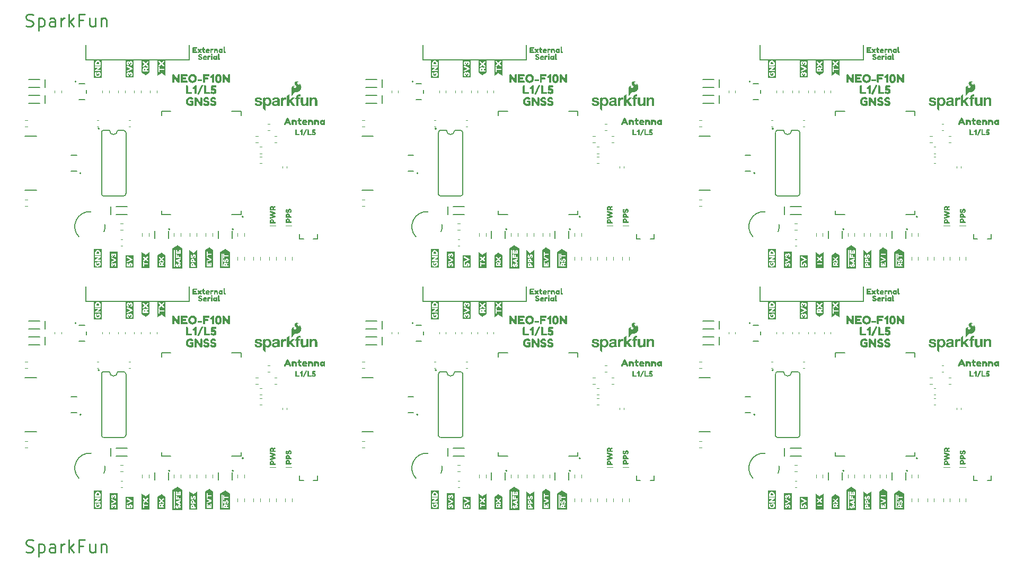
<source format=gto>
%TF.GenerationSoftware,KiCad,Pcbnew,7.0.6*%
%TF.CreationDate,2024-01-05T19:18:27-07:00*%
%TF.ProjectId,SparkFun_NEO-F10N_panelized,53706172-6b46-4756-9e5f-4e454f2d4631,rev?*%
%TF.SameCoordinates,Original*%
%TF.FileFunction,Legend,Top*%
%TF.FilePolarity,Positive*%
%FSLAX46Y46*%
G04 Gerber Fmt 4.6, Leading zero omitted, Abs format (unit mm)*
G04 Created by KiCad (PCBNEW 7.0.6) date 2024-01-05 19:18:27*
%MOMM*%
%LPD*%
G01*
G04 APERTURE LIST*
%ADD10C,0.250000*%
%ADD11C,0.177800*%
%ADD12C,0.200000*%
%ADD13C,0.120000*%
%ADD14C,0.152400*%
%ADD15C,0.203200*%
%ADD16C,0.127000*%
G04 APERTURE END LIST*
D10*
X2505997Y79558000D02*
X2791711Y79462762D01*
X2791711Y79462762D02*
X3267902Y79462762D01*
X3267902Y79462762D02*
X3458378Y79558000D01*
X3458378Y79558000D02*
X3553616Y79653239D01*
X3553616Y79653239D02*
X3648854Y79843715D01*
X3648854Y79843715D02*
X3648854Y80034191D01*
X3648854Y80034191D02*
X3553616Y80224667D01*
X3553616Y80224667D02*
X3458378Y80319905D01*
X3458378Y80319905D02*
X3267902Y80415143D01*
X3267902Y80415143D02*
X2886949Y80510381D01*
X2886949Y80510381D02*
X2696473Y80605620D01*
X2696473Y80605620D02*
X2601235Y80700858D01*
X2601235Y80700858D02*
X2505997Y80891334D01*
X2505997Y80891334D02*
X2505997Y81081810D01*
X2505997Y81081810D02*
X2601235Y81272286D01*
X2601235Y81272286D02*
X2696473Y81367524D01*
X2696473Y81367524D02*
X2886949Y81462762D01*
X2886949Y81462762D02*
X3363140Y81462762D01*
X3363140Y81462762D02*
X3648854Y81367524D01*
X4505997Y80796096D02*
X4505997Y78796096D01*
X4505997Y80700858D02*
X4696473Y80796096D01*
X4696473Y80796096D02*
X5077426Y80796096D01*
X5077426Y80796096D02*
X5267902Y80700858D01*
X5267902Y80700858D02*
X5363140Y80605620D01*
X5363140Y80605620D02*
X5458378Y80415143D01*
X5458378Y80415143D02*
X5458378Y79843715D01*
X5458378Y79843715D02*
X5363140Y79653239D01*
X5363140Y79653239D02*
X5267902Y79558000D01*
X5267902Y79558000D02*
X5077426Y79462762D01*
X5077426Y79462762D02*
X4696473Y79462762D01*
X4696473Y79462762D02*
X4505997Y79558000D01*
X7172664Y79462762D02*
X7172664Y80510381D01*
X7172664Y80510381D02*
X7077426Y80700858D01*
X7077426Y80700858D02*
X6886950Y80796096D01*
X6886950Y80796096D02*
X6505997Y80796096D01*
X6505997Y80796096D02*
X6315521Y80700858D01*
X7172664Y79558000D02*
X6982188Y79462762D01*
X6982188Y79462762D02*
X6505997Y79462762D01*
X6505997Y79462762D02*
X6315521Y79558000D01*
X6315521Y79558000D02*
X6220283Y79748477D01*
X6220283Y79748477D02*
X6220283Y79938953D01*
X6220283Y79938953D02*
X6315521Y80129429D01*
X6315521Y80129429D02*
X6505997Y80224667D01*
X6505997Y80224667D02*
X6982188Y80224667D01*
X6982188Y80224667D02*
X7172664Y80319905D01*
X8125045Y79462762D02*
X8125045Y80796096D01*
X8125045Y80415143D02*
X8220283Y80605620D01*
X8220283Y80605620D02*
X8315521Y80700858D01*
X8315521Y80700858D02*
X8505997Y80796096D01*
X8505997Y80796096D02*
X8696474Y80796096D01*
X9363140Y79462762D02*
X9363140Y81462762D01*
X9553616Y80224667D02*
X10125045Y79462762D01*
X10125045Y80796096D02*
X9363140Y80034191D01*
X11648855Y80510381D02*
X10982188Y80510381D01*
X10982188Y79462762D02*
X10982188Y81462762D01*
X10982188Y81462762D02*
X11934569Y81462762D01*
X13553617Y80796096D02*
X13553617Y79462762D01*
X12696474Y80796096D02*
X12696474Y79748477D01*
X12696474Y79748477D02*
X12791712Y79558000D01*
X12791712Y79558000D02*
X12982188Y79462762D01*
X12982188Y79462762D02*
X13267903Y79462762D01*
X13267903Y79462762D02*
X13458379Y79558000D01*
X13458379Y79558000D02*
X13553617Y79653239D01*
X14505998Y80796096D02*
X14505998Y79462762D01*
X14505998Y80605620D02*
X14601236Y80700858D01*
X14601236Y80700858D02*
X14791712Y80796096D01*
X14791712Y80796096D02*
X15077427Y80796096D01*
X15077427Y80796096D02*
X15267903Y80700858D01*
X15267903Y80700858D02*
X15363141Y80510381D01*
X15363141Y80510381D02*
X15363141Y79462762D01*
X2505997Y-4492000D02*
X2791711Y-4587238D01*
X2791711Y-4587238D02*
X3267902Y-4587238D01*
X3267902Y-4587238D02*
X3458378Y-4492000D01*
X3458378Y-4492000D02*
X3553616Y-4396761D01*
X3553616Y-4396761D02*
X3648854Y-4206285D01*
X3648854Y-4206285D02*
X3648854Y-4015809D01*
X3648854Y-4015809D02*
X3553616Y-3825333D01*
X3553616Y-3825333D02*
X3458378Y-3730095D01*
X3458378Y-3730095D02*
X3267902Y-3634857D01*
X3267902Y-3634857D02*
X2886949Y-3539619D01*
X2886949Y-3539619D02*
X2696473Y-3444380D01*
X2696473Y-3444380D02*
X2601235Y-3349142D01*
X2601235Y-3349142D02*
X2505997Y-3158666D01*
X2505997Y-3158666D02*
X2505997Y-2968190D01*
X2505997Y-2968190D02*
X2601235Y-2777714D01*
X2601235Y-2777714D02*
X2696473Y-2682476D01*
X2696473Y-2682476D02*
X2886949Y-2587238D01*
X2886949Y-2587238D02*
X3363140Y-2587238D01*
X3363140Y-2587238D02*
X3648854Y-2682476D01*
X4505997Y-3253904D02*
X4505997Y-5253904D01*
X4505997Y-3349142D02*
X4696473Y-3253904D01*
X4696473Y-3253904D02*
X5077426Y-3253904D01*
X5077426Y-3253904D02*
X5267902Y-3349142D01*
X5267902Y-3349142D02*
X5363140Y-3444380D01*
X5363140Y-3444380D02*
X5458378Y-3634857D01*
X5458378Y-3634857D02*
X5458378Y-4206285D01*
X5458378Y-4206285D02*
X5363140Y-4396761D01*
X5363140Y-4396761D02*
X5267902Y-4492000D01*
X5267902Y-4492000D02*
X5077426Y-4587238D01*
X5077426Y-4587238D02*
X4696473Y-4587238D01*
X4696473Y-4587238D02*
X4505997Y-4492000D01*
X7172664Y-4587238D02*
X7172664Y-3539619D01*
X7172664Y-3539619D02*
X7077426Y-3349142D01*
X7077426Y-3349142D02*
X6886950Y-3253904D01*
X6886950Y-3253904D02*
X6505997Y-3253904D01*
X6505997Y-3253904D02*
X6315521Y-3349142D01*
X7172664Y-4492000D02*
X6982188Y-4587238D01*
X6982188Y-4587238D02*
X6505997Y-4587238D01*
X6505997Y-4587238D02*
X6315521Y-4492000D01*
X6315521Y-4492000D02*
X6220283Y-4301523D01*
X6220283Y-4301523D02*
X6220283Y-4111047D01*
X6220283Y-4111047D02*
X6315521Y-3920571D01*
X6315521Y-3920571D02*
X6505997Y-3825333D01*
X6505997Y-3825333D02*
X6982188Y-3825333D01*
X6982188Y-3825333D02*
X7172664Y-3730095D01*
X8125045Y-4587238D02*
X8125045Y-3253904D01*
X8125045Y-3634857D02*
X8220283Y-3444380D01*
X8220283Y-3444380D02*
X8315521Y-3349142D01*
X8315521Y-3349142D02*
X8505997Y-3253904D01*
X8505997Y-3253904D02*
X8696474Y-3253904D01*
X9363140Y-4587238D02*
X9363140Y-2587238D01*
X9553616Y-3825333D02*
X10125045Y-4587238D01*
X10125045Y-3253904D02*
X9363140Y-4015809D01*
X11648855Y-3539619D02*
X10982188Y-3539619D01*
X10982188Y-4587238D02*
X10982188Y-2587238D01*
X10982188Y-2587238D02*
X11934569Y-2587238D01*
X13553617Y-3253904D02*
X13553617Y-4587238D01*
X12696474Y-3253904D02*
X12696474Y-4301523D01*
X12696474Y-4301523D02*
X12791712Y-4492000D01*
X12791712Y-4492000D02*
X12982188Y-4587238D01*
X12982188Y-4587238D02*
X13267903Y-4587238D01*
X13267903Y-4587238D02*
X13458379Y-4492000D01*
X13458379Y-4492000D02*
X13553617Y-4396761D01*
X14505998Y-3253904D02*
X14505998Y-4587238D01*
X14505998Y-3444380D02*
X14601236Y-3349142D01*
X14601236Y-3349142D02*
X14791712Y-3253904D01*
X14791712Y-3253904D02*
X15077427Y-3253904D01*
X15077427Y-3253904D02*
X15267903Y-3349142D01*
X15267903Y-3349142D02*
X15363141Y-3539619D01*
X15363141Y-3539619D02*
X15363141Y-4587238D01*
D11*
X136255000Y74160000D02*
X119745000Y74160000D01*
X136255000Y35560000D02*
X119745000Y35560000D01*
X82415000Y74160000D02*
X65905000Y74160000D01*
X82415000Y35560000D02*
X65905000Y35560000D01*
X28575000Y74160000D02*
X12065000Y74160000D01*
X119745000Y74160000D02*
X119745000Y76541250D01*
X119745000Y35560000D02*
X119745000Y37941250D01*
X65905000Y74160000D02*
X65905000Y76541250D01*
X65905000Y35560000D02*
X65905000Y37941250D01*
X12065000Y74160000D02*
X12065000Y76541250D01*
X136255000Y76541250D02*
X136255000Y74160000D01*
X136255000Y37941250D02*
X136255000Y35560000D01*
X82415000Y76541250D02*
X82415000Y74160000D01*
X82415000Y37941250D02*
X82415000Y35560000D01*
X28575000Y76541250D02*
X28575000Y74160000D01*
X28575000Y37941250D02*
X28575000Y35560000D01*
X12065000Y35560000D02*
X12065000Y37941250D01*
X28575000Y35560000D02*
X12065000Y35560000D01*
%TO.C,U3*%
X131810000Y65900000D02*
X133280000Y65900000D01*
X131810000Y65270000D02*
X131810000Y65900000D01*
X131810000Y49400000D02*
X131810000Y50030000D01*
X133280000Y49400000D02*
X131810000Y49400000D01*
X143040000Y65900000D02*
X144510000Y65900000D01*
X144510000Y65900000D02*
X144510000Y65270000D01*
X144510000Y50030000D02*
X144510000Y49400000D01*
X144510000Y49400000D02*
X143040000Y49400000D01*
D12*
X144904003Y49073586D02*
G75*
G03*
X144904003Y49073586I-100000J0D01*
G01*
D11*
X131810000Y27300000D02*
X133280000Y27300000D01*
X131810000Y26670000D02*
X131810000Y27300000D01*
X131810000Y10800000D02*
X131810000Y11430000D01*
X133280000Y10800000D02*
X131810000Y10800000D01*
X143040000Y27300000D02*
X144510000Y27300000D01*
X144510000Y27300000D02*
X144510000Y26670000D01*
X144510000Y11430000D02*
X144510000Y10800000D01*
X144510000Y10800000D02*
X143040000Y10800000D01*
D12*
X144904003Y10473586D02*
G75*
G03*
X144904003Y10473586I-100000J0D01*
G01*
D11*
X77970000Y65900000D02*
X79440000Y65900000D01*
X77970000Y65270000D02*
X77970000Y65900000D01*
X77970000Y49400000D02*
X77970000Y50030000D01*
X79440000Y49400000D02*
X77970000Y49400000D01*
X89200000Y65900000D02*
X90670000Y65900000D01*
X90670000Y65900000D02*
X90670000Y65270000D01*
X90670000Y50030000D02*
X90670000Y49400000D01*
X90670000Y49400000D02*
X89200000Y49400000D01*
D12*
X91064003Y49073586D02*
G75*
G03*
X91064003Y49073586I-100000J0D01*
G01*
D11*
X77970000Y27300000D02*
X79440000Y27300000D01*
X77970000Y26670000D02*
X77970000Y27300000D01*
X77970000Y10800000D02*
X77970000Y11430000D01*
X79440000Y10800000D02*
X77970000Y10800000D01*
X89200000Y27300000D02*
X90670000Y27300000D01*
X90670000Y27300000D02*
X90670000Y26670000D01*
X90670000Y11430000D02*
X90670000Y10800000D01*
X90670000Y10800000D02*
X89200000Y10800000D01*
D12*
X91064003Y10473586D02*
G75*
G03*
X91064003Y10473586I-100000J0D01*
G01*
D11*
X24130000Y65900000D02*
X25600000Y65900000D01*
X24130000Y65270000D02*
X24130000Y65900000D01*
X24130000Y49400000D02*
X24130000Y50030000D01*
X25600000Y49400000D02*
X24130000Y49400000D01*
X35360000Y65900000D02*
X36830000Y65900000D01*
X36830000Y65900000D02*
X36830000Y65270000D01*
X36830000Y50030000D02*
X36830000Y49400000D01*
X36830000Y49400000D02*
X35360000Y49400000D01*
D12*
X37224003Y49073586D02*
G75*
G03*
X37224003Y49073586I-100000J0D01*
G01*
D13*
%TO.C,D6*%
X151135000Y56907164D02*
X151135000Y57122836D01*
X151855000Y56907164D02*
X151855000Y57122836D01*
X151135000Y18307164D02*
X151135000Y18522836D01*
X151855000Y18307164D02*
X151855000Y18522836D01*
X97295000Y56907164D02*
X97295000Y57122836D01*
X98015000Y56907164D02*
X98015000Y57122836D01*
X97295000Y18307164D02*
X97295000Y18522836D01*
X98015000Y18307164D02*
X98015000Y18522836D01*
X43455000Y56907164D02*
X43455000Y57122836D01*
X44175000Y56907164D02*
X44175000Y57122836D01*
%TO.C,R7*%
X125222742Y48012500D02*
X125697258Y48012500D01*
X125222742Y46967500D02*
X125697258Y46967500D01*
X125222742Y9412500D02*
X125697258Y9412500D01*
X125222742Y8367500D02*
X125697258Y8367500D01*
X71382742Y48012500D02*
X71857258Y48012500D01*
X71382742Y46967500D02*
X71857258Y46967500D01*
X71382742Y9412500D02*
X71857258Y9412500D01*
X71382742Y8367500D02*
X71857258Y8367500D01*
X17542742Y48012500D02*
X18017258Y48012500D01*
X17542742Y46967500D02*
X18017258Y46967500D01*
%TO.C,L1*%
X149925670Y61970000D02*
X150206830Y61970000D01*
X149925670Y60950000D02*
X150206830Y60950000D01*
X149925670Y23370000D02*
X150206830Y23370000D01*
X149925670Y22350000D02*
X150206830Y22350000D01*
X96085670Y61970000D02*
X96366830Y61970000D01*
X96085670Y60950000D02*
X96366830Y60950000D01*
X96085670Y23370000D02*
X96366830Y23370000D01*
X96085670Y22350000D02*
X96366830Y22350000D01*
X42245670Y61970000D02*
X42526830Y61970000D01*
X42245670Y60950000D02*
X42526830Y60950000D01*
%TO.C,C3*%
X125319420Y45460000D02*
X125600580Y45460000D01*
X125319420Y44440000D02*
X125600580Y44440000D01*
X125319420Y6860000D02*
X125600580Y6860000D01*
X125319420Y5840000D02*
X125600580Y5840000D01*
X71479420Y45460000D02*
X71760580Y45460000D01*
X71479420Y44440000D02*
X71760580Y44440000D01*
X71479420Y6860000D02*
X71760580Y6860000D01*
X71479420Y5840000D02*
X71760580Y5840000D01*
X17639420Y45460000D02*
X17920580Y45460000D01*
X17639420Y44440000D02*
X17920580Y44440000D01*
%TO.C,R30*%
X139952500Y46457258D02*
X139952500Y45982742D01*
X138907500Y46457258D02*
X138907500Y45982742D01*
X139952500Y7857258D02*
X139952500Y7382742D01*
X138907500Y7857258D02*
X138907500Y7382742D01*
X86112500Y46457258D02*
X86112500Y45982742D01*
X85067500Y46457258D02*
X85067500Y45982742D01*
X86112500Y7857258D02*
X86112500Y7382742D01*
X85067500Y7857258D02*
X85067500Y7382742D01*
X32272500Y46457258D02*
X32272500Y45982742D01*
X31227500Y46457258D02*
X31227500Y45982742D01*
%TO.C,kibuzzard-6598994F*%
G36*
X139926570Y75125517D02*
G01*
X139958955Y75099800D01*
X139971020Y75066145D01*
X139972925Y75022330D01*
X139971020Y74978515D01*
X139959590Y74945495D01*
X139925935Y74919460D01*
X139861800Y74911840D01*
X139797665Y74919460D01*
X139764010Y74946130D01*
X139752580Y74979785D01*
X139750675Y75023600D01*
X139752580Y75067415D01*
X139763375Y75099800D01*
X139797030Y75125517D01*
X139862435Y75134090D01*
X139926570Y75125517D01*
G37*
G36*
X139948795Y74798810D02*
G01*
X139971655Y74744200D01*
X139972925Y74707370D01*
X139972925Y74262870D01*
X139971020Y74219055D01*
X139958955Y74185400D01*
X139926253Y74160635D01*
X139861165Y74152380D01*
X139796712Y74160952D01*
X139763375Y74186670D01*
X139752580Y74219690D01*
X139750675Y74264140D01*
X139750675Y74709910D01*
X139752580Y74753725D01*
X139763375Y74787380D01*
X139797030Y74812145D01*
X139862435Y74820400D01*
X139948795Y74798810D01*
G37*
G36*
X141006070Y75128058D02*
G01*
X141039725Y75102340D01*
X141051790Y75068050D01*
X141053695Y75023600D01*
X141053695Y74435590D01*
X141061315Y74377805D01*
X141094970Y74365740D01*
X141129895Y74363835D01*
X141151485Y74353040D01*
X141176885Y74262870D01*
X141170535Y74198418D01*
X141151485Y74165080D01*
X141095605Y74151745D01*
X140994005Y74157460D01*
X140913360Y74180002D01*
X140867005Y74222230D01*
X140840335Y74302875D01*
X140831445Y74420350D01*
X140831445Y75024870D01*
X140833350Y75068685D01*
X140844145Y75102340D01*
X140877800Y75128058D01*
X140943205Y75136630D01*
X141006070Y75128058D01*
G37*
G36*
X139580495Y74824845D02*
G01*
X139624945Y74814050D01*
X139664950Y74788015D01*
X139680825Y74728960D01*
X139656695Y74640060D01*
X139586845Y74591800D01*
X139543030Y74601960D01*
X139487785Y74612120D01*
X139423650Y74587990D01*
X139393805Y74529570D01*
X139393805Y74262870D01*
X139391900Y74219055D01*
X139379835Y74185400D01*
X139345545Y74160635D01*
X139280775Y74152380D01*
X139193145Y74173970D01*
X139170285Y74228580D01*
X139170285Y74265410D01*
X139170285Y74711180D01*
X139172190Y74754995D01*
X139182985Y74787380D01*
X139216640Y74813098D01*
X139282045Y74821670D01*
X139343957Y74814367D01*
X139377295Y74792460D01*
X139391265Y74750550D01*
X139409680Y74772140D01*
X139461115Y74806430D01*
X139530330Y74828020D01*
X139580495Y74824845D01*
G37*
G36*
X140682855Y74814050D02*
G01*
X140716510Y74787380D01*
X140727940Y74753725D01*
X140729845Y74709910D01*
X140729845Y74265410D01*
X140727940Y74221595D01*
X140717145Y74187940D01*
X140686506Y74163175D01*
X140630150Y74154920D01*
X140537440Y74172065D01*
X140510135Y74222230D01*
X140447429Y74171747D01*
X140390755Y74161617D01*
X140353290Y74154920D01*
X140281817Y74166068D01*
X140213872Y74199511D01*
X140149455Y74255250D01*
X140097244Y74325735D01*
X140065917Y74403417D01*
X140055709Y74486390D01*
X140277725Y74486390D01*
X140310745Y74410825D01*
X140390755Y74377170D01*
X140468860Y74411460D01*
X140499975Y74487025D01*
X140470130Y74563860D01*
X140390120Y74599420D01*
X140308840Y74563860D01*
X140277725Y74486390D01*
X140055709Y74486390D01*
X140055475Y74488295D01*
X140065988Y74573103D01*
X140097526Y74650573D01*
X140150090Y74720705D01*
X140215213Y74776091D01*
X140284428Y74809323D01*
X140357735Y74820400D01*
X140436475Y74805160D01*
X140486005Y74776585D01*
X140508865Y74750550D01*
X140537757Y74803890D01*
X140609195Y74821670D01*
X140682855Y74814050D01*
G37*
G36*
X138867866Y74827861D02*
G01*
X138938510Y74804525D01*
X138997406Y74765631D01*
X139044555Y74711180D01*
X139076940Y74642124D01*
X139087735Y74567035D01*
X139078051Y74499090D01*
X139049000Y74451465D01*
X138963275Y74414000D01*
X138819765Y74414000D01*
X138662285Y74414000D01*
X138704195Y74354310D01*
X138788015Y74330180D01*
X138853737Y74333990D01*
X138903585Y74345420D01*
X138917555Y74350500D01*
X138968355Y74364470D01*
X139038205Y74307320D01*
X139054715Y74248900D01*
X139037808Y74199449D01*
X138987087Y74164128D01*
X138902553Y74142934D01*
X138784205Y74135870D01*
X138695464Y74143966D01*
X138617200Y74168255D01*
X138552271Y74205879D01*
X138503535Y74253980D01*
X138459085Y74325241D01*
X138432415Y74401864D01*
X138423525Y74483850D01*
X138428807Y74529570D01*
X138659745Y74529570D01*
X138819765Y74529570D01*
X138868025Y74570210D01*
X138845800Y74617200D01*
X138782300Y74634980D01*
X138700385Y74601325D01*
X138659745Y74529570D01*
X138428807Y74529570D01*
X138435026Y74583404D01*
X138469527Y74668706D01*
X138527030Y74739755D01*
X138601748Y74793024D01*
X138687897Y74824986D01*
X138785475Y74835640D01*
X138867866Y74827861D01*
G37*
G36*
X138082371Y75093609D02*
G01*
X138148570Y75078845D01*
X138235565Y75038840D01*
X138267315Y75014710D01*
X138306685Y74952480D01*
X138276205Y74882630D01*
X138232390Y74835005D01*
X138187305Y74819130D01*
X138121265Y74844530D01*
X138106660Y74857230D01*
X138086975Y74873740D01*
X138019030Y74890250D01*
X137950450Y74870565D01*
X137923145Y74815955D01*
X137955530Y74759440D01*
X138036175Y74730230D01*
X138086657Y74720546D01*
X138141585Y74706735D01*
X138196512Y74689114D01*
X138246995Y74668000D01*
X138291286Y74636726D01*
X138327640Y74588625D01*
X138351929Y74525601D01*
X138360025Y74449560D01*
X138351770Y74371931D01*
X138327005Y74304145D01*
X138288905Y74248424D01*
X138240645Y74206990D01*
X138170513Y74169596D01*
X138097276Y74147159D01*
X138020935Y74139680D01*
X137962832Y74143331D01*
X137907905Y74154285D01*
X137821545Y74190480D01*
X137764395Y74230485D01*
X137727565Y74269220D01*
X137716135Y74283190D01*
X137683115Y74356215D01*
X137696767Y74393839D01*
X137737725Y74441940D01*
X137805035Y74472420D01*
X137847580Y74456545D01*
X137904095Y74408920D01*
X137954895Y74367645D01*
X138015855Y74347960D01*
X138081472Y74358684D01*
X138120842Y74390858D01*
X138133965Y74444480D01*
X138101580Y74493375D01*
X138020935Y74521950D01*
X137970770Y74533539D01*
X137916795Y74550525D01*
X137862820Y74571956D01*
X137812655Y74596880D01*
X137768364Y74631329D01*
X137732010Y74681335D01*
X137707721Y74744994D01*
X137699625Y74820400D01*
X137708868Y74891732D01*
X137736596Y74956713D01*
X137782810Y75015345D01*
X137844969Y75061559D01*
X137920534Y75089287D01*
X138009505Y75098530D01*
X138082371Y75093609D01*
G37*
G36*
X139926570Y36525517D02*
G01*
X139958955Y36499800D01*
X139971020Y36466145D01*
X139972925Y36422330D01*
X139971020Y36378515D01*
X139959590Y36345495D01*
X139925935Y36319460D01*
X139861800Y36311840D01*
X139797665Y36319460D01*
X139764010Y36346130D01*
X139752580Y36379785D01*
X139750675Y36423600D01*
X139752580Y36467415D01*
X139763375Y36499800D01*
X139797030Y36525517D01*
X139862435Y36534090D01*
X139926570Y36525517D01*
G37*
G36*
X139948795Y36198810D02*
G01*
X139971655Y36144200D01*
X139972925Y36107370D01*
X139972925Y35662870D01*
X139971020Y35619055D01*
X139958955Y35585400D01*
X139926253Y35560635D01*
X139861165Y35552380D01*
X139796712Y35560952D01*
X139763375Y35586670D01*
X139752580Y35619690D01*
X139750675Y35664140D01*
X139750675Y36109910D01*
X139752580Y36153725D01*
X139763375Y36187380D01*
X139797030Y36212145D01*
X139862435Y36220400D01*
X139948795Y36198810D01*
G37*
G36*
X141006070Y36528058D02*
G01*
X141039725Y36502340D01*
X141051790Y36468050D01*
X141053695Y36423600D01*
X141053695Y35835590D01*
X141061315Y35777805D01*
X141094970Y35765740D01*
X141129895Y35763835D01*
X141151485Y35753040D01*
X141176885Y35662870D01*
X141170535Y35598418D01*
X141151485Y35565080D01*
X141095605Y35551745D01*
X140994005Y35557460D01*
X140913360Y35580002D01*
X140867005Y35622230D01*
X140840335Y35702875D01*
X140831445Y35820350D01*
X140831445Y36424870D01*
X140833350Y36468685D01*
X140844145Y36502340D01*
X140877800Y36528058D01*
X140943205Y36536630D01*
X141006070Y36528058D01*
G37*
G36*
X139580495Y36224845D02*
G01*
X139624945Y36214050D01*
X139664950Y36188015D01*
X139680825Y36128960D01*
X139656695Y36040060D01*
X139586845Y35991800D01*
X139543030Y36001960D01*
X139487785Y36012120D01*
X139423650Y35987990D01*
X139393805Y35929570D01*
X139393805Y35662870D01*
X139391900Y35619055D01*
X139379835Y35585400D01*
X139345545Y35560635D01*
X139280775Y35552380D01*
X139193145Y35573970D01*
X139170285Y35628580D01*
X139170285Y35665410D01*
X139170285Y36111180D01*
X139172190Y36154995D01*
X139182985Y36187380D01*
X139216640Y36213098D01*
X139282045Y36221670D01*
X139343957Y36214367D01*
X139377295Y36192460D01*
X139391265Y36150550D01*
X139409680Y36172140D01*
X139461115Y36206430D01*
X139530330Y36228020D01*
X139580495Y36224845D01*
G37*
G36*
X140682855Y36214050D02*
G01*
X140716510Y36187380D01*
X140727940Y36153725D01*
X140729845Y36109910D01*
X140729845Y35665410D01*
X140727940Y35621595D01*
X140717145Y35587940D01*
X140686506Y35563175D01*
X140630150Y35554920D01*
X140537440Y35572065D01*
X140510135Y35622230D01*
X140447429Y35571747D01*
X140390755Y35561617D01*
X140353290Y35554920D01*
X140281817Y35566068D01*
X140213872Y35599511D01*
X140149455Y35655250D01*
X140097244Y35725735D01*
X140065917Y35803417D01*
X140055709Y35886390D01*
X140277725Y35886390D01*
X140310745Y35810825D01*
X140390755Y35777170D01*
X140468860Y35811460D01*
X140499975Y35887025D01*
X140470130Y35963860D01*
X140390120Y35999420D01*
X140308840Y35963860D01*
X140277725Y35886390D01*
X140055709Y35886390D01*
X140055475Y35888295D01*
X140065988Y35973103D01*
X140097526Y36050573D01*
X140150090Y36120705D01*
X140215213Y36176091D01*
X140284428Y36209323D01*
X140357735Y36220400D01*
X140436475Y36205160D01*
X140486005Y36176585D01*
X140508865Y36150550D01*
X140537757Y36203890D01*
X140609195Y36221670D01*
X140682855Y36214050D01*
G37*
G36*
X138867866Y36227861D02*
G01*
X138938510Y36204525D01*
X138997406Y36165631D01*
X139044555Y36111180D01*
X139076940Y36042124D01*
X139087735Y35967035D01*
X139078051Y35899090D01*
X139049000Y35851465D01*
X138963275Y35814000D01*
X138819765Y35814000D01*
X138662285Y35814000D01*
X138704195Y35754310D01*
X138788015Y35730180D01*
X138853737Y35733990D01*
X138903585Y35745420D01*
X138917555Y35750500D01*
X138968355Y35764470D01*
X139038205Y35707320D01*
X139054715Y35648900D01*
X139037808Y35599449D01*
X138987087Y35564128D01*
X138902553Y35542934D01*
X138784205Y35535870D01*
X138695464Y35543966D01*
X138617200Y35568255D01*
X138552271Y35605879D01*
X138503535Y35653980D01*
X138459085Y35725241D01*
X138432415Y35801864D01*
X138423525Y35883850D01*
X138428807Y35929570D01*
X138659745Y35929570D01*
X138819765Y35929570D01*
X138868025Y35970210D01*
X138845800Y36017200D01*
X138782300Y36034980D01*
X138700385Y36001325D01*
X138659745Y35929570D01*
X138428807Y35929570D01*
X138435026Y35983404D01*
X138469527Y36068706D01*
X138527030Y36139755D01*
X138601748Y36193024D01*
X138687897Y36224986D01*
X138785475Y36235640D01*
X138867866Y36227861D01*
G37*
G36*
X138082371Y36493609D02*
G01*
X138148570Y36478845D01*
X138235565Y36438840D01*
X138267315Y36414710D01*
X138306685Y36352480D01*
X138276205Y36282630D01*
X138232390Y36235005D01*
X138187305Y36219130D01*
X138121265Y36244530D01*
X138106660Y36257230D01*
X138086975Y36273740D01*
X138019030Y36290250D01*
X137950450Y36270565D01*
X137923145Y36215955D01*
X137955530Y36159440D01*
X138036175Y36130230D01*
X138086657Y36120546D01*
X138141585Y36106735D01*
X138196512Y36089114D01*
X138246995Y36068000D01*
X138291286Y36036726D01*
X138327640Y35988625D01*
X138351929Y35925601D01*
X138360025Y35849560D01*
X138351770Y35771931D01*
X138327005Y35704145D01*
X138288905Y35648424D01*
X138240645Y35606990D01*
X138170513Y35569596D01*
X138097276Y35547159D01*
X138020935Y35539680D01*
X137962832Y35543331D01*
X137907905Y35554285D01*
X137821545Y35590480D01*
X137764395Y35630485D01*
X137727565Y35669220D01*
X137716135Y35683190D01*
X137683115Y35756215D01*
X137696767Y35793839D01*
X137737725Y35841940D01*
X137805035Y35872420D01*
X137847580Y35856545D01*
X137904095Y35808920D01*
X137954895Y35767645D01*
X138015855Y35747960D01*
X138081472Y35758684D01*
X138120842Y35790858D01*
X138133965Y35844480D01*
X138101580Y35893375D01*
X138020935Y35921950D01*
X137970770Y35933539D01*
X137916795Y35950525D01*
X137862820Y35971956D01*
X137812655Y35996880D01*
X137768364Y36031329D01*
X137732010Y36081335D01*
X137707721Y36144994D01*
X137699625Y36220400D01*
X137708868Y36291732D01*
X137736596Y36356713D01*
X137782810Y36415345D01*
X137844969Y36461559D01*
X137920534Y36489287D01*
X138009505Y36498530D01*
X138082371Y36493609D01*
G37*
G36*
X86086570Y75125517D02*
G01*
X86118955Y75099800D01*
X86131020Y75066145D01*
X86132925Y75022330D01*
X86131020Y74978515D01*
X86119590Y74945495D01*
X86085935Y74919460D01*
X86021800Y74911840D01*
X85957665Y74919460D01*
X85924010Y74946130D01*
X85912580Y74979785D01*
X85910675Y75023600D01*
X85912580Y75067415D01*
X85923375Y75099800D01*
X85957030Y75125517D01*
X86022435Y75134090D01*
X86086570Y75125517D01*
G37*
G36*
X86108795Y74798810D02*
G01*
X86131655Y74744200D01*
X86132925Y74707370D01*
X86132925Y74262870D01*
X86131020Y74219055D01*
X86118955Y74185400D01*
X86086253Y74160635D01*
X86021165Y74152380D01*
X85956712Y74160952D01*
X85923375Y74186670D01*
X85912580Y74219690D01*
X85910675Y74264140D01*
X85910675Y74709910D01*
X85912580Y74753725D01*
X85923375Y74787380D01*
X85957030Y74812145D01*
X86022435Y74820400D01*
X86108795Y74798810D01*
G37*
G36*
X87166070Y75128058D02*
G01*
X87199725Y75102340D01*
X87211790Y75068050D01*
X87213695Y75023600D01*
X87213695Y74435590D01*
X87221315Y74377805D01*
X87254970Y74365740D01*
X87289895Y74363835D01*
X87311485Y74353040D01*
X87336885Y74262870D01*
X87330535Y74198418D01*
X87311485Y74165080D01*
X87255605Y74151745D01*
X87154005Y74157460D01*
X87073360Y74180002D01*
X87027005Y74222230D01*
X87000335Y74302875D01*
X86991445Y74420350D01*
X86991445Y75024870D01*
X86993350Y75068685D01*
X87004145Y75102340D01*
X87037800Y75128058D01*
X87103205Y75136630D01*
X87166070Y75128058D01*
G37*
G36*
X85740495Y74824845D02*
G01*
X85784945Y74814050D01*
X85824950Y74788015D01*
X85840825Y74728960D01*
X85816695Y74640060D01*
X85746845Y74591800D01*
X85703030Y74601960D01*
X85647785Y74612120D01*
X85583650Y74587990D01*
X85553805Y74529570D01*
X85553805Y74262870D01*
X85551900Y74219055D01*
X85539835Y74185400D01*
X85505545Y74160635D01*
X85440775Y74152380D01*
X85353145Y74173970D01*
X85330285Y74228580D01*
X85330285Y74265410D01*
X85330285Y74711180D01*
X85332190Y74754995D01*
X85342985Y74787380D01*
X85376640Y74813098D01*
X85442045Y74821670D01*
X85503957Y74814367D01*
X85537295Y74792460D01*
X85551265Y74750550D01*
X85569680Y74772140D01*
X85621115Y74806430D01*
X85690330Y74828020D01*
X85740495Y74824845D01*
G37*
G36*
X86842855Y74814050D02*
G01*
X86876510Y74787380D01*
X86887940Y74753725D01*
X86889845Y74709910D01*
X86889845Y74265410D01*
X86887940Y74221595D01*
X86877145Y74187940D01*
X86846506Y74163175D01*
X86790150Y74154920D01*
X86697440Y74172065D01*
X86670135Y74222230D01*
X86607429Y74171747D01*
X86550755Y74161617D01*
X86513290Y74154920D01*
X86441817Y74166068D01*
X86373872Y74199511D01*
X86309455Y74255250D01*
X86257244Y74325735D01*
X86225917Y74403417D01*
X86215709Y74486390D01*
X86437725Y74486390D01*
X86470745Y74410825D01*
X86550755Y74377170D01*
X86628860Y74411460D01*
X86659975Y74487025D01*
X86630130Y74563860D01*
X86550120Y74599420D01*
X86468840Y74563860D01*
X86437725Y74486390D01*
X86215709Y74486390D01*
X86215475Y74488295D01*
X86225988Y74573103D01*
X86257526Y74650573D01*
X86310090Y74720705D01*
X86375213Y74776091D01*
X86444428Y74809323D01*
X86517735Y74820400D01*
X86596475Y74805160D01*
X86646005Y74776585D01*
X86668865Y74750550D01*
X86697757Y74803890D01*
X86769195Y74821670D01*
X86842855Y74814050D01*
G37*
G36*
X85027866Y74827861D02*
G01*
X85098510Y74804525D01*
X85157406Y74765631D01*
X85204555Y74711180D01*
X85236940Y74642124D01*
X85247735Y74567035D01*
X85238051Y74499090D01*
X85209000Y74451465D01*
X85123275Y74414000D01*
X84979765Y74414000D01*
X84822285Y74414000D01*
X84864195Y74354310D01*
X84948015Y74330180D01*
X85013737Y74333990D01*
X85063585Y74345420D01*
X85077555Y74350500D01*
X85128355Y74364470D01*
X85198205Y74307320D01*
X85214715Y74248900D01*
X85197808Y74199449D01*
X85147087Y74164128D01*
X85062553Y74142934D01*
X84944205Y74135870D01*
X84855464Y74143966D01*
X84777200Y74168255D01*
X84712271Y74205879D01*
X84663535Y74253980D01*
X84619085Y74325241D01*
X84592415Y74401864D01*
X84583525Y74483850D01*
X84588807Y74529570D01*
X84819745Y74529570D01*
X84979765Y74529570D01*
X85028025Y74570210D01*
X85005800Y74617200D01*
X84942300Y74634980D01*
X84860385Y74601325D01*
X84819745Y74529570D01*
X84588807Y74529570D01*
X84595026Y74583404D01*
X84629527Y74668706D01*
X84687030Y74739755D01*
X84761748Y74793024D01*
X84847897Y74824986D01*
X84945475Y74835640D01*
X85027866Y74827861D01*
G37*
G36*
X84242371Y75093609D02*
G01*
X84308570Y75078845D01*
X84395565Y75038840D01*
X84427315Y75014710D01*
X84466685Y74952480D01*
X84436205Y74882630D01*
X84392390Y74835005D01*
X84347305Y74819130D01*
X84281265Y74844530D01*
X84266660Y74857230D01*
X84246975Y74873740D01*
X84179030Y74890250D01*
X84110450Y74870565D01*
X84083145Y74815955D01*
X84115530Y74759440D01*
X84196175Y74730230D01*
X84246657Y74720546D01*
X84301585Y74706735D01*
X84356512Y74689114D01*
X84406995Y74668000D01*
X84451286Y74636726D01*
X84487640Y74588625D01*
X84511929Y74525601D01*
X84520025Y74449560D01*
X84511770Y74371931D01*
X84487005Y74304145D01*
X84448905Y74248424D01*
X84400645Y74206990D01*
X84330513Y74169596D01*
X84257276Y74147159D01*
X84180935Y74139680D01*
X84122832Y74143331D01*
X84067905Y74154285D01*
X83981545Y74190480D01*
X83924395Y74230485D01*
X83887565Y74269220D01*
X83876135Y74283190D01*
X83843115Y74356215D01*
X83856767Y74393839D01*
X83897725Y74441940D01*
X83965035Y74472420D01*
X84007580Y74456545D01*
X84064095Y74408920D01*
X84114895Y74367645D01*
X84175855Y74347960D01*
X84241472Y74358684D01*
X84280842Y74390858D01*
X84293965Y74444480D01*
X84261580Y74493375D01*
X84180935Y74521950D01*
X84130770Y74533539D01*
X84076795Y74550525D01*
X84022820Y74571956D01*
X83972655Y74596880D01*
X83928364Y74631329D01*
X83892010Y74681335D01*
X83867721Y74744994D01*
X83859625Y74820400D01*
X83868868Y74891732D01*
X83896596Y74956713D01*
X83942810Y75015345D01*
X84004969Y75061559D01*
X84080534Y75089287D01*
X84169505Y75098530D01*
X84242371Y75093609D01*
G37*
G36*
X86086570Y36525517D02*
G01*
X86118955Y36499800D01*
X86131020Y36466145D01*
X86132925Y36422330D01*
X86131020Y36378515D01*
X86119590Y36345495D01*
X86085935Y36319460D01*
X86021800Y36311840D01*
X85957665Y36319460D01*
X85924010Y36346130D01*
X85912580Y36379785D01*
X85910675Y36423600D01*
X85912580Y36467415D01*
X85923375Y36499800D01*
X85957030Y36525517D01*
X86022435Y36534090D01*
X86086570Y36525517D01*
G37*
G36*
X86108795Y36198810D02*
G01*
X86131655Y36144200D01*
X86132925Y36107370D01*
X86132925Y35662870D01*
X86131020Y35619055D01*
X86118955Y35585400D01*
X86086253Y35560635D01*
X86021165Y35552380D01*
X85956712Y35560952D01*
X85923375Y35586670D01*
X85912580Y35619690D01*
X85910675Y35664140D01*
X85910675Y36109910D01*
X85912580Y36153725D01*
X85923375Y36187380D01*
X85957030Y36212145D01*
X86022435Y36220400D01*
X86108795Y36198810D01*
G37*
G36*
X87166070Y36528058D02*
G01*
X87199725Y36502340D01*
X87211790Y36468050D01*
X87213695Y36423600D01*
X87213695Y35835590D01*
X87221315Y35777805D01*
X87254970Y35765740D01*
X87289895Y35763835D01*
X87311485Y35753040D01*
X87336885Y35662870D01*
X87330535Y35598418D01*
X87311485Y35565080D01*
X87255605Y35551745D01*
X87154005Y35557460D01*
X87073360Y35580002D01*
X87027005Y35622230D01*
X87000335Y35702875D01*
X86991445Y35820350D01*
X86991445Y36424870D01*
X86993350Y36468685D01*
X87004145Y36502340D01*
X87037800Y36528058D01*
X87103205Y36536630D01*
X87166070Y36528058D01*
G37*
G36*
X85740495Y36224845D02*
G01*
X85784945Y36214050D01*
X85824950Y36188015D01*
X85840825Y36128960D01*
X85816695Y36040060D01*
X85746845Y35991800D01*
X85703030Y36001960D01*
X85647785Y36012120D01*
X85583650Y35987990D01*
X85553805Y35929570D01*
X85553805Y35662870D01*
X85551900Y35619055D01*
X85539835Y35585400D01*
X85505545Y35560635D01*
X85440775Y35552380D01*
X85353145Y35573970D01*
X85330285Y35628580D01*
X85330285Y35665410D01*
X85330285Y36111180D01*
X85332190Y36154995D01*
X85342985Y36187380D01*
X85376640Y36213098D01*
X85442045Y36221670D01*
X85503957Y36214367D01*
X85537295Y36192460D01*
X85551265Y36150550D01*
X85569680Y36172140D01*
X85621115Y36206430D01*
X85690330Y36228020D01*
X85740495Y36224845D01*
G37*
G36*
X86842855Y36214050D02*
G01*
X86876510Y36187380D01*
X86887940Y36153725D01*
X86889845Y36109910D01*
X86889845Y35665410D01*
X86887940Y35621595D01*
X86877145Y35587940D01*
X86846506Y35563175D01*
X86790150Y35554920D01*
X86697440Y35572065D01*
X86670135Y35622230D01*
X86607429Y35571747D01*
X86550755Y35561617D01*
X86513290Y35554920D01*
X86441817Y35566068D01*
X86373872Y35599511D01*
X86309455Y35655250D01*
X86257244Y35725735D01*
X86225917Y35803417D01*
X86215709Y35886390D01*
X86437725Y35886390D01*
X86470745Y35810825D01*
X86550755Y35777170D01*
X86628860Y35811460D01*
X86659975Y35887025D01*
X86630130Y35963860D01*
X86550120Y35999420D01*
X86468840Y35963860D01*
X86437725Y35886390D01*
X86215709Y35886390D01*
X86215475Y35888295D01*
X86225988Y35973103D01*
X86257526Y36050573D01*
X86310090Y36120705D01*
X86375213Y36176091D01*
X86444428Y36209323D01*
X86517735Y36220400D01*
X86596475Y36205160D01*
X86646005Y36176585D01*
X86668865Y36150550D01*
X86697757Y36203890D01*
X86769195Y36221670D01*
X86842855Y36214050D01*
G37*
G36*
X85027866Y36227861D02*
G01*
X85098510Y36204525D01*
X85157406Y36165631D01*
X85204555Y36111180D01*
X85236940Y36042124D01*
X85247735Y35967035D01*
X85238051Y35899090D01*
X85209000Y35851465D01*
X85123275Y35814000D01*
X84979765Y35814000D01*
X84822285Y35814000D01*
X84864195Y35754310D01*
X84948015Y35730180D01*
X85013737Y35733990D01*
X85063585Y35745420D01*
X85077555Y35750500D01*
X85128355Y35764470D01*
X85198205Y35707320D01*
X85214715Y35648900D01*
X85197808Y35599449D01*
X85147087Y35564128D01*
X85062553Y35542934D01*
X84944205Y35535870D01*
X84855464Y35543966D01*
X84777200Y35568255D01*
X84712271Y35605879D01*
X84663535Y35653980D01*
X84619085Y35725241D01*
X84592415Y35801864D01*
X84583525Y35883850D01*
X84588807Y35929570D01*
X84819745Y35929570D01*
X84979765Y35929570D01*
X85028025Y35970210D01*
X85005800Y36017200D01*
X84942300Y36034980D01*
X84860385Y36001325D01*
X84819745Y35929570D01*
X84588807Y35929570D01*
X84595026Y35983404D01*
X84629527Y36068706D01*
X84687030Y36139755D01*
X84761748Y36193024D01*
X84847897Y36224986D01*
X84945475Y36235640D01*
X85027866Y36227861D01*
G37*
G36*
X84242371Y36493609D02*
G01*
X84308570Y36478845D01*
X84395565Y36438840D01*
X84427315Y36414710D01*
X84466685Y36352480D01*
X84436205Y36282630D01*
X84392390Y36235005D01*
X84347305Y36219130D01*
X84281265Y36244530D01*
X84266660Y36257230D01*
X84246975Y36273740D01*
X84179030Y36290250D01*
X84110450Y36270565D01*
X84083145Y36215955D01*
X84115530Y36159440D01*
X84196175Y36130230D01*
X84246657Y36120546D01*
X84301585Y36106735D01*
X84356512Y36089114D01*
X84406995Y36068000D01*
X84451286Y36036726D01*
X84487640Y35988625D01*
X84511929Y35925601D01*
X84520025Y35849560D01*
X84511770Y35771931D01*
X84487005Y35704145D01*
X84448905Y35648424D01*
X84400645Y35606990D01*
X84330513Y35569596D01*
X84257276Y35547159D01*
X84180935Y35539680D01*
X84122832Y35543331D01*
X84067905Y35554285D01*
X83981545Y35590480D01*
X83924395Y35630485D01*
X83887565Y35669220D01*
X83876135Y35683190D01*
X83843115Y35756215D01*
X83856767Y35793839D01*
X83897725Y35841940D01*
X83965035Y35872420D01*
X84007580Y35856545D01*
X84064095Y35808920D01*
X84114895Y35767645D01*
X84175855Y35747960D01*
X84241472Y35758684D01*
X84280842Y35790858D01*
X84293965Y35844480D01*
X84261580Y35893375D01*
X84180935Y35921950D01*
X84130770Y35933539D01*
X84076795Y35950525D01*
X84022820Y35971956D01*
X83972655Y35996880D01*
X83928364Y36031329D01*
X83892010Y36081335D01*
X83867721Y36144994D01*
X83859625Y36220400D01*
X83868868Y36291732D01*
X83896596Y36356713D01*
X83942810Y36415345D01*
X84004969Y36461559D01*
X84080534Y36489287D01*
X84169505Y36498530D01*
X84242371Y36493609D01*
G37*
G36*
X32246570Y75125517D02*
G01*
X32278955Y75099800D01*
X32291020Y75066145D01*
X32292925Y75022330D01*
X32291020Y74978515D01*
X32279590Y74945495D01*
X32245935Y74919460D01*
X32181800Y74911840D01*
X32117665Y74919460D01*
X32084010Y74946130D01*
X32072580Y74979785D01*
X32070675Y75023600D01*
X32072580Y75067415D01*
X32083375Y75099800D01*
X32117030Y75125517D01*
X32182435Y75134090D01*
X32246570Y75125517D01*
G37*
G36*
X32268795Y74798810D02*
G01*
X32291655Y74744200D01*
X32292925Y74707370D01*
X32292925Y74262870D01*
X32291020Y74219055D01*
X32278955Y74185400D01*
X32246253Y74160635D01*
X32181165Y74152380D01*
X32116712Y74160952D01*
X32083375Y74186670D01*
X32072580Y74219690D01*
X32070675Y74264140D01*
X32070675Y74709910D01*
X32072580Y74753725D01*
X32083375Y74787380D01*
X32117030Y74812145D01*
X32182435Y74820400D01*
X32268795Y74798810D01*
G37*
G36*
X33326070Y75128058D02*
G01*
X33359725Y75102340D01*
X33371790Y75068050D01*
X33373695Y75023600D01*
X33373695Y74435590D01*
X33381315Y74377805D01*
X33414970Y74365740D01*
X33449895Y74363835D01*
X33471485Y74353040D01*
X33496885Y74262870D01*
X33490535Y74198418D01*
X33471485Y74165080D01*
X33415605Y74151745D01*
X33314005Y74157460D01*
X33233360Y74180002D01*
X33187005Y74222230D01*
X33160335Y74302875D01*
X33151445Y74420350D01*
X33151445Y75024870D01*
X33153350Y75068685D01*
X33164145Y75102340D01*
X33197800Y75128058D01*
X33263205Y75136630D01*
X33326070Y75128058D01*
G37*
G36*
X31900495Y74824845D02*
G01*
X31944945Y74814050D01*
X31984950Y74788015D01*
X32000825Y74728960D01*
X31976695Y74640060D01*
X31906845Y74591800D01*
X31863030Y74601960D01*
X31807785Y74612120D01*
X31743650Y74587990D01*
X31713805Y74529570D01*
X31713805Y74262870D01*
X31711900Y74219055D01*
X31699835Y74185400D01*
X31665545Y74160635D01*
X31600775Y74152380D01*
X31513145Y74173970D01*
X31490285Y74228580D01*
X31490285Y74265410D01*
X31490285Y74711180D01*
X31492190Y74754995D01*
X31502985Y74787380D01*
X31536640Y74813098D01*
X31602045Y74821670D01*
X31663957Y74814367D01*
X31697295Y74792460D01*
X31711265Y74750550D01*
X31729680Y74772140D01*
X31781115Y74806430D01*
X31850330Y74828020D01*
X31900495Y74824845D01*
G37*
G36*
X33002855Y74814050D02*
G01*
X33036510Y74787380D01*
X33047940Y74753725D01*
X33049845Y74709910D01*
X33049845Y74265410D01*
X33047940Y74221595D01*
X33037145Y74187940D01*
X33006506Y74163175D01*
X32950150Y74154920D01*
X32857440Y74172065D01*
X32830135Y74222230D01*
X32767429Y74171747D01*
X32710755Y74161617D01*
X32673290Y74154920D01*
X32601817Y74166068D01*
X32533872Y74199511D01*
X32469455Y74255250D01*
X32417244Y74325735D01*
X32385917Y74403417D01*
X32375709Y74486390D01*
X32597725Y74486390D01*
X32630745Y74410825D01*
X32710755Y74377170D01*
X32788860Y74411460D01*
X32819975Y74487025D01*
X32790130Y74563860D01*
X32710120Y74599420D01*
X32628840Y74563860D01*
X32597725Y74486390D01*
X32375709Y74486390D01*
X32375475Y74488295D01*
X32385988Y74573103D01*
X32417526Y74650573D01*
X32470090Y74720705D01*
X32535213Y74776091D01*
X32604428Y74809323D01*
X32677735Y74820400D01*
X32756475Y74805160D01*
X32806005Y74776585D01*
X32828865Y74750550D01*
X32857757Y74803890D01*
X32929195Y74821670D01*
X33002855Y74814050D01*
G37*
G36*
X31187866Y74827861D02*
G01*
X31258510Y74804525D01*
X31317406Y74765631D01*
X31364555Y74711180D01*
X31396940Y74642124D01*
X31407735Y74567035D01*
X31398051Y74499090D01*
X31369000Y74451465D01*
X31283275Y74414000D01*
X31139765Y74414000D01*
X30982285Y74414000D01*
X31024195Y74354310D01*
X31108015Y74330180D01*
X31173737Y74333990D01*
X31223585Y74345420D01*
X31237555Y74350500D01*
X31288355Y74364470D01*
X31358205Y74307320D01*
X31374715Y74248900D01*
X31357808Y74199449D01*
X31307087Y74164128D01*
X31222553Y74142934D01*
X31104205Y74135870D01*
X31015464Y74143966D01*
X30937200Y74168255D01*
X30872271Y74205879D01*
X30823535Y74253980D01*
X30779085Y74325241D01*
X30752415Y74401864D01*
X30743525Y74483850D01*
X30748807Y74529570D01*
X30979745Y74529570D01*
X31139765Y74529570D01*
X31188025Y74570210D01*
X31165800Y74617200D01*
X31102300Y74634980D01*
X31020385Y74601325D01*
X30979745Y74529570D01*
X30748807Y74529570D01*
X30755026Y74583404D01*
X30789527Y74668706D01*
X30847030Y74739755D01*
X30921748Y74793024D01*
X31007897Y74824986D01*
X31105475Y74835640D01*
X31187866Y74827861D01*
G37*
G36*
X30402371Y75093609D02*
G01*
X30468570Y75078845D01*
X30555565Y75038840D01*
X30587315Y75014710D01*
X30626685Y74952480D01*
X30596205Y74882630D01*
X30552390Y74835005D01*
X30507305Y74819130D01*
X30441265Y74844530D01*
X30426660Y74857230D01*
X30406975Y74873740D01*
X30339030Y74890250D01*
X30270450Y74870565D01*
X30243145Y74815955D01*
X30275530Y74759440D01*
X30356175Y74730230D01*
X30406657Y74720546D01*
X30461585Y74706735D01*
X30516512Y74689114D01*
X30566995Y74668000D01*
X30611286Y74636726D01*
X30647640Y74588625D01*
X30671929Y74525601D01*
X30680025Y74449560D01*
X30671770Y74371931D01*
X30647005Y74304145D01*
X30608905Y74248424D01*
X30560645Y74206990D01*
X30490513Y74169596D01*
X30417276Y74147159D01*
X30340935Y74139680D01*
X30282832Y74143331D01*
X30227905Y74154285D01*
X30141545Y74190480D01*
X30084395Y74230485D01*
X30047565Y74269220D01*
X30036135Y74283190D01*
X30003115Y74356215D01*
X30016767Y74393839D01*
X30057725Y74441940D01*
X30125035Y74472420D01*
X30167580Y74456545D01*
X30224095Y74408920D01*
X30274895Y74367645D01*
X30335855Y74347960D01*
X30401472Y74358684D01*
X30440842Y74390858D01*
X30453965Y74444480D01*
X30421580Y74493375D01*
X30340935Y74521950D01*
X30290770Y74533539D01*
X30236795Y74550525D01*
X30182820Y74571956D01*
X30132655Y74596880D01*
X30088364Y74631329D01*
X30052010Y74681335D01*
X30027721Y74744994D01*
X30019625Y74820400D01*
X30028868Y74891732D01*
X30056596Y74956713D01*
X30102810Y75015345D01*
X30164969Y75061559D01*
X30240534Y75089287D01*
X30329505Y75098530D01*
X30402371Y75093609D01*
G37*
%TO.C,kibuzzard-64D296AE*%
G36*
X138254297Y68176395D02*
G01*
X138303828Y68153535D01*
X138327640Y68113530D01*
X138339070Y68016375D01*
X138339070Y66959100D01*
X138336213Y66892425D01*
X138318115Y66842895D01*
X138267632Y66804319D01*
X138169525Y66791460D01*
X138066655Y66802890D01*
X138019030Y66839085D01*
X137884304Y67018578D01*
X137765877Y67176058D01*
X137663748Y67311525D01*
X137577917Y67424978D01*
X137508384Y67516418D01*
X137455150Y67585845D01*
X137455150Y66959100D01*
X137452292Y66892425D01*
X137434195Y66842895D01*
X137383712Y66804319D01*
X137285605Y66791460D01*
X137190355Y66804319D01*
X137140825Y66842895D01*
X137122727Y66894330D01*
X137119870Y66961005D01*
X137119870Y68023995D01*
X137137967Y68129722D01*
X137192260Y68174490D01*
X137285605Y68185920D01*
X137376092Y68175442D01*
X137422765Y68151630D01*
X137466580Y68102100D01*
X137593157Y67930174D01*
X137704917Y67778885D01*
X137801860Y67648234D01*
X137883987Y67538220D01*
X137951297Y67448844D01*
X138003790Y67380105D01*
X138003790Y68023995D01*
X138021888Y68129722D01*
X138076180Y68174490D01*
X138166667Y68185920D01*
X138254297Y68176395D01*
G37*
G36*
X136594513Y68196080D02*
G01*
X136736118Y68146550D01*
X136872220Y68064000D01*
X136923655Y67979228D01*
X136879840Y67871595D01*
X136808879Y67795871D01*
X136744585Y67770630D01*
X136628380Y67823017D01*
X136540750Y67862308D01*
X136437880Y67875405D01*
X136301196Y67849926D01*
X136180705Y67773487D01*
X136096409Y67655854D01*
X136068310Y67506787D01*
X136081010Y67402436D01*
X136119110Y67309091D01*
X136182610Y67226753D01*
X136304530Y67140313D01*
X136441690Y67111500D01*
X136541226Y67120072D01*
X136630285Y67145790D01*
X136630285Y67353435D01*
X136479790Y67353435D01*
X136395970Y67368675D01*
X136363585Y67413442D01*
X136355965Y67493452D01*
X136364538Y67574415D01*
X136395970Y67616325D01*
X136487410Y67633470D01*
X136822690Y67633470D01*
X136948420Y67580130D01*
X136967470Y67473450D01*
X136967470Y67054350D01*
X136914130Y66938145D01*
X136824119Y66865636D01*
X136714105Y66813844D01*
X136584089Y66782768D01*
X136434070Y66772410D01*
X136296791Y66785805D01*
X136168799Y66825988D01*
X136050093Y66892961D01*
X135940675Y66986722D01*
X135848997Y67099415D01*
X135783513Y67223181D01*
X135744222Y67358019D01*
X135731125Y67503930D01*
X135744460Y67649127D01*
X135784465Y67781822D01*
X135851140Y67902015D01*
X135944485Y68009708D01*
X136055927Y68098469D01*
X136176895Y68161869D01*
X136307387Y68199910D01*
X136447405Y68212590D01*
X136594513Y68196080D01*
G37*
G36*
X139061779Y68203303D02*
G01*
X139161077Y68181157D01*
X139291570Y68121150D01*
X139339195Y68084955D01*
X139398250Y67991610D01*
X139352530Y67886835D01*
X139286808Y67815397D01*
X139219180Y67791585D01*
X139120120Y67829685D01*
X139098212Y67848735D01*
X139068685Y67873500D01*
X138966767Y67898265D01*
X138863897Y67868738D01*
X138822940Y67786823D01*
X138871517Y67702050D01*
X138992485Y67658235D01*
X139068209Y67643709D01*
X139150600Y67622993D01*
X139232991Y67596561D01*
X139308715Y67564890D01*
X139375152Y67517979D01*
X139429682Y67445827D01*
X139466116Y67351292D01*
X139478260Y67237230D01*
X139465877Y67120787D01*
X139428730Y67019107D01*
X139371580Y66935526D01*
X139299190Y66873375D01*
X139193992Y66817283D01*
X139084137Y66783628D01*
X138969625Y66772410D01*
X138882471Y66777887D01*
X138800080Y66794318D01*
X138670540Y66848610D01*
X138584815Y66908617D01*
X138529570Y66966720D01*
X138512425Y66987675D01*
X138462895Y67097212D01*
X138483374Y67153648D01*
X138544810Y67225800D01*
X138645775Y67271520D01*
X138709592Y67247708D01*
X138794365Y67176270D01*
X138870565Y67114358D01*
X138962005Y67084830D01*
X139060430Y67100917D01*
X139119485Y67149177D01*
X139139170Y67229610D01*
X139090593Y67302952D01*
X138969625Y67345815D01*
X138894377Y67363198D01*
X138813415Y67388678D01*
X138732453Y67420824D01*
X138657205Y67458210D01*
X138590768Y67509883D01*
X138536237Y67584892D01*
X138499804Y67680381D01*
X138487660Y67793490D01*
X138501524Y67900488D01*
X138543117Y67997960D01*
X138612437Y68085908D01*
X138705677Y68155228D01*
X138819024Y68196821D01*
X138952480Y68210685D01*
X139061779Y68203303D01*
G37*
G36*
X140172394Y68203303D02*
G01*
X140271693Y68181157D01*
X140402185Y68121150D01*
X140449810Y68084955D01*
X140508865Y67991610D01*
X140463145Y67886835D01*
X140397423Y67815397D01*
X140329795Y67791585D01*
X140230735Y67829685D01*
X140208828Y67848735D01*
X140179300Y67873500D01*
X140077383Y67898265D01*
X139974513Y67868738D01*
X139933555Y67786823D01*
X139982133Y67702050D01*
X140103100Y67658235D01*
X140178824Y67643709D01*
X140261215Y67622993D01*
X140343606Y67596561D01*
X140419330Y67564890D01*
X140485767Y67517979D01*
X140540298Y67445827D01*
X140576731Y67351292D01*
X140588875Y67237230D01*
X140576493Y67120787D01*
X140539345Y67019107D01*
X140482195Y66935526D01*
X140409805Y66873375D01*
X140304607Y66817283D01*
X140194752Y66783628D01*
X140080240Y66772410D01*
X139993086Y66777887D01*
X139910695Y66794318D01*
X139781155Y66848610D01*
X139695430Y66908617D01*
X139640185Y66966720D01*
X139623040Y66987675D01*
X139573510Y67097212D01*
X139593989Y67153648D01*
X139655425Y67225800D01*
X139756390Y67271520D01*
X139820208Y67247708D01*
X139904980Y67176270D01*
X139981180Y67114358D01*
X140072620Y67084830D01*
X140171045Y67100917D01*
X140230100Y67149177D01*
X140249785Y67229610D01*
X140201208Y67302952D01*
X140080240Y67345815D01*
X140004993Y67363198D01*
X139924030Y67388678D01*
X139843068Y67420824D01*
X139767820Y67458210D01*
X139701383Y67509883D01*
X139646853Y67584892D01*
X139610419Y67680381D01*
X139598275Y67793490D01*
X139612139Y67900488D01*
X139653732Y67997960D01*
X139723053Y68085908D01*
X139816292Y68155228D01*
X139929639Y68196821D01*
X140063095Y68210685D01*
X140172394Y68203303D01*
G37*
G36*
X138254297Y29576395D02*
G01*
X138303828Y29553535D01*
X138327640Y29513530D01*
X138339070Y29416375D01*
X138339070Y28359100D01*
X138336213Y28292425D01*
X138318115Y28242895D01*
X138267632Y28204319D01*
X138169525Y28191460D01*
X138066655Y28202890D01*
X138019030Y28239085D01*
X137884304Y28418578D01*
X137765877Y28576058D01*
X137663748Y28711525D01*
X137577917Y28824978D01*
X137508384Y28916418D01*
X137455150Y28985845D01*
X137455150Y28359100D01*
X137452292Y28292425D01*
X137434195Y28242895D01*
X137383712Y28204319D01*
X137285605Y28191460D01*
X137190355Y28204319D01*
X137140825Y28242895D01*
X137122727Y28294330D01*
X137119870Y28361005D01*
X137119870Y29423995D01*
X137137967Y29529722D01*
X137192260Y29574490D01*
X137285605Y29585920D01*
X137376092Y29575442D01*
X137422765Y29551630D01*
X137466580Y29502100D01*
X137593157Y29330174D01*
X137704917Y29178885D01*
X137801860Y29048234D01*
X137883987Y28938220D01*
X137951297Y28848844D01*
X138003790Y28780105D01*
X138003790Y29423995D01*
X138021888Y29529722D01*
X138076180Y29574490D01*
X138166667Y29585920D01*
X138254297Y29576395D01*
G37*
G36*
X136594513Y29596080D02*
G01*
X136736118Y29546550D01*
X136872220Y29464000D01*
X136923655Y29379228D01*
X136879840Y29271595D01*
X136808879Y29195871D01*
X136744585Y29170630D01*
X136628380Y29223017D01*
X136540750Y29262308D01*
X136437880Y29275405D01*
X136301196Y29249926D01*
X136180705Y29173487D01*
X136096409Y29055854D01*
X136068310Y28906787D01*
X136081010Y28802436D01*
X136119110Y28709091D01*
X136182610Y28626753D01*
X136304530Y28540313D01*
X136441690Y28511500D01*
X136541226Y28520072D01*
X136630285Y28545790D01*
X136630285Y28753435D01*
X136479790Y28753435D01*
X136395970Y28768675D01*
X136363585Y28813442D01*
X136355965Y28893452D01*
X136364538Y28974415D01*
X136395970Y29016325D01*
X136487410Y29033470D01*
X136822690Y29033470D01*
X136948420Y28980130D01*
X136967470Y28873450D01*
X136967470Y28454350D01*
X136914130Y28338145D01*
X136824119Y28265636D01*
X136714105Y28213844D01*
X136584089Y28182768D01*
X136434070Y28172410D01*
X136296791Y28185805D01*
X136168799Y28225988D01*
X136050093Y28292961D01*
X135940675Y28386722D01*
X135848997Y28499415D01*
X135783513Y28623181D01*
X135744222Y28758019D01*
X135731125Y28903930D01*
X135744460Y29049127D01*
X135784465Y29181822D01*
X135851140Y29302015D01*
X135944485Y29409708D01*
X136055927Y29498469D01*
X136176895Y29561869D01*
X136307387Y29599910D01*
X136447405Y29612590D01*
X136594513Y29596080D01*
G37*
G36*
X139061779Y29603303D02*
G01*
X139161077Y29581157D01*
X139291570Y29521150D01*
X139339195Y29484955D01*
X139398250Y29391610D01*
X139352530Y29286835D01*
X139286808Y29215397D01*
X139219180Y29191585D01*
X139120120Y29229685D01*
X139098212Y29248735D01*
X139068685Y29273500D01*
X138966767Y29298265D01*
X138863897Y29268738D01*
X138822940Y29186823D01*
X138871517Y29102050D01*
X138992485Y29058235D01*
X139068209Y29043709D01*
X139150600Y29022993D01*
X139232991Y28996561D01*
X139308715Y28964890D01*
X139375152Y28917979D01*
X139429682Y28845827D01*
X139466116Y28751292D01*
X139478260Y28637230D01*
X139465877Y28520787D01*
X139428730Y28419107D01*
X139371580Y28335526D01*
X139299190Y28273375D01*
X139193992Y28217283D01*
X139084137Y28183628D01*
X138969625Y28172410D01*
X138882471Y28177887D01*
X138800080Y28194318D01*
X138670540Y28248610D01*
X138584815Y28308617D01*
X138529570Y28366720D01*
X138512425Y28387675D01*
X138462895Y28497212D01*
X138483374Y28553648D01*
X138544810Y28625800D01*
X138645775Y28671520D01*
X138709592Y28647708D01*
X138794365Y28576270D01*
X138870565Y28514358D01*
X138962005Y28484830D01*
X139060430Y28500917D01*
X139119485Y28549177D01*
X139139170Y28629610D01*
X139090593Y28702952D01*
X138969625Y28745815D01*
X138894377Y28763198D01*
X138813415Y28788678D01*
X138732453Y28820824D01*
X138657205Y28858210D01*
X138590768Y28909883D01*
X138536237Y28984892D01*
X138499804Y29080381D01*
X138487660Y29193490D01*
X138501524Y29300488D01*
X138543117Y29397960D01*
X138612437Y29485908D01*
X138705677Y29555228D01*
X138819024Y29596821D01*
X138952480Y29610685D01*
X139061779Y29603303D01*
G37*
G36*
X140172394Y29603303D02*
G01*
X140271693Y29581157D01*
X140402185Y29521150D01*
X140449810Y29484955D01*
X140508865Y29391610D01*
X140463145Y29286835D01*
X140397423Y29215397D01*
X140329795Y29191585D01*
X140230735Y29229685D01*
X140208828Y29248735D01*
X140179300Y29273500D01*
X140077383Y29298265D01*
X139974513Y29268738D01*
X139933555Y29186823D01*
X139982133Y29102050D01*
X140103100Y29058235D01*
X140178824Y29043709D01*
X140261215Y29022993D01*
X140343606Y28996561D01*
X140419330Y28964890D01*
X140485767Y28917979D01*
X140540298Y28845827D01*
X140576731Y28751292D01*
X140588875Y28637230D01*
X140576493Y28520787D01*
X140539345Y28419107D01*
X140482195Y28335526D01*
X140409805Y28273375D01*
X140304607Y28217283D01*
X140194752Y28183628D01*
X140080240Y28172410D01*
X139993086Y28177887D01*
X139910695Y28194318D01*
X139781155Y28248610D01*
X139695430Y28308617D01*
X139640185Y28366720D01*
X139623040Y28387675D01*
X139573510Y28497212D01*
X139593989Y28553648D01*
X139655425Y28625800D01*
X139756390Y28671520D01*
X139820208Y28647708D01*
X139904980Y28576270D01*
X139981180Y28514358D01*
X140072620Y28484830D01*
X140171045Y28500917D01*
X140230100Y28549177D01*
X140249785Y28629610D01*
X140201208Y28702952D01*
X140080240Y28745815D01*
X140004993Y28763198D01*
X139924030Y28788678D01*
X139843068Y28820824D01*
X139767820Y28858210D01*
X139701383Y28909883D01*
X139646853Y28984892D01*
X139610419Y29080381D01*
X139598275Y29193490D01*
X139612139Y29300488D01*
X139653732Y29397960D01*
X139723053Y29485908D01*
X139816292Y29555228D01*
X139929639Y29596821D01*
X140063095Y29610685D01*
X140172394Y29603303D01*
G37*
G36*
X84414297Y68176395D02*
G01*
X84463828Y68153535D01*
X84487640Y68113530D01*
X84499070Y68016375D01*
X84499070Y66959100D01*
X84496213Y66892425D01*
X84478115Y66842895D01*
X84427632Y66804319D01*
X84329525Y66791460D01*
X84226655Y66802890D01*
X84179030Y66839085D01*
X84044304Y67018578D01*
X83925877Y67176058D01*
X83823748Y67311525D01*
X83737917Y67424978D01*
X83668384Y67516418D01*
X83615150Y67585845D01*
X83615150Y66959100D01*
X83612292Y66892425D01*
X83594195Y66842895D01*
X83543712Y66804319D01*
X83445605Y66791460D01*
X83350355Y66804319D01*
X83300825Y66842895D01*
X83282727Y66894330D01*
X83279870Y66961005D01*
X83279870Y68023995D01*
X83297967Y68129722D01*
X83352260Y68174490D01*
X83445605Y68185920D01*
X83536092Y68175442D01*
X83582765Y68151630D01*
X83626580Y68102100D01*
X83753157Y67930174D01*
X83864917Y67778885D01*
X83961860Y67648234D01*
X84043987Y67538220D01*
X84111297Y67448844D01*
X84163790Y67380105D01*
X84163790Y68023995D01*
X84181888Y68129722D01*
X84236180Y68174490D01*
X84326667Y68185920D01*
X84414297Y68176395D01*
G37*
G36*
X82754513Y68196080D02*
G01*
X82896118Y68146550D01*
X83032220Y68064000D01*
X83083655Y67979228D01*
X83039840Y67871595D01*
X82968879Y67795871D01*
X82904585Y67770630D01*
X82788380Y67823017D01*
X82700750Y67862308D01*
X82597880Y67875405D01*
X82461196Y67849926D01*
X82340705Y67773487D01*
X82256409Y67655854D01*
X82228310Y67506787D01*
X82241010Y67402436D01*
X82279110Y67309091D01*
X82342610Y67226753D01*
X82464530Y67140313D01*
X82601690Y67111500D01*
X82701226Y67120072D01*
X82790285Y67145790D01*
X82790285Y67353435D01*
X82639790Y67353435D01*
X82555970Y67368675D01*
X82523585Y67413442D01*
X82515965Y67493452D01*
X82524538Y67574415D01*
X82555970Y67616325D01*
X82647410Y67633470D01*
X82982690Y67633470D01*
X83108420Y67580130D01*
X83127470Y67473450D01*
X83127470Y67054350D01*
X83074130Y66938145D01*
X82984119Y66865636D01*
X82874105Y66813844D01*
X82744089Y66782768D01*
X82594070Y66772410D01*
X82456791Y66785805D01*
X82328799Y66825988D01*
X82210093Y66892961D01*
X82100675Y66986722D01*
X82008997Y67099415D01*
X81943513Y67223181D01*
X81904222Y67358019D01*
X81891125Y67503930D01*
X81904460Y67649127D01*
X81944465Y67781822D01*
X82011140Y67902015D01*
X82104485Y68009708D01*
X82215927Y68098469D01*
X82336895Y68161869D01*
X82467387Y68199910D01*
X82607405Y68212590D01*
X82754513Y68196080D01*
G37*
G36*
X85221779Y68203303D02*
G01*
X85321077Y68181157D01*
X85451570Y68121150D01*
X85499195Y68084955D01*
X85558250Y67991610D01*
X85512530Y67886835D01*
X85446808Y67815397D01*
X85379180Y67791585D01*
X85280120Y67829685D01*
X85258212Y67848735D01*
X85228685Y67873500D01*
X85126767Y67898265D01*
X85023897Y67868738D01*
X84982940Y67786823D01*
X85031517Y67702050D01*
X85152485Y67658235D01*
X85228209Y67643709D01*
X85310600Y67622993D01*
X85392991Y67596561D01*
X85468715Y67564890D01*
X85535152Y67517979D01*
X85589682Y67445827D01*
X85626116Y67351292D01*
X85638260Y67237230D01*
X85625877Y67120787D01*
X85588730Y67019107D01*
X85531580Y66935526D01*
X85459190Y66873375D01*
X85353992Y66817283D01*
X85244137Y66783628D01*
X85129625Y66772410D01*
X85042471Y66777887D01*
X84960080Y66794318D01*
X84830540Y66848610D01*
X84744815Y66908617D01*
X84689570Y66966720D01*
X84672425Y66987675D01*
X84622895Y67097212D01*
X84643374Y67153648D01*
X84704810Y67225800D01*
X84805775Y67271520D01*
X84869592Y67247708D01*
X84954365Y67176270D01*
X85030565Y67114358D01*
X85122005Y67084830D01*
X85220430Y67100917D01*
X85279485Y67149177D01*
X85299170Y67229610D01*
X85250593Y67302952D01*
X85129625Y67345815D01*
X85054377Y67363198D01*
X84973415Y67388678D01*
X84892453Y67420824D01*
X84817205Y67458210D01*
X84750768Y67509883D01*
X84696237Y67584892D01*
X84659804Y67680381D01*
X84647660Y67793490D01*
X84661524Y67900488D01*
X84703117Y67997960D01*
X84772437Y68085908D01*
X84865677Y68155228D01*
X84979024Y68196821D01*
X85112480Y68210685D01*
X85221779Y68203303D01*
G37*
G36*
X86332394Y68203303D02*
G01*
X86431693Y68181157D01*
X86562185Y68121150D01*
X86609810Y68084955D01*
X86668865Y67991610D01*
X86623145Y67886835D01*
X86557423Y67815397D01*
X86489795Y67791585D01*
X86390735Y67829685D01*
X86368828Y67848735D01*
X86339300Y67873500D01*
X86237383Y67898265D01*
X86134513Y67868738D01*
X86093555Y67786823D01*
X86142133Y67702050D01*
X86263100Y67658235D01*
X86338824Y67643709D01*
X86421215Y67622993D01*
X86503606Y67596561D01*
X86579330Y67564890D01*
X86645767Y67517979D01*
X86700298Y67445827D01*
X86736731Y67351292D01*
X86748875Y67237230D01*
X86736493Y67120787D01*
X86699345Y67019107D01*
X86642195Y66935526D01*
X86569805Y66873375D01*
X86464607Y66817283D01*
X86354752Y66783628D01*
X86240240Y66772410D01*
X86153086Y66777887D01*
X86070695Y66794318D01*
X85941155Y66848610D01*
X85855430Y66908617D01*
X85800185Y66966720D01*
X85783040Y66987675D01*
X85733510Y67097212D01*
X85753989Y67153648D01*
X85815425Y67225800D01*
X85916390Y67271520D01*
X85980208Y67247708D01*
X86064980Y67176270D01*
X86141180Y67114358D01*
X86232620Y67084830D01*
X86331045Y67100917D01*
X86390100Y67149177D01*
X86409785Y67229610D01*
X86361208Y67302952D01*
X86240240Y67345815D01*
X86164993Y67363198D01*
X86084030Y67388678D01*
X86003068Y67420824D01*
X85927820Y67458210D01*
X85861383Y67509883D01*
X85806853Y67584892D01*
X85770419Y67680381D01*
X85758275Y67793490D01*
X85772139Y67900488D01*
X85813732Y67997960D01*
X85883053Y68085908D01*
X85976292Y68155228D01*
X86089639Y68196821D01*
X86223095Y68210685D01*
X86332394Y68203303D01*
G37*
G36*
X84414297Y29576395D02*
G01*
X84463828Y29553535D01*
X84487640Y29513530D01*
X84499070Y29416375D01*
X84499070Y28359100D01*
X84496213Y28292425D01*
X84478115Y28242895D01*
X84427632Y28204319D01*
X84329525Y28191460D01*
X84226655Y28202890D01*
X84179030Y28239085D01*
X84044304Y28418578D01*
X83925877Y28576058D01*
X83823748Y28711525D01*
X83737917Y28824978D01*
X83668384Y28916418D01*
X83615150Y28985845D01*
X83615150Y28359100D01*
X83612292Y28292425D01*
X83594195Y28242895D01*
X83543712Y28204319D01*
X83445605Y28191460D01*
X83350355Y28204319D01*
X83300825Y28242895D01*
X83282727Y28294330D01*
X83279870Y28361005D01*
X83279870Y29423995D01*
X83297967Y29529722D01*
X83352260Y29574490D01*
X83445605Y29585920D01*
X83536092Y29575442D01*
X83582765Y29551630D01*
X83626580Y29502100D01*
X83753157Y29330174D01*
X83864917Y29178885D01*
X83961860Y29048234D01*
X84043987Y28938220D01*
X84111297Y28848844D01*
X84163790Y28780105D01*
X84163790Y29423995D01*
X84181888Y29529722D01*
X84236180Y29574490D01*
X84326667Y29585920D01*
X84414297Y29576395D01*
G37*
G36*
X82754513Y29596080D02*
G01*
X82896118Y29546550D01*
X83032220Y29464000D01*
X83083655Y29379228D01*
X83039840Y29271595D01*
X82968879Y29195871D01*
X82904585Y29170630D01*
X82788380Y29223017D01*
X82700750Y29262308D01*
X82597880Y29275405D01*
X82461196Y29249926D01*
X82340705Y29173487D01*
X82256409Y29055854D01*
X82228310Y28906787D01*
X82241010Y28802436D01*
X82279110Y28709091D01*
X82342610Y28626753D01*
X82464530Y28540313D01*
X82601690Y28511500D01*
X82701226Y28520072D01*
X82790285Y28545790D01*
X82790285Y28753435D01*
X82639790Y28753435D01*
X82555970Y28768675D01*
X82523585Y28813442D01*
X82515965Y28893452D01*
X82524538Y28974415D01*
X82555970Y29016325D01*
X82647410Y29033470D01*
X82982690Y29033470D01*
X83108420Y28980130D01*
X83127470Y28873450D01*
X83127470Y28454350D01*
X83074130Y28338145D01*
X82984119Y28265636D01*
X82874105Y28213844D01*
X82744089Y28182768D01*
X82594070Y28172410D01*
X82456791Y28185805D01*
X82328799Y28225988D01*
X82210093Y28292961D01*
X82100675Y28386722D01*
X82008997Y28499415D01*
X81943513Y28623181D01*
X81904222Y28758019D01*
X81891125Y28903930D01*
X81904460Y29049127D01*
X81944465Y29181822D01*
X82011140Y29302015D01*
X82104485Y29409708D01*
X82215927Y29498469D01*
X82336895Y29561869D01*
X82467387Y29599910D01*
X82607405Y29612590D01*
X82754513Y29596080D01*
G37*
G36*
X85221779Y29603303D02*
G01*
X85321077Y29581157D01*
X85451570Y29521150D01*
X85499195Y29484955D01*
X85558250Y29391610D01*
X85512530Y29286835D01*
X85446808Y29215397D01*
X85379180Y29191585D01*
X85280120Y29229685D01*
X85258212Y29248735D01*
X85228685Y29273500D01*
X85126767Y29298265D01*
X85023897Y29268738D01*
X84982940Y29186823D01*
X85031517Y29102050D01*
X85152485Y29058235D01*
X85228209Y29043709D01*
X85310600Y29022993D01*
X85392991Y28996561D01*
X85468715Y28964890D01*
X85535152Y28917979D01*
X85589682Y28845827D01*
X85626116Y28751292D01*
X85638260Y28637230D01*
X85625877Y28520787D01*
X85588730Y28419107D01*
X85531580Y28335526D01*
X85459190Y28273375D01*
X85353992Y28217283D01*
X85244137Y28183628D01*
X85129625Y28172410D01*
X85042471Y28177887D01*
X84960080Y28194318D01*
X84830540Y28248610D01*
X84744815Y28308617D01*
X84689570Y28366720D01*
X84672425Y28387675D01*
X84622895Y28497212D01*
X84643374Y28553648D01*
X84704810Y28625800D01*
X84805775Y28671520D01*
X84869592Y28647708D01*
X84954365Y28576270D01*
X85030565Y28514358D01*
X85122005Y28484830D01*
X85220430Y28500917D01*
X85279485Y28549177D01*
X85299170Y28629610D01*
X85250593Y28702952D01*
X85129625Y28745815D01*
X85054377Y28763198D01*
X84973415Y28788678D01*
X84892453Y28820824D01*
X84817205Y28858210D01*
X84750768Y28909883D01*
X84696237Y28984892D01*
X84659804Y29080381D01*
X84647660Y29193490D01*
X84661524Y29300488D01*
X84703117Y29397960D01*
X84772437Y29485908D01*
X84865677Y29555228D01*
X84979024Y29596821D01*
X85112480Y29610685D01*
X85221779Y29603303D01*
G37*
G36*
X86332394Y29603303D02*
G01*
X86431693Y29581157D01*
X86562185Y29521150D01*
X86609810Y29484955D01*
X86668865Y29391610D01*
X86623145Y29286835D01*
X86557423Y29215397D01*
X86489795Y29191585D01*
X86390735Y29229685D01*
X86368828Y29248735D01*
X86339300Y29273500D01*
X86237383Y29298265D01*
X86134513Y29268738D01*
X86093555Y29186823D01*
X86142133Y29102050D01*
X86263100Y29058235D01*
X86338824Y29043709D01*
X86421215Y29022993D01*
X86503606Y28996561D01*
X86579330Y28964890D01*
X86645767Y28917979D01*
X86700298Y28845827D01*
X86736731Y28751292D01*
X86748875Y28637230D01*
X86736493Y28520787D01*
X86699345Y28419107D01*
X86642195Y28335526D01*
X86569805Y28273375D01*
X86464607Y28217283D01*
X86354752Y28183628D01*
X86240240Y28172410D01*
X86153086Y28177887D01*
X86070695Y28194318D01*
X85941155Y28248610D01*
X85855430Y28308617D01*
X85800185Y28366720D01*
X85783040Y28387675D01*
X85733510Y28497212D01*
X85753989Y28553648D01*
X85815425Y28625800D01*
X85916390Y28671520D01*
X85980208Y28647708D01*
X86064980Y28576270D01*
X86141180Y28514358D01*
X86232620Y28484830D01*
X86331045Y28500917D01*
X86390100Y28549177D01*
X86409785Y28629610D01*
X86361208Y28702952D01*
X86240240Y28745815D01*
X86164993Y28763198D01*
X86084030Y28788678D01*
X86003068Y28820824D01*
X85927820Y28858210D01*
X85861383Y28909883D01*
X85806853Y28984892D01*
X85770419Y29080381D01*
X85758275Y29193490D01*
X85772139Y29300488D01*
X85813732Y29397960D01*
X85883053Y29485908D01*
X85976292Y29555228D01*
X86089639Y29596821D01*
X86223095Y29610685D01*
X86332394Y29603303D01*
G37*
G36*
X30574297Y68176395D02*
G01*
X30623828Y68153535D01*
X30647640Y68113530D01*
X30659070Y68016375D01*
X30659070Y66959100D01*
X30656213Y66892425D01*
X30638115Y66842895D01*
X30587632Y66804319D01*
X30489525Y66791460D01*
X30386655Y66802890D01*
X30339030Y66839085D01*
X30204304Y67018578D01*
X30085877Y67176058D01*
X29983748Y67311525D01*
X29897917Y67424978D01*
X29828384Y67516418D01*
X29775150Y67585845D01*
X29775150Y66959100D01*
X29772292Y66892425D01*
X29754195Y66842895D01*
X29703712Y66804319D01*
X29605605Y66791460D01*
X29510355Y66804319D01*
X29460825Y66842895D01*
X29442727Y66894330D01*
X29439870Y66961005D01*
X29439870Y68023995D01*
X29457967Y68129722D01*
X29512260Y68174490D01*
X29605605Y68185920D01*
X29696092Y68175442D01*
X29742765Y68151630D01*
X29786580Y68102100D01*
X29913157Y67930174D01*
X30024917Y67778885D01*
X30121860Y67648234D01*
X30203987Y67538220D01*
X30271297Y67448844D01*
X30323790Y67380105D01*
X30323790Y68023995D01*
X30341888Y68129722D01*
X30396180Y68174490D01*
X30486667Y68185920D01*
X30574297Y68176395D01*
G37*
G36*
X28914513Y68196080D02*
G01*
X29056118Y68146550D01*
X29192220Y68064000D01*
X29243655Y67979228D01*
X29199840Y67871595D01*
X29128879Y67795871D01*
X29064585Y67770630D01*
X28948380Y67823017D01*
X28860750Y67862308D01*
X28757880Y67875405D01*
X28621196Y67849926D01*
X28500705Y67773487D01*
X28416409Y67655854D01*
X28388310Y67506787D01*
X28401010Y67402436D01*
X28439110Y67309091D01*
X28502610Y67226753D01*
X28624530Y67140313D01*
X28761690Y67111500D01*
X28861226Y67120072D01*
X28950285Y67145790D01*
X28950285Y67353435D01*
X28799790Y67353435D01*
X28715970Y67368675D01*
X28683585Y67413442D01*
X28675965Y67493452D01*
X28684538Y67574415D01*
X28715970Y67616325D01*
X28807410Y67633470D01*
X29142690Y67633470D01*
X29268420Y67580130D01*
X29287470Y67473450D01*
X29287470Y67054350D01*
X29234130Y66938145D01*
X29144119Y66865636D01*
X29034105Y66813844D01*
X28904089Y66782768D01*
X28754070Y66772410D01*
X28616791Y66785805D01*
X28488799Y66825988D01*
X28370093Y66892961D01*
X28260675Y66986722D01*
X28168997Y67099415D01*
X28103513Y67223181D01*
X28064222Y67358019D01*
X28051125Y67503930D01*
X28064460Y67649127D01*
X28104465Y67781822D01*
X28171140Y67902015D01*
X28264485Y68009708D01*
X28375927Y68098469D01*
X28496895Y68161869D01*
X28627387Y68199910D01*
X28767405Y68212590D01*
X28914513Y68196080D01*
G37*
G36*
X31381779Y68203303D02*
G01*
X31481077Y68181157D01*
X31611570Y68121150D01*
X31659195Y68084955D01*
X31718250Y67991610D01*
X31672530Y67886835D01*
X31606808Y67815397D01*
X31539180Y67791585D01*
X31440120Y67829685D01*
X31418212Y67848735D01*
X31388685Y67873500D01*
X31286767Y67898265D01*
X31183897Y67868738D01*
X31142940Y67786823D01*
X31191517Y67702050D01*
X31312485Y67658235D01*
X31388209Y67643709D01*
X31470600Y67622993D01*
X31552991Y67596561D01*
X31628715Y67564890D01*
X31695152Y67517979D01*
X31749682Y67445827D01*
X31786116Y67351292D01*
X31798260Y67237230D01*
X31785877Y67120787D01*
X31748730Y67019107D01*
X31691580Y66935526D01*
X31619190Y66873375D01*
X31513992Y66817283D01*
X31404137Y66783628D01*
X31289625Y66772410D01*
X31202471Y66777887D01*
X31120080Y66794318D01*
X30990540Y66848610D01*
X30904815Y66908617D01*
X30849570Y66966720D01*
X30832425Y66987675D01*
X30782895Y67097212D01*
X30803374Y67153648D01*
X30864810Y67225800D01*
X30965775Y67271520D01*
X31029592Y67247708D01*
X31114365Y67176270D01*
X31190565Y67114358D01*
X31282005Y67084830D01*
X31380430Y67100917D01*
X31439485Y67149177D01*
X31459170Y67229610D01*
X31410593Y67302952D01*
X31289625Y67345815D01*
X31214377Y67363198D01*
X31133415Y67388678D01*
X31052453Y67420824D01*
X30977205Y67458210D01*
X30910768Y67509883D01*
X30856237Y67584892D01*
X30819804Y67680381D01*
X30807660Y67793490D01*
X30821524Y67900488D01*
X30863117Y67997960D01*
X30932437Y68085908D01*
X31025677Y68155228D01*
X31139024Y68196821D01*
X31272480Y68210685D01*
X31381779Y68203303D01*
G37*
G36*
X32492394Y68203303D02*
G01*
X32591693Y68181157D01*
X32722185Y68121150D01*
X32769810Y68084955D01*
X32828865Y67991610D01*
X32783145Y67886835D01*
X32717423Y67815397D01*
X32649795Y67791585D01*
X32550735Y67829685D01*
X32528828Y67848735D01*
X32499300Y67873500D01*
X32397383Y67898265D01*
X32294513Y67868738D01*
X32253555Y67786823D01*
X32302133Y67702050D01*
X32423100Y67658235D01*
X32498824Y67643709D01*
X32581215Y67622993D01*
X32663606Y67596561D01*
X32739330Y67564890D01*
X32805767Y67517979D01*
X32860298Y67445827D01*
X32896731Y67351292D01*
X32908875Y67237230D01*
X32896493Y67120787D01*
X32859345Y67019107D01*
X32802195Y66935526D01*
X32729805Y66873375D01*
X32624607Y66817283D01*
X32514752Y66783628D01*
X32400240Y66772410D01*
X32313086Y66777887D01*
X32230695Y66794318D01*
X32101155Y66848610D01*
X32015430Y66908617D01*
X31960185Y66966720D01*
X31943040Y66987675D01*
X31893510Y67097212D01*
X31913989Y67153648D01*
X31975425Y67225800D01*
X32076390Y67271520D01*
X32140208Y67247708D01*
X32224980Y67176270D01*
X32301180Y67114358D01*
X32392620Y67084830D01*
X32491045Y67100917D01*
X32550100Y67149177D01*
X32569785Y67229610D01*
X32521208Y67302952D01*
X32400240Y67345815D01*
X32324993Y67363198D01*
X32244030Y67388678D01*
X32163068Y67420824D01*
X32087820Y67458210D01*
X32021383Y67509883D01*
X31966853Y67584892D01*
X31930419Y67680381D01*
X31918275Y67793490D01*
X31932139Y67900488D01*
X31973732Y67997960D01*
X32043053Y68085908D01*
X32136292Y68155228D01*
X32249639Y68196821D01*
X32383095Y68210685D01*
X32492394Y68203303D01*
G37*
%TO.C,C13*%
X121790580Y63490000D02*
X121509420Y63490000D01*
X121790580Y64510000D02*
X121509420Y64510000D01*
X121790580Y24890000D02*
X121509420Y24890000D01*
X121790580Y25910000D02*
X121509420Y25910000D01*
X67950580Y63490000D02*
X67669420Y63490000D01*
X67950580Y64510000D02*
X67669420Y64510000D01*
X67950580Y24890000D02*
X67669420Y24890000D01*
X67950580Y25910000D02*
X67669420Y25910000D01*
X14110580Y63490000D02*
X13829420Y63490000D01*
X14110580Y64510000D02*
X13829420Y64510000D01*
D14*
%TO.C,BT1*%
X120557800Y49877600D02*
G75*
G03*
X118627401Y45864398I-197225J-2376006D01*
G01*
X122640598Y46677200D02*
G75*
G03*
X122767600Y47820200I-1562868J752210D01*
G01*
X120557800Y11277600D02*
G75*
G03*
X118627401Y7264398I-197225J-2376006D01*
G01*
X122640598Y8077200D02*
G75*
G03*
X122767600Y9220200I-1562868J752210D01*
G01*
X66717800Y49877600D02*
G75*
G03*
X64787401Y45864398I-197225J-2376006D01*
G01*
X68800598Y46677200D02*
G75*
G03*
X68927600Y47820200I-1562868J752210D01*
G01*
X66717800Y11277600D02*
G75*
G03*
X64787401Y7264398I-197225J-2376006D01*
G01*
X68800598Y8077200D02*
G75*
G03*
X68927600Y9220200I-1562868J752210D01*
G01*
X12877800Y49877600D02*
G75*
G03*
X10947401Y45864398I-197225J-2376006D01*
G01*
X14960598Y46677200D02*
G75*
G03*
X15087600Y47820200I-1562868J752210D01*
G01*
D15*
%TO.C,U1*%
X118269400Y56380000D02*
X117410600Y56380000D01*
X117410600Y58920000D02*
X118269400Y58920000D01*
D12*
X118956000Y56049800D02*
G75*
G03*
X118956000Y56049800I-100000J0D01*
G01*
D15*
X118269400Y17780000D02*
X117410600Y17780000D01*
X117410600Y20320000D02*
X118269400Y20320000D01*
D12*
X118956000Y17449800D02*
G75*
G03*
X118956000Y17449800I-100000J0D01*
G01*
D15*
X64429400Y56380000D02*
X63570600Y56380000D01*
X63570600Y58920000D02*
X64429400Y58920000D01*
D12*
X65116000Y56049800D02*
G75*
G03*
X65116000Y56049800I-100000J0D01*
G01*
D15*
X64429400Y17780000D02*
X63570600Y17780000D01*
X63570600Y20320000D02*
X64429400Y20320000D01*
D12*
X65116000Y17449800D02*
G75*
G03*
X65116000Y17449800I-100000J0D01*
G01*
D15*
X10589400Y56380000D02*
X9730600Y56380000D01*
X9730600Y58920000D02*
X10589400Y58920000D01*
D12*
X11276000Y56049800D02*
G75*
G03*
X11276000Y56049800I-100000J0D01*
G01*
%TO.C,kibuzzard-6598770D*%
G36*
X132452620Y72633037D02*
G01*
X132452620Y72188537D01*
X132452620Y72029787D01*
X132452620Y71601373D01*
X131810000Y72029787D01*
X131167380Y71601373D01*
X131167380Y72029787D01*
X131167380Y72188537D01*
X131167380Y72281247D01*
X131348990Y72281247D01*
X131360420Y72216477D01*
X131387725Y72194887D01*
X131440430Y72188537D01*
X131493770Y72194887D01*
X131523615Y72220287D01*
X131533140Y72279977D01*
X131533140Y72523817D01*
X132170680Y72523817D01*
X132214495Y72525722D01*
X132247515Y72537152D01*
X132273550Y72570172D01*
X132281170Y72633037D01*
X132273550Y72696537D01*
X132247515Y72730192D01*
X132215130Y72741622D01*
X132171950Y72743527D01*
X131533140Y72743527D01*
X131533140Y72986097D01*
X131521710Y73050867D01*
X131494405Y73072457D01*
X131441700Y73078807D01*
X131388360Y73072457D01*
X131358515Y73047057D01*
X131348990Y72987367D01*
X131348990Y72281247D01*
X131167380Y72281247D01*
X131167380Y73249622D01*
X131326130Y73249622D01*
X131371215Y73166437D01*
X131449320Y73116907D01*
X131529330Y73161357D01*
X131810000Y73416627D01*
X132090670Y73161357D01*
X132171950Y73116907D01*
X132248785Y73167072D01*
X132293870Y73249622D01*
X132243070Y73327727D01*
X131966210Y73569027D01*
X132243070Y73810327D01*
X132293870Y73888432D01*
X132249420Y73970982D01*
X132171950Y74019877D01*
X132090670Y73976697D01*
X131810000Y73721427D01*
X131529330Y73976697D01*
X131449320Y74019877D01*
X131370580Y73970347D01*
X131326130Y73888432D01*
X131376930Y73810327D01*
X131653790Y73569027D01*
X131376930Y73327727D01*
X131326130Y73249622D01*
X131167380Y73249622D01*
X131167380Y74019877D01*
X131167380Y74178627D01*
X132452620Y74178627D01*
X132452620Y74019877D01*
X132452620Y73888432D01*
X132452620Y72633037D01*
G37*
G36*
X132452620Y34033037D02*
G01*
X132452620Y33588537D01*
X132452620Y33429787D01*
X132452620Y33001373D01*
X131810000Y33429787D01*
X131167380Y33001373D01*
X131167380Y33429787D01*
X131167380Y33588537D01*
X131167380Y33681247D01*
X131348990Y33681247D01*
X131360420Y33616477D01*
X131387725Y33594887D01*
X131440430Y33588537D01*
X131493770Y33594887D01*
X131523615Y33620287D01*
X131533140Y33679977D01*
X131533140Y33923817D01*
X132170680Y33923817D01*
X132214495Y33925722D01*
X132247515Y33937152D01*
X132273550Y33970172D01*
X132281170Y34033037D01*
X132273550Y34096537D01*
X132247515Y34130192D01*
X132215130Y34141622D01*
X132171950Y34143527D01*
X131533140Y34143527D01*
X131533140Y34386097D01*
X131521710Y34450867D01*
X131494405Y34472457D01*
X131441700Y34478807D01*
X131388360Y34472457D01*
X131358515Y34447057D01*
X131348990Y34387367D01*
X131348990Y33681247D01*
X131167380Y33681247D01*
X131167380Y34649622D01*
X131326130Y34649622D01*
X131371215Y34566437D01*
X131449320Y34516907D01*
X131529330Y34561357D01*
X131810000Y34816627D01*
X132090670Y34561357D01*
X132171950Y34516907D01*
X132248785Y34567072D01*
X132293870Y34649622D01*
X132243070Y34727727D01*
X131966210Y34969027D01*
X132243070Y35210327D01*
X132293870Y35288432D01*
X132249420Y35370982D01*
X132171950Y35419877D01*
X132090670Y35376697D01*
X131810000Y35121427D01*
X131529330Y35376697D01*
X131449320Y35419877D01*
X131370580Y35370347D01*
X131326130Y35288432D01*
X131376930Y35210327D01*
X131653790Y34969027D01*
X131376930Y34727727D01*
X131326130Y34649622D01*
X131167380Y34649622D01*
X131167380Y35419877D01*
X131167380Y35578627D01*
X132452620Y35578627D01*
X132452620Y35419877D01*
X132452620Y35288432D01*
X132452620Y34033037D01*
G37*
G36*
X78612620Y72633037D02*
G01*
X78612620Y72188537D01*
X78612620Y72029787D01*
X78612620Y71601373D01*
X77970000Y72029787D01*
X77327380Y71601373D01*
X77327380Y72029787D01*
X77327380Y72188537D01*
X77327380Y72281247D01*
X77508990Y72281247D01*
X77520420Y72216477D01*
X77547725Y72194887D01*
X77600430Y72188537D01*
X77653770Y72194887D01*
X77683615Y72220287D01*
X77693140Y72279977D01*
X77693140Y72523817D01*
X78330680Y72523817D01*
X78374495Y72525722D01*
X78407515Y72537152D01*
X78433550Y72570172D01*
X78441170Y72633037D01*
X78433550Y72696537D01*
X78407515Y72730192D01*
X78375130Y72741622D01*
X78331950Y72743527D01*
X77693140Y72743527D01*
X77693140Y72986097D01*
X77681710Y73050867D01*
X77654405Y73072457D01*
X77601700Y73078807D01*
X77548360Y73072457D01*
X77518515Y73047057D01*
X77508990Y72987367D01*
X77508990Y72281247D01*
X77327380Y72281247D01*
X77327380Y73249622D01*
X77486130Y73249622D01*
X77531215Y73166437D01*
X77609320Y73116907D01*
X77689330Y73161357D01*
X77970000Y73416627D01*
X78250670Y73161357D01*
X78331950Y73116907D01*
X78408785Y73167072D01*
X78453870Y73249622D01*
X78403070Y73327727D01*
X78126210Y73569027D01*
X78403070Y73810327D01*
X78453870Y73888432D01*
X78409420Y73970982D01*
X78331950Y74019877D01*
X78250670Y73976697D01*
X77970000Y73721427D01*
X77689330Y73976697D01*
X77609320Y74019877D01*
X77530580Y73970347D01*
X77486130Y73888432D01*
X77536930Y73810327D01*
X77813790Y73569027D01*
X77536930Y73327727D01*
X77486130Y73249622D01*
X77327380Y73249622D01*
X77327380Y74019877D01*
X77327380Y74178627D01*
X78612620Y74178627D01*
X78612620Y74019877D01*
X78612620Y73888432D01*
X78612620Y72633037D01*
G37*
G36*
X78612620Y34033037D02*
G01*
X78612620Y33588537D01*
X78612620Y33429787D01*
X78612620Y33001373D01*
X77970000Y33429787D01*
X77327380Y33001373D01*
X77327380Y33429787D01*
X77327380Y33588537D01*
X77327380Y33681247D01*
X77508990Y33681247D01*
X77520420Y33616477D01*
X77547725Y33594887D01*
X77600430Y33588537D01*
X77653770Y33594887D01*
X77683615Y33620287D01*
X77693140Y33679977D01*
X77693140Y33923817D01*
X78330680Y33923817D01*
X78374495Y33925722D01*
X78407515Y33937152D01*
X78433550Y33970172D01*
X78441170Y34033037D01*
X78433550Y34096537D01*
X78407515Y34130192D01*
X78375130Y34141622D01*
X78331950Y34143527D01*
X77693140Y34143527D01*
X77693140Y34386097D01*
X77681710Y34450867D01*
X77654405Y34472457D01*
X77601700Y34478807D01*
X77548360Y34472457D01*
X77518515Y34447057D01*
X77508990Y34387367D01*
X77508990Y33681247D01*
X77327380Y33681247D01*
X77327380Y34649622D01*
X77486130Y34649622D01*
X77531215Y34566437D01*
X77609320Y34516907D01*
X77689330Y34561357D01*
X77970000Y34816627D01*
X78250670Y34561357D01*
X78331950Y34516907D01*
X78408785Y34567072D01*
X78453870Y34649622D01*
X78403070Y34727727D01*
X78126210Y34969027D01*
X78403070Y35210327D01*
X78453870Y35288432D01*
X78409420Y35370982D01*
X78331950Y35419877D01*
X78250670Y35376697D01*
X77970000Y35121427D01*
X77689330Y35376697D01*
X77609320Y35419877D01*
X77530580Y35370347D01*
X77486130Y35288432D01*
X77536930Y35210327D01*
X77813790Y34969027D01*
X77536930Y34727727D01*
X77486130Y34649622D01*
X77327380Y34649622D01*
X77327380Y35419877D01*
X77327380Y35578627D01*
X78612620Y35578627D01*
X78612620Y35419877D01*
X78612620Y35288432D01*
X78612620Y34033037D01*
G37*
G36*
X24772620Y72633037D02*
G01*
X24772620Y72188537D01*
X24772620Y72029787D01*
X24772620Y71601373D01*
X24130000Y72029787D01*
X23487380Y71601373D01*
X23487380Y72029787D01*
X23487380Y72188537D01*
X23487380Y72281247D01*
X23668990Y72281247D01*
X23680420Y72216477D01*
X23707725Y72194887D01*
X23760430Y72188537D01*
X23813770Y72194887D01*
X23843615Y72220287D01*
X23853140Y72279977D01*
X23853140Y72523817D01*
X24490680Y72523817D01*
X24534495Y72525722D01*
X24567515Y72537152D01*
X24593550Y72570172D01*
X24601170Y72633037D01*
X24593550Y72696537D01*
X24567515Y72730192D01*
X24535130Y72741622D01*
X24491950Y72743527D01*
X23853140Y72743527D01*
X23853140Y72986097D01*
X23841710Y73050867D01*
X23814405Y73072457D01*
X23761700Y73078807D01*
X23708360Y73072457D01*
X23678515Y73047057D01*
X23668990Y72987367D01*
X23668990Y72281247D01*
X23487380Y72281247D01*
X23487380Y73249622D01*
X23646130Y73249622D01*
X23691215Y73166437D01*
X23769320Y73116907D01*
X23849330Y73161357D01*
X24130000Y73416627D01*
X24410670Y73161357D01*
X24491950Y73116907D01*
X24568785Y73167072D01*
X24613870Y73249622D01*
X24563070Y73327727D01*
X24286210Y73569027D01*
X24563070Y73810327D01*
X24613870Y73888432D01*
X24569420Y73970982D01*
X24491950Y74019877D01*
X24410670Y73976697D01*
X24130000Y73721427D01*
X23849330Y73976697D01*
X23769320Y74019877D01*
X23690580Y73970347D01*
X23646130Y73888432D01*
X23696930Y73810327D01*
X23973790Y73569027D01*
X23696930Y73327727D01*
X23646130Y73249622D01*
X23487380Y73249622D01*
X23487380Y74019877D01*
X23487380Y74178627D01*
X24772620Y74178627D01*
X24772620Y74019877D01*
X24772620Y73888432D01*
X24772620Y72633037D01*
G37*
D13*
%TO.C,C1*%
X115810000Y69220580D02*
X115810000Y68939420D01*
X114790000Y69220580D02*
X114790000Y68939420D01*
X115810000Y30620580D02*
X115810000Y30339420D01*
X114790000Y30620580D02*
X114790000Y30339420D01*
X61970000Y69220580D02*
X61970000Y68939420D01*
X60950000Y69220580D02*
X60950000Y68939420D01*
X61970000Y30620580D02*
X61970000Y30339420D01*
X60950000Y30620580D02*
X60950000Y30339420D01*
X8130000Y69220580D02*
X8130000Y68939420D01*
X7110000Y69220580D02*
X7110000Y68939420D01*
%TO.C,R31*%
X145032500Y46457258D02*
X145032500Y45982742D01*
X143987500Y46457258D02*
X143987500Y45982742D01*
X145032500Y7857258D02*
X145032500Y7382742D01*
X143987500Y7857258D02*
X143987500Y7382742D01*
X91192500Y46457258D02*
X91192500Y45982742D01*
X90147500Y46457258D02*
X90147500Y45982742D01*
X91192500Y7857258D02*
X91192500Y7382742D01*
X90147500Y7857258D02*
X90147500Y7382742D01*
X37352500Y46457258D02*
X37352500Y45982742D01*
X36307500Y46457258D02*
X36307500Y45982742D01*
%TO.C,kibuzzard-655A6C20*%
G36*
X142071679Y41499948D02*
G01*
X142096127Y41435495D01*
X142096127Y41293255D01*
X141899436Y41293255D01*
X141899436Y41433273D01*
X141924439Y41499948D01*
X141998337Y41532174D01*
X142071679Y41499948D01*
G37*
G36*
X142759914Y42076687D02*
G01*
X142759914Y41610517D01*
X142759914Y41096564D01*
X142759914Y40865054D01*
X141180086Y40865054D01*
X141180086Y41096564D01*
X141411597Y41096564D01*
X141596805Y41096564D01*
X141596805Y41195465D01*
X141702744Y41195465D01*
X141710245Y41138236D01*
X141732748Y41108788D01*
X141762196Y41098231D01*
X141800534Y41096564D01*
X142417278Y41096564D01*
X142475063Y41103232D01*
X142505900Y41132680D01*
X142516179Y41194354D01*
X142508678Y41251584D01*
X142486176Y41281032D01*
X142456728Y41291589D01*
X142418389Y41293255D01*
X142292818Y41293255D01*
X142292818Y41433273D01*
X142290596Y41467722D01*
X142392954Y41510937D01*
X142460000Y41539830D01*
X142491732Y41554399D01*
X142513401Y41574957D01*
X142523958Y41610517D01*
X142508401Y41667747D01*
X142476174Y41719420D01*
X142437281Y41736644D01*
X142379496Y41719975D01*
X142308746Y41688860D01*
X142250591Y41663672D01*
X142205029Y41644410D01*
X142146010Y41690713D01*
X142077112Y41718494D01*
X141998337Y41727754D01*
X141929439Y41720531D01*
X141867209Y41698862D01*
X141814425Y41666080D01*
X141773864Y41625519D01*
X141734353Y41563413D01*
X141710647Y41500071D01*
X141702744Y41435495D01*
X141702744Y41195465D01*
X141596805Y41195465D01*
X141596805Y42066685D01*
X141689409Y42066685D01*
X141697497Y41988836D01*
X141721759Y41922717D01*
X141762196Y41868327D01*
X141813499Y41827890D01*
X141870358Y41803628D01*
X141932773Y41795540D01*
X141998754Y41802625D01*
X142054455Y41823877D01*
X142098210Y41855687D01*
X142128353Y41894442D01*
X142150161Y41938336D01*
X142168914Y41985564D01*
X142183777Y42032792D01*
X142193917Y42076687D01*
X142218920Y42147251D01*
X142261703Y42175588D01*
X142308623Y42164105D01*
X142336774Y42129656D01*
X142346158Y42072242D01*
X142328934Y42018902D01*
X142292818Y41974452D01*
X142251146Y41925001D01*
X142237256Y41887774D01*
X142263926Y41828878D01*
X142306014Y41793040D01*
X142338935Y41781094D01*
X142402832Y41809987D01*
X142415056Y41819988D01*
X142448949Y41852214D01*
X142483953Y41902220D01*
X142515624Y41977785D01*
X142525208Y42025847D01*
X142528403Y42076687D01*
X142521859Y42143485D01*
X142502227Y42207567D01*
X142469507Y42268933D01*
X142433252Y42311160D01*
X142384496Y42344498D01*
X142325183Y42366167D01*
X142257258Y42373390D01*
X142190722Y42366306D01*
X142135576Y42345054D01*
X142093488Y42313244D01*
X142066123Y42274489D01*
X142047649Y42230317D01*
X142032230Y42182255D01*
X142020145Y42134194D01*
X142011672Y42090022D01*
X141986113Y42019457D01*
X141936662Y41991120D01*
X141888879Y42015012D01*
X141871654Y42075020D01*
X141886101Y42134472D01*
X141900547Y42151696D01*
X141911659Y42164475D01*
X141933884Y42222260D01*
X141919994Y42261710D01*
X141878322Y42300048D01*
X141817203Y42326718D01*
X141762752Y42292269D01*
X141741638Y42264488D01*
X141706634Y42188367D01*
X141693715Y42130443D01*
X141689409Y42066685D01*
X141596805Y42066685D01*
X141596805Y42498962D01*
X141701633Y42498962D01*
X141711634Y42442288D01*
X141735526Y42423397D01*
X141781643Y42417840D01*
X141828316Y42423397D01*
X141854430Y42445622D01*
X141862764Y42497850D01*
X141862764Y42711210D01*
X142420612Y42711210D01*
X142458950Y42712877D01*
X142487843Y42722879D01*
X142510623Y42751771D01*
X142517291Y42806778D01*
X142510623Y42862340D01*
X142487843Y42891789D01*
X142459506Y42901790D01*
X142421723Y42903457D01*
X141862764Y42903457D01*
X141862764Y43115705D01*
X141852763Y43172379D01*
X141828871Y43191270D01*
X141782754Y43196827D01*
X141736082Y43191270D01*
X141709967Y43169045D01*
X141701633Y43116817D01*
X141701633Y42498962D01*
X141596805Y42498962D01*
X141596805Y43196827D01*
X141411597Y43196827D01*
X141411597Y41096564D01*
X141180086Y41096564D01*
X141180086Y43196827D01*
X141180086Y43428337D01*
X141970000Y43954946D01*
X142759914Y43428337D01*
X142759914Y43196827D01*
X142759914Y42806778D01*
X142759914Y42076687D01*
G37*
G36*
X142071679Y2899948D02*
G01*
X142096127Y2835495D01*
X142096127Y2693255D01*
X141899436Y2693255D01*
X141899436Y2833273D01*
X141924439Y2899948D01*
X141998337Y2932174D01*
X142071679Y2899948D01*
G37*
G36*
X142759914Y3476687D02*
G01*
X142759914Y3010517D01*
X142759914Y2496564D01*
X142759914Y2265054D01*
X141180086Y2265054D01*
X141180086Y2496564D01*
X141411597Y2496564D01*
X141596805Y2496564D01*
X141596805Y2595465D01*
X141702744Y2595465D01*
X141710245Y2538236D01*
X141732748Y2508788D01*
X141762196Y2498231D01*
X141800534Y2496564D01*
X142417278Y2496564D01*
X142475063Y2503232D01*
X142505900Y2532680D01*
X142516179Y2594354D01*
X142508678Y2651584D01*
X142486176Y2681032D01*
X142456728Y2691589D01*
X142418389Y2693255D01*
X142292818Y2693255D01*
X142292818Y2833273D01*
X142290596Y2867722D01*
X142392954Y2910937D01*
X142460000Y2939830D01*
X142491732Y2954399D01*
X142513401Y2974957D01*
X142523958Y3010517D01*
X142508401Y3067747D01*
X142476174Y3119420D01*
X142437281Y3136644D01*
X142379496Y3119975D01*
X142308746Y3088860D01*
X142250591Y3063672D01*
X142205029Y3044410D01*
X142146010Y3090713D01*
X142077112Y3118494D01*
X141998337Y3127754D01*
X141929439Y3120531D01*
X141867209Y3098862D01*
X141814425Y3066080D01*
X141773864Y3025519D01*
X141734353Y2963413D01*
X141710647Y2900071D01*
X141702744Y2835495D01*
X141702744Y2595465D01*
X141596805Y2595465D01*
X141596805Y3466685D01*
X141689409Y3466685D01*
X141697497Y3388836D01*
X141721759Y3322717D01*
X141762196Y3268327D01*
X141813499Y3227890D01*
X141870358Y3203628D01*
X141932773Y3195540D01*
X141998754Y3202625D01*
X142054455Y3223877D01*
X142098210Y3255687D01*
X142128353Y3294442D01*
X142150161Y3338336D01*
X142168914Y3385564D01*
X142183777Y3432792D01*
X142193917Y3476687D01*
X142218920Y3547251D01*
X142261703Y3575588D01*
X142308623Y3564105D01*
X142336774Y3529656D01*
X142346158Y3472242D01*
X142328934Y3418902D01*
X142292818Y3374452D01*
X142251146Y3325001D01*
X142237256Y3287774D01*
X142263926Y3228878D01*
X142306014Y3193040D01*
X142338935Y3181094D01*
X142402832Y3209987D01*
X142415056Y3219988D01*
X142448949Y3252214D01*
X142483953Y3302220D01*
X142515624Y3377785D01*
X142525208Y3425847D01*
X142528403Y3476687D01*
X142521859Y3543485D01*
X142502227Y3607567D01*
X142469507Y3668933D01*
X142433252Y3711160D01*
X142384496Y3744498D01*
X142325183Y3766167D01*
X142257258Y3773390D01*
X142190722Y3766306D01*
X142135576Y3745054D01*
X142093488Y3713244D01*
X142066123Y3674489D01*
X142047649Y3630317D01*
X142032230Y3582255D01*
X142020145Y3534194D01*
X142011672Y3490022D01*
X141986113Y3419457D01*
X141936662Y3391120D01*
X141888879Y3415012D01*
X141871654Y3475020D01*
X141886101Y3534472D01*
X141900547Y3551696D01*
X141911659Y3564475D01*
X141933884Y3622260D01*
X141919994Y3661710D01*
X141878322Y3700048D01*
X141817203Y3726718D01*
X141762752Y3692269D01*
X141741638Y3664488D01*
X141706634Y3588367D01*
X141693715Y3530443D01*
X141689409Y3466685D01*
X141596805Y3466685D01*
X141596805Y3898962D01*
X141701633Y3898962D01*
X141711634Y3842288D01*
X141735526Y3823397D01*
X141781643Y3817840D01*
X141828316Y3823397D01*
X141854430Y3845622D01*
X141862764Y3897850D01*
X141862764Y4111210D01*
X142420612Y4111210D01*
X142458950Y4112877D01*
X142487843Y4122879D01*
X142510623Y4151771D01*
X142517291Y4206778D01*
X142510623Y4262340D01*
X142487843Y4291789D01*
X142459506Y4301790D01*
X142421723Y4303457D01*
X141862764Y4303457D01*
X141862764Y4515705D01*
X141852763Y4572379D01*
X141828871Y4591270D01*
X141782754Y4596827D01*
X141736082Y4591270D01*
X141709967Y4569045D01*
X141701633Y4516817D01*
X141701633Y3898962D01*
X141596805Y3898962D01*
X141596805Y4596827D01*
X141411597Y4596827D01*
X141411597Y2496564D01*
X141180086Y2496564D01*
X141180086Y4596827D01*
X141180086Y4828337D01*
X141970000Y5354946D01*
X142759914Y4828337D01*
X142759914Y4596827D01*
X142759914Y4206778D01*
X142759914Y3476687D01*
G37*
G36*
X88231679Y41499948D02*
G01*
X88256127Y41435495D01*
X88256127Y41293255D01*
X88059436Y41293255D01*
X88059436Y41433273D01*
X88084439Y41499948D01*
X88158337Y41532174D01*
X88231679Y41499948D01*
G37*
G36*
X88919914Y42076687D02*
G01*
X88919914Y41610517D01*
X88919914Y41096564D01*
X88919914Y40865054D01*
X87340086Y40865054D01*
X87340086Y41096564D01*
X87571597Y41096564D01*
X87756805Y41096564D01*
X87756805Y41195465D01*
X87862744Y41195465D01*
X87870245Y41138236D01*
X87892748Y41108788D01*
X87922196Y41098231D01*
X87960534Y41096564D01*
X88577278Y41096564D01*
X88635063Y41103232D01*
X88665900Y41132680D01*
X88676179Y41194354D01*
X88668678Y41251584D01*
X88646176Y41281032D01*
X88616728Y41291589D01*
X88578389Y41293255D01*
X88452818Y41293255D01*
X88452818Y41433273D01*
X88450596Y41467722D01*
X88552954Y41510937D01*
X88620000Y41539830D01*
X88651732Y41554399D01*
X88673401Y41574957D01*
X88683958Y41610517D01*
X88668401Y41667747D01*
X88636174Y41719420D01*
X88597281Y41736644D01*
X88539496Y41719975D01*
X88468746Y41688860D01*
X88410591Y41663672D01*
X88365029Y41644410D01*
X88306010Y41690713D01*
X88237112Y41718494D01*
X88158337Y41727754D01*
X88089439Y41720531D01*
X88027209Y41698862D01*
X87974425Y41666080D01*
X87933864Y41625519D01*
X87894353Y41563413D01*
X87870647Y41500071D01*
X87862744Y41435495D01*
X87862744Y41195465D01*
X87756805Y41195465D01*
X87756805Y42066685D01*
X87849409Y42066685D01*
X87857497Y41988836D01*
X87881759Y41922717D01*
X87922196Y41868327D01*
X87973499Y41827890D01*
X88030358Y41803628D01*
X88092773Y41795540D01*
X88158754Y41802625D01*
X88214455Y41823877D01*
X88258210Y41855687D01*
X88288353Y41894442D01*
X88310161Y41938336D01*
X88328914Y41985564D01*
X88343777Y42032792D01*
X88353917Y42076687D01*
X88378920Y42147251D01*
X88421703Y42175588D01*
X88468623Y42164105D01*
X88496774Y42129656D01*
X88506158Y42072242D01*
X88488934Y42018902D01*
X88452818Y41974452D01*
X88411146Y41925001D01*
X88397256Y41887774D01*
X88423926Y41828878D01*
X88466014Y41793040D01*
X88498935Y41781094D01*
X88562832Y41809987D01*
X88575056Y41819988D01*
X88608949Y41852214D01*
X88643953Y41902220D01*
X88675624Y41977785D01*
X88685208Y42025847D01*
X88688403Y42076687D01*
X88681859Y42143485D01*
X88662227Y42207567D01*
X88629507Y42268933D01*
X88593252Y42311160D01*
X88544496Y42344498D01*
X88485183Y42366167D01*
X88417258Y42373390D01*
X88350722Y42366306D01*
X88295576Y42345054D01*
X88253488Y42313244D01*
X88226123Y42274489D01*
X88207649Y42230317D01*
X88192230Y42182255D01*
X88180145Y42134194D01*
X88171672Y42090022D01*
X88146113Y42019457D01*
X88096662Y41991120D01*
X88048879Y42015012D01*
X88031654Y42075020D01*
X88046101Y42134472D01*
X88060547Y42151696D01*
X88071659Y42164475D01*
X88093884Y42222260D01*
X88079994Y42261710D01*
X88038322Y42300048D01*
X87977203Y42326718D01*
X87922752Y42292269D01*
X87901638Y42264488D01*
X87866634Y42188367D01*
X87853715Y42130443D01*
X87849409Y42066685D01*
X87756805Y42066685D01*
X87756805Y42498962D01*
X87861633Y42498962D01*
X87871634Y42442288D01*
X87895526Y42423397D01*
X87941643Y42417840D01*
X87988316Y42423397D01*
X88014430Y42445622D01*
X88022764Y42497850D01*
X88022764Y42711210D01*
X88580612Y42711210D01*
X88618950Y42712877D01*
X88647843Y42722879D01*
X88670623Y42751771D01*
X88677291Y42806778D01*
X88670623Y42862340D01*
X88647843Y42891789D01*
X88619506Y42901790D01*
X88581723Y42903457D01*
X88022764Y42903457D01*
X88022764Y43115705D01*
X88012763Y43172379D01*
X87988871Y43191270D01*
X87942754Y43196827D01*
X87896082Y43191270D01*
X87869967Y43169045D01*
X87861633Y43116817D01*
X87861633Y42498962D01*
X87756805Y42498962D01*
X87756805Y43196827D01*
X87571597Y43196827D01*
X87571597Y41096564D01*
X87340086Y41096564D01*
X87340086Y43196827D01*
X87340086Y43428337D01*
X88130000Y43954946D01*
X88919914Y43428337D01*
X88919914Y43196827D01*
X88919914Y42806778D01*
X88919914Y42076687D01*
G37*
G36*
X88231679Y2899948D02*
G01*
X88256127Y2835495D01*
X88256127Y2693255D01*
X88059436Y2693255D01*
X88059436Y2833273D01*
X88084439Y2899948D01*
X88158337Y2932174D01*
X88231679Y2899948D01*
G37*
G36*
X88919914Y3476687D02*
G01*
X88919914Y3010517D01*
X88919914Y2496564D01*
X88919914Y2265054D01*
X87340086Y2265054D01*
X87340086Y2496564D01*
X87571597Y2496564D01*
X87756805Y2496564D01*
X87756805Y2595465D01*
X87862744Y2595465D01*
X87870245Y2538236D01*
X87892748Y2508788D01*
X87922196Y2498231D01*
X87960534Y2496564D01*
X88577278Y2496564D01*
X88635063Y2503232D01*
X88665900Y2532680D01*
X88676179Y2594354D01*
X88668678Y2651584D01*
X88646176Y2681032D01*
X88616728Y2691589D01*
X88578389Y2693255D01*
X88452818Y2693255D01*
X88452818Y2833273D01*
X88450596Y2867722D01*
X88552954Y2910937D01*
X88620000Y2939830D01*
X88651732Y2954399D01*
X88673401Y2974957D01*
X88683958Y3010517D01*
X88668401Y3067747D01*
X88636174Y3119420D01*
X88597281Y3136644D01*
X88539496Y3119975D01*
X88468746Y3088860D01*
X88410591Y3063672D01*
X88365029Y3044410D01*
X88306010Y3090713D01*
X88237112Y3118494D01*
X88158337Y3127754D01*
X88089439Y3120531D01*
X88027209Y3098862D01*
X87974425Y3066080D01*
X87933864Y3025519D01*
X87894353Y2963413D01*
X87870647Y2900071D01*
X87862744Y2835495D01*
X87862744Y2595465D01*
X87756805Y2595465D01*
X87756805Y3466685D01*
X87849409Y3466685D01*
X87857497Y3388836D01*
X87881759Y3322717D01*
X87922196Y3268327D01*
X87973499Y3227890D01*
X88030358Y3203628D01*
X88092773Y3195540D01*
X88158754Y3202625D01*
X88214455Y3223877D01*
X88258210Y3255687D01*
X88288353Y3294442D01*
X88310161Y3338336D01*
X88328914Y3385564D01*
X88343777Y3432792D01*
X88353917Y3476687D01*
X88378920Y3547251D01*
X88421703Y3575588D01*
X88468623Y3564105D01*
X88496774Y3529656D01*
X88506158Y3472242D01*
X88488934Y3418902D01*
X88452818Y3374452D01*
X88411146Y3325001D01*
X88397256Y3287774D01*
X88423926Y3228878D01*
X88466014Y3193040D01*
X88498935Y3181094D01*
X88562832Y3209987D01*
X88575056Y3219988D01*
X88608949Y3252214D01*
X88643953Y3302220D01*
X88675624Y3377785D01*
X88685208Y3425847D01*
X88688403Y3476687D01*
X88681859Y3543485D01*
X88662227Y3607567D01*
X88629507Y3668933D01*
X88593252Y3711160D01*
X88544496Y3744498D01*
X88485183Y3766167D01*
X88417258Y3773390D01*
X88350722Y3766306D01*
X88295576Y3745054D01*
X88253488Y3713244D01*
X88226123Y3674489D01*
X88207649Y3630317D01*
X88192230Y3582255D01*
X88180145Y3534194D01*
X88171672Y3490022D01*
X88146113Y3419457D01*
X88096662Y3391120D01*
X88048879Y3415012D01*
X88031654Y3475020D01*
X88046101Y3534472D01*
X88060547Y3551696D01*
X88071659Y3564475D01*
X88093884Y3622260D01*
X88079994Y3661710D01*
X88038322Y3700048D01*
X87977203Y3726718D01*
X87922752Y3692269D01*
X87901638Y3664488D01*
X87866634Y3588367D01*
X87853715Y3530443D01*
X87849409Y3466685D01*
X87756805Y3466685D01*
X87756805Y3898962D01*
X87861633Y3898962D01*
X87871634Y3842288D01*
X87895526Y3823397D01*
X87941643Y3817840D01*
X87988316Y3823397D01*
X88014430Y3845622D01*
X88022764Y3897850D01*
X88022764Y4111210D01*
X88580612Y4111210D01*
X88618950Y4112877D01*
X88647843Y4122879D01*
X88670623Y4151771D01*
X88677291Y4206778D01*
X88670623Y4262340D01*
X88647843Y4291789D01*
X88619506Y4301790D01*
X88581723Y4303457D01*
X88022764Y4303457D01*
X88022764Y4515705D01*
X88012763Y4572379D01*
X87988871Y4591270D01*
X87942754Y4596827D01*
X87896082Y4591270D01*
X87869967Y4569045D01*
X87861633Y4516817D01*
X87861633Y3898962D01*
X87756805Y3898962D01*
X87756805Y4596827D01*
X87571597Y4596827D01*
X87571597Y2496564D01*
X87340086Y2496564D01*
X87340086Y4596827D01*
X87340086Y4828337D01*
X88130000Y5354946D01*
X88919914Y4828337D01*
X88919914Y4596827D01*
X88919914Y4206778D01*
X88919914Y3476687D01*
G37*
G36*
X34391679Y41499948D02*
G01*
X34416127Y41435495D01*
X34416127Y41293255D01*
X34219436Y41293255D01*
X34219436Y41433273D01*
X34244439Y41499948D01*
X34318337Y41532174D01*
X34391679Y41499948D01*
G37*
G36*
X35079914Y42076687D02*
G01*
X35079914Y41610517D01*
X35079914Y41096564D01*
X35079914Y40865054D01*
X33500086Y40865054D01*
X33500086Y41096564D01*
X33731597Y41096564D01*
X33916805Y41096564D01*
X33916805Y41195465D01*
X34022744Y41195465D01*
X34030245Y41138236D01*
X34052748Y41108788D01*
X34082196Y41098231D01*
X34120534Y41096564D01*
X34737278Y41096564D01*
X34795063Y41103232D01*
X34825900Y41132680D01*
X34836179Y41194354D01*
X34828678Y41251584D01*
X34806176Y41281032D01*
X34776728Y41291589D01*
X34738389Y41293255D01*
X34612818Y41293255D01*
X34612818Y41433273D01*
X34610596Y41467722D01*
X34712954Y41510937D01*
X34780000Y41539830D01*
X34811732Y41554399D01*
X34833401Y41574957D01*
X34843958Y41610517D01*
X34828401Y41667747D01*
X34796174Y41719420D01*
X34757281Y41736644D01*
X34699496Y41719975D01*
X34628746Y41688860D01*
X34570591Y41663672D01*
X34525029Y41644410D01*
X34466010Y41690713D01*
X34397112Y41718494D01*
X34318337Y41727754D01*
X34249439Y41720531D01*
X34187209Y41698862D01*
X34134425Y41666080D01*
X34093864Y41625519D01*
X34054353Y41563413D01*
X34030647Y41500071D01*
X34022744Y41435495D01*
X34022744Y41195465D01*
X33916805Y41195465D01*
X33916805Y42066685D01*
X34009409Y42066685D01*
X34017497Y41988836D01*
X34041759Y41922717D01*
X34082196Y41868327D01*
X34133499Y41827890D01*
X34190358Y41803628D01*
X34252773Y41795540D01*
X34318754Y41802625D01*
X34374455Y41823877D01*
X34418210Y41855687D01*
X34448353Y41894442D01*
X34470161Y41938336D01*
X34488914Y41985564D01*
X34503777Y42032792D01*
X34513917Y42076687D01*
X34538920Y42147251D01*
X34581703Y42175588D01*
X34628623Y42164105D01*
X34656774Y42129656D01*
X34666158Y42072242D01*
X34648934Y42018902D01*
X34612818Y41974452D01*
X34571146Y41925001D01*
X34557256Y41887774D01*
X34583926Y41828878D01*
X34626014Y41793040D01*
X34658935Y41781094D01*
X34722832Y41809987D01*
X34735056Y41819988D01*
X34768949Y41852214D01*
X34803953Y41902220D01*
X34835624Y41977785D01*
X34845208Y42025847D01*
X34848403Y42076687D01*
X34841859Y42143485D01*
X34822227Y42207567D01*
X34789507Y42268933D01*
X34753252Y42311160D01*
X34704496Y42344498D01*
X34645183Y42366167D01*
X34577258Y42373390D01*
X34510722Y42366306D01*
X34455576Y42345054D01*
X34413488Y42313244D01*
X34386123Y42274489D01*
X34367649Y42230317D01*
X34352230Y42182255D01*
X34340145Y42134194D01*
X34331672Y42090022D01*
X34306113Y42019457D01*
X34256662Y41991120D01*
X34208879Y42015012D01*
X34191654Y42075020D01*
X34206101Y42134472D01*
X34220547Y42151696D01*
X34231659Y42164475D01*
X34253884Y42222260D01*
X34239994Y42261710D01*
X34198322Y42300048D01*
X34137203Y42326718D01*
X34082752Y42292269D01*
X34061638Y42264488D01*
X34026634Y42188367D01*
X34013715Y42130443D01*
X34009409Y42066685D01*
X33916805Y42066685D01*
X33916805Y42498962D01*
X34021633Y42498962D01*
X34031634Y42442288D01*
X34055526Y42423397D01*
X34101643Y42417840D01*
X34148316Y42423397D01*
X34174430Y42445622D01*
X34182764Y42497850D01*
X34182764Y42711210D01*
X34740612Y42711210D01*
X34778950Y42712877D01*
X34807843Y42722879D01*
X34830623Y42751771D01*
X34837291Y42806778D01*
X34830623Y42862340D01*
X34807843Y42891789D01*
X34779506Y42901790D01*
X34741723Y42903457D01*
X34182764Y42903457D01*
X34182764Y43115705D01*
X34172763Y43172379D01*
X34148871Y43191270D01*
X34102754Y43196827D01*
X34056082Y43191270D01*
X34029967Y43169045D01*
X34021633Y43116817D01*
X34021633Y42498962D01*
X33916805Y42498962D01*
X33916805Y43196827D01*
X33731597Y43196827D01*
X33731597Y41096564D01*
X33500086Y41096564D01*
X33500086Y43196827D01*
X33500086Y43428337D01*
X34290000Y43954946D01*
X35079914Y43428337D01*
X35079914Y43196827D01*
X35079914Y42806778D01*
X35079914Y42076687D01*
G37*
%TO.C,C6*%
X147825580Y59203750D02*
X147544420Y59203750D01*
X147825580Y60223750D02*
X147544420Y60223750D01*
X147825580Y20603750D02*
X147544420Y20603750D01*
X147825580Y21623750D02*
X147544420Y21623750D01*
X93985580Y59203750D02*
X93704420Y59203750D01*
X93985580Y60223750D02*
X93704420Y60223750D01*
X93985580Y20603750D02*
X93704420Y20603750D01*
X93985580Y21623750D02*
X93704420Y21623750D01*
X40145580Y59203750D02*
X39864420Y59203750D01*
X40145580Y60223750D02*
X39864420Y60223750D01*
%TO.C,kibuzzard-654D4A62*%
G36*
X154987500Y63083060D02*
G01*
X155038935Y63048453D01*
X155056080Y63010670D01*
X155038300Y62947170D01*
X154630630Y62100080D01*
X154614755Y62068330D01*
X154595705Y62048645D01*
X154560780Y62039120D01*
X154497280Y62058170D01*
X154440765Y62091825D01*
X154426160Y62124210D01*
X154441400Y62187710D01*
X154850340Y63042420D01*
X154893520Y63098300D01*
X154923365Y63103380D01*
X154987500Y63083060D01*
G37*
G36*
X153379362Y63029402D02*
G01*
X153413970Y62994160D01*
X153420320Y62928120D01*
X153420320Y62298200D01*
X153765760Y62298200D01*
X153826720Y62288675D01*
X153852120Y62258830D01*
X153858470Y62204855D01*
X153852120Y62150880D01*
X153830530Y62122940D01*
X153764490Y62110240D01*
X153307290Y62110240D01*
X153236805Y62122305D01*
X153203150Y62158500D01*
X153195530Y62223270D01*
X153195530Y62929390D01*
X153197435Y62973205D01*
X153209500Y63006860D01*
X153243155Y63032578D01*
X153308560Y63041150D01*
X153379362Y63029402D01*
G37*
G36*
X155309763Y63029402D02*
G01*
X155344370Y62994160D01*
X155350720Y62928120D01*
X155350720Y62298200D01*
X155696160Y62298200D01*
X155757120Y62288675D01*
X155782520Y62258830D01*
X155788870Y62204855D01*
X155782520Y62150880D01*
X155760930Y62122940D01*
X155694890Y62110240D01*
X155237690Y62110240D01*
X155167205Y62122305D01*
X155133550Y62158500D01*
X155125930Y62223270D01*
X155125930Y62929390D01*
X155127835Y62973205D01*
X155139900Y63006860D01*
X155173555Y63032578D01*
X155238960Y63041150D01*
X155309763Y63029402D01*
G37*
G36*
X154299160Y63036070D02*
G01*
X154332180Y63021465D01*
X154349960Y62994160D01*
X154356310Y62926850D01*
X154356310Y62219460D01*
X154354405Y62175645D01*
X154342340Y62141990D01*
X154308685Y62116273D01*
X154243280Y62107700D01*
X154179462Y62115955D01*
X154145490Y62140720D01*
X154133425Y62175645D01*
X154131520Y62222000D01*
X154131520Y62675390D01*
X154115010Y62660150D01*
X154026110Y62620780D01*
X153949275Y62665230D01*
X153909270Y62743970D01*
X153954990Y62818900D01*
X154163270Y63006860D01*
X154167080Y63009400D01*
X154238835Y63042420D01*
X154299160Y63036070D01*
G37*
G36*
X156211780Y63042420D02*
G01*
X156331160Y63042420D01*
X156375610Y63040515D01*
X156408630Y63028450D01*
X156434348Y62994160D01*
X156442920Y62926850D01*
X156434983Y62865573D01*
X156411170Y62834140D01*
X156380055Y62822075D01*
X156338780Y62820170D01*
X156116530Y62820170D01*
X156103830Y62723650D01*
X156148280Y62726190D01*
X156226032Y62716101D01*
X156298422Y62685832D01*
X156365450Y62635385D01*
X156419072Y62570333D01*
X156451246Y62496249D01*
X156461970Y62413135D01*
X156451810Y62329597D01*
X156421330Y62254244D01*
X156370530Y62187075D01*
X156304631Y62134511D01*
X156228854Y62102973D01*
X156143200Y62092460D01*
X156067000Y62099092D01*
X155995880Y62118989D01*
X155929840Y62152150D01*
X155898090Y62176280D01*
X155887930Y62185170D01*
X155839670Y62261370D01*
X155886660Y62343920D01*
X155960320Y62385830D01*
X156045410Y62345190D01*
X156124785Y62318520D01*
X156208605Y62342650D01*
X156235910Y62409325D01*
X156206065Y62476635D01*
X156138120Y62501400D01*
X156077160Y62478540D01*
X156007945Y62449330D01*
X155927935Y62473460D01*
X155868880Y62512195D01*
X155854910Y62543310D01*
X155861260Y62602683D01*
X155880310Y62747780D01*
X155899678Y62890655D01*
X155906980Y62943360D01*
X155915870Y62970030D01*
X155934285Y63004320D01*
X155967305Y63031625D01*
X156018740Y63043690D01*
X156211780Y63042420D01*
G37*
G36*
X154987500Y24483060D02*
G01*
X155038935Y24448453D01*
X155056080Y24410670D01*
X155038300Y24347170D01*
X154630630Y23500080D01*
X154614755Y23468330D01*
X154595705Y23448645D01*
X154560780Y23439120D01*
X154497280Y23458170D01*
X154440765Y23491825D01*
X154426160Y23524210D01*
X154441400Y23587710D01*
X154850340Y24442420D01*
X154893520Y24498300D01*
X154923365Y24503380D01*
X154987500Y24483060D01*
G37*
G36*
X153379362Y24429402D02*
G01*
X153413970Y24394160D01*
X153420320Y24328120D01*
X153420320Y23698200D01*
X153765760Y23698200D01*
X153826720Y23688675D01*
X153852120Y23658830D01*
X153858470Y23604855D01*
X153852120Y23550880D01*
X153830530Y23522940D01*
X153764490Y23510240D01*
X153307290Y23510240D01*
X153236805Y23522305D01*
X153203150Y23558500D01*
X153195530Y23623270D01*
X153195530Y24329390D01*
X153197435Y24373205D01*
X153209500Y24406860D01*
X153243155Y24432578D01*
X153308560Y24441150D01*
X153379362Y24429402D01*
G37*
G36*
X155309763Y24429402D02*
G01*
X155344370Y24394160D01*
X155350720Y24328120D01*
X155350720Y23698200D01*
X155696160Y23698200D01*
X155757120Y23688675D01*
X155782520Y23658830D01*
X155788870Y23604855D01*
X155782520Y23550880D01*
X155760930Y23522940D01*
X155694890Y23510240D01*
X155237690Y23510240D01*
X155167205Y23522305D01*
X155133550Y23558500D01*
X155125930Y23623270D01*
X155125930Y24329390D01*
X155127835Y24373205D01*
X155139900Y24406860D01*
X155173555Y24432578D01*
X155238960Y24441150D01*
X155309763Y24429402D01*
G37*
G36*
X154299160Y24436070D02*
G01*
X154332180Y24421465D01*
X154349960Y24394160D01*
X154356310Y24326850D01*
X154356310Y23619460D01*
X154354405Y23575645D01*
X154342340Y23541990D01*
X154308685Y23516273D01*
X154243280Y23507700D01*
X154179462Y23515955D01*
X154145490Y23540720D01*
X154133425Y23575645D01*
X154131520Y23622000D01*
X154131520Y24075390D01*
X154115010Y24060150D01*
X154026110Y24020780D01*
X153949275Y24065230D01*
X153909270Y24143970D01*
X153954990Y24218900D01*
X154163270Y24406860D01*
X154167080Y24409400D01*
X154238835Y24442420D01*
X154299160Y24436070D01*
G37*
G36*
X156211780Y24442420D02*
G01*
X156331160Y24442420D01*
X156375610Y24440515D01*
X156408630Y24428450D01*
X156434348Y24394160D01*
X156442920Y24326850D01*
X156434983Y24265573D01*
X156411170Y24234140D01*
X156380055Y24222075D01*
X156338780Y24220170D01*
X156116530Y24220170D01*
X156103830Y24123650D01*
X156148280Y24126190D01*
X156226032Y24116101D01*
X156298422Y24085832D01*
X156365450Y24035385D01*
X156419072Y23970333D01*
X156451246Y23896249D01*
X156461970Y23813135D01*
X156451810Y23729597D01*
X156421330Y23654244D01*
X156370530Y23587075D01*
X156304631Y23534511D01*
X156228854Y23502973D01*
X156143200Y23492460D01*
X156067000Y23499092D01*
X155995880Y23518989D01*
X155929840Y23552150D01*
X155898090Y23576280D01*
X155887930Y23585170D01*
X155839670Y23661370D01*
X155886660Y23743920D01*
X155960320Y23785830D01*
X156045410Y23745190D01*
X156124785Y23718520D01*
X156208605Y23742650D01*
X156235910Y23809325D01*
X156206065Y23876635D01*
X156138120Y23901400D01*
X156077160Y23878540D01*
X156007945Y23849330D01*
X155927935Y23873460D01*
X155868880Y23912195D01*
X155854910Y23943310D01*
X155861260Y24002683D01*
X155880310Y24147780D01*
X155899678Y24290655D01*
X155906980Y24343360D01*
X155915870Y24370030D01*
X155934285Y24404320D01*
X155967305Y24431625D01*
X156018740Y24443690D01*
X156211780Y24442420D01*
G37*
G36*
X101147500Y63083060D02*
G01*
X101198935Y63048453D01*
X101216080Y63010670D01*
X101198300Y62947170D01*
X100790630Y62100080D01*
X100774755Y62068330D01*
X100755705Y62048645D01*
X100720780Y62039120D01*
X100657280Y62058170D01*
X100600765Y62091825D01*
X100586160Y62124210D01*
X100601400Y62187710D01*
X101010340Y63042420D01*
X101053520Y63098300D01*
X101083365Y63103380D01*
X101147500Y63083060D01*
G37*
G36*
X99539362Y63029402D02*
G01*
X99573970Y62994160D01*
X99580320Y62928120D01*
X99580320Y62298200D01*
X99925760Y62298200D01*
X99986720Y62288675D01*
X100012120Y62258830D01*
X100018470Y62204855D01*
X100012120Y62150880D01*
X99990530Y62122940D01*
X99924490Y62110240D01*
X99467290Y62110240D01*
X99396805Y62122305D01*
X99363150Y62158500D01*
X99355530Y62223270D01*
X99355530Y62929390D01*
X99357435Y62973205D01*
X99369500Y63006860D01*
X99403155Y63032578D01*
X99468560Y63041150D01*
X99539362Y63029402D01*
G37*
G36*
X101469763Y63029402D02*
G01*
X101504370Y62994160D01*
X101510720Y62928120D01*
X101510720Y62298200D01*
X101856160Y62298200D01*
X101917120Y62288675D01*
X101942520Y62258830D01*
X101948870Y62204855D01*
X101942520Y62150880D01*
X101920930Y62122940D01*
X101854890Y62110240D01*
X101397690Y62110240D01*
X101327205Y62122305D01*
X101293550Y62158500D01*
X101285930Y62223270D01*
X101285930Y62929390D01*
X101287835Y62973205D01*
X101299900Y63006860D01*
X101333555Y63032578D01*
X101398960Y63041150D01*
X101469763Y63029402D01*
G37*
G36*
X100459160Y63036070D02*
G01*
X100492180Y63021465D01*
X100509960Y62994160D01*
X100516310Y62926850D01*
X100516310Y62219460D01*
X100514405Y62175645D01*
X100502340Y62141990D01*
X100468685Y62116273D01*
X100403280Y62107700D01*
X100339462Y62115955D01*
X100305490Y62140720D01*
X100293425Y62175645D01*
X100291520Y62222000D01*
X100291520Y62675390D01*
X100275010Y62660150D01*
X100186110Y62620780D01*
X100109275Y62665230D01*
X100069270Y62743970D01*
X100114990Y62818900D01*
X100323270Y63006860D01*
X100327080Y63009400D01*
X100398835Y63042420D01*
X100459160Y63036070D01*
G37*
G36*
X102371780Y63042420D02*
G01*
X102491160Y63042420D01*
X102535610Y63040515D01*
X102568630Y63028450D01*
X102594348Y62994160D01*
X102602920Y62926850D01*
X102594983Y62865573D01*
X102571170Y62834140D01*
X102540055Y62822075D01*
X102498780Y62820170D01*
X102276530Y62820170D01*
X102263830Y62723650D01*
X102308280Y62726190D01*
X102386032Y62716101D01*
X102458422Y62685832D01*
X102525450Y62635385D01*
X102579072Y62570333D01*
X102611246Y62496249D01*
X102621970Y62413135D01*
X102611810Y62329597D01*
X102581330Y62254244D01*
X102530530Y62187075D01*
X102464631Y62134511D01*
X102388854Y62102973D01*
X102303200Y62092460D01*
X102227000Y62099092D01*
X102155880Y62118989D01*
X102089840Y62152150D01*
X102058090Y62176280D01*
X102047930Y62185170D01*
X101999670Y62261370D01*
X102046660Y62343920D01*
X102120320Y62385830D01*
X102205410Y62345190D01*
X102284785Y62318520D01*
X102368605Y62342650D01*
X102395910Y62409325D01*
X102366065Y62476635D01*
X102298120Y62501400D01*
X102237160Y62478540D01*
X102167945Y62449330D01*
X102087935Y62473460D01*
X102028880Y62512195D01*
X102014910Y62543310D01*
X102021260Y62602683D01*
X102040310Y62747780D01*
X102059678Y62890655D01*
X102066980Y62943360D01*
X102075870Y62970030D01*
X102094285Y63004320D01*
X102127305Y63031625D01*
X102178740Y63043690D01*
X102371780Y63042420D01*
G37*
G36*
X101147500Y24483060D02*
G01*
X101198935Y24448453D01*
X101216080Y24410670D01*
X101198300Y24347170D01*
X100790630Y23500080D01*
X100774755Y23468330D01*
X100755705Y23448645D01*
X100720780Y23439120D01*
X100657280Y23458170D01*
X100600765Y23491825D01*
X100586160Y23524210D01*
X100601400Y23587710D01*
X101010340Y24442420D01*
X101053520Y24498300D01*
X101083365Y24503380D01*
X101147500Y24483060D01*
G37*
G36*
X99539362Y24429402D02*
G01*
X99573970Y24394160D01*
X99580320Y24328120D01*
X99580320Y23698200D01*
X99925760Y23698200D01*
X99986720Y23688675D01*
X100012120Y23658830D01*
X100018470Y23604855D01*
X100012120Y23550880D01*
X99990530Y23522940D01*
X99924490Y23510240D01*
X99467290Y23510240D01*
X99396805Y23522305D01*
X99363150Y23558500D01*
X99355530Y23623270D01*
X99355530Y24329390D01*
X99357435Y24373205D01*
X99369500Y24406860D01*
X99403155Y24432578D01*
X99468560Y24441150D01*
X99539362Y24429402D01*
G37*
G36*
X101469763Y24429402D02*
G01*
X101504370Y24394160D01*
X101510720Y24328120D01*
X101510720Y23698200D01*
X101856160Y23698200D01*
X101917120Y23688675D01*
X101942520Y23658830D01*
X101948870Y23604855D01*
X101942520Y23550880D01*
X101920930Y23522940D01*
X101854890Y23510240D01*
X101397690Y23510240D01*
X101327205Y23522305D01*
X101293550Y23558500D01*
X101285930Y23623270D01*
X101285930Y24329390D01*
X101287835Y24373205D01*
X101299900Y24406860D01*
X101333555Y24432578D01*
X101398960Y24441150D01*
X101469763Y24429402D01*
G37*
G36*
X100459160Y24436070D02*
G01*
X100492180Y24421465D01*
X100509960Y24394160D01*
X100516310Y24326850D01*
X100516310Y23619460D01*
X100514405Y23575645D01*
X100502340Y23541990D01*
X100468685Y23516273D01*
X100403280Y23507700D01*
X100339462Y23515955D01*
X100305490Y23540720D01*
X100293425Y23575645D01*
X100291520Y23622000D01*
X100291520Y24075390D01*
X100275010Y24060150D01*
X100186110Y24020780D01*
X100109275Y24065230D01*
X100069270Y24143970D01*
X100114990Y24218900D01*
X100323270Y24406860D01*
X100327080Y24409400D01*
X100398835Y24442420D01*
X100459160Y24436070D01*
G37*
G36*
X102371780Y24442420D02*
G01*
X102491160Y24442420D01*
X102535610Y24440515D01*
X102568630Y24428450D01*
X102594348Y24394160D01*
X102602920Y24326850D01*
X102594983Y24265573D01*
X102571170Y24234140D01*
X102540055Y24222075D01*
X102498780Y24220170D01*
X102276530Y24220170D01*
X102263830Y24123650D01*
X102308280Y24126190D01*
X102386032Y24116101D01*
X102458422Y24085832D01*
X102525450Y24035385D01*
X102579072Y23970333D01*
X102611246Y23896249D01*
X102621970Y23813135D01*
X102611810Y23729597D01*
X102581330Y23654244D01*
X102530530Y23587075D01*
X102464631Y23534511D01*
X102388854Y23502973D01*
X102303200Y23492460D01*
X102227000Y23499092D01*
X102155880Y23518989D01*
X102089840Y23552150D01*
X102058090Y23576280D01*
X102047930Y23585170D01*
X101999670Y23661370D01*
X102046660Y23743920D01*
X102120320Y23785830D01*
X102205410Y23745190D01*
X102284785Y23718520D01*
X102368605Y23742650D01*
X102395910Y23809325D01*
X102366065Y23876635D01*
X102298120Y23901400D01*
X102237160Y23878540D01*
X102167945Y23849330D01*
X102087935Y23873460D01*
X102028880Y23912195D01*
X102014910Y23943310D01*
X102021260Y24002683D01*
X102040310Y24147780D01*
X102059678Y24290655D01*
X102066980Y24343360D01*
X102075870Y24370030D01*
X102094285Y24404320D01*
X102127305Y24431625D01*
X102178740Y24443690D01*
X102371780Y24442420D01*
G37*
G36*
X47307500Y63083060D02*
G01*
X47358935Y63048453D01*
X47376080Y63010670D01*
X47358300Y62947170D01*
X46950630Y62100080D01*
X46934755Y62068330D01*
X46915705Y62048645D01*
X46880780Y62039120D01*
X46817280Y62058170D01*
X46760765Y62091825D01*
X46746160Y62124210D01*
X46761400Y62187710D01*
X47170340Y63042420D01*
X47213520Y63098300D01*
X47243365Y63103380D01*
X47307500Y63083060D01*
G37*
G36*
X45699362Y63029402D02*
G01*
X45733970Y62994160D01*
X45740320Y62928120D01*
X45740320Y62298200D01*
X46085760Y62298200D01*
X46146720Y62288675D01*
X46172120Y62258830D01*
X46178470Y62204855D01*
X46172120Y62150880D01*
X46150530Y62122940D01*
X46084490Y62110240D01*
X45627290Y62110240D01*
X45556805Y62122305D01*
X45523150Y62158500D01*
X45515530Y62223270D01*
X45515530Y62929390D01*
X45517435Y62973205D01*
X45529500Y63006860D01*
X45563155Y63032578D01*
X45628560Y63041150D01*
X45699362Y63029402D01*
G37*
G36*
X47629763Y63029402D02*
G01*
X47664370Y62994160D01*
X47670720Y62928120D01*
X47670720Y62298200D01*
X48016160Y62298200D01*
X48077120Y62288675D01*
X48102520Y62258830D01*
X48108870Y62204855D01*
X48102520Y62150880D01*
X48080930Y62122940D01*
X48014890Y62110240D01*
X47557690Y62110240D01*
X47487205Y62122305D01*
X47453550Y62158500D01*
X47445930Y62223270D01*
X47445930Y62929390D01*
X47447835Y62973205D01*
X47459900Y63006860D01*
X47493555Y63032578D01*
X47558960Y63041150D01*
X47629763Y63029402D01*
G37*
G36*
X46619160Y63036070D02*
G01*
X46652180Y63021465D01*
X46669960Y62994160D01*
X46676310Y62926850D01*
X46676310Y62219460D01*
X46674405Y62175645D01*
X46662340Y62141990D01*
X46628685Y62116273D01*
X46563280Y62107700D01*
X46499462Y62115955D01*
X46465490Y62140720D01*
X46453425Y62175645D01*
X46451520Y62222000D01*
X46451520Y62675390D01*
X46435010Y62660150D01*
X46346110Y62620780D01*
X46269275Y62665230D01*
X46229270Y62743970D01*
X46274990Y62818900D01*
X46483270Y63006860D01*
X46487080Y63009400D01*
X46558835Y63042420D01*
X46619160Y63036070D01*
G37*
G36*
X48531780Y63042420D02*
G01*
X48651160Y63042420D01*
X48695610Y63040515D01*
X48728630Y63028450D01*
X48754348Y62994160D01*
X48762920Y62926850D01*
X48754983Y62865573D01*
X48731170Y62834140D01*
X48700055Y62822075D01*
X48658780Y62820170D01*
X48436530Y62820170D01*
X48423830Y62723650D01*
X48468280Y62726190D01*
X48546032Y62716101D01*
X48618422Y62685832D01*
X48685450Y62635385D01*
X48739072Y62570333D01*
X48771246Y62496249D01*
X48781970Y62413135D01*
X48771810Y62329597D01*
X48741330Y62254244D01*
X48690530Y62187075D01*
X48624631Y62134511D01*
X48548854Y62102973D01*
X48463200Y62092460D01*
X48387000Y62099092D01*
X48315880Y62118989D01*
X48249840Y62152150D01*
X48218090Y62176280D01*
X48207930Y62185170D01*
X48159670Y62261370D01*
X48206660Y62343920D01*
X48280320Y62385830D01*
X48365410Y62345190D01*
X48444785Y62318520D01*
X48528605Y62342650D01*
X48555910Y62409325D01*
X48526065Y62476635D01*
X48458120Y62501400D01*
X48397160Y62478540D01*
X48327945Y62449330D01*
X48247935Y62473460D01*
X48188880Y62512195D01*
X48174910Y62543310D01*
X48181260Y62602683D01*
X48200310Y62747780D01*
X48219678Y62890655D01*
X48226980Y62943360D01*
X48235870Y62970030D01*
X48254285Y63004320D01*
X48287305Y63031625D01*
X48338740Y63043690D01*
X48531780Y63042420D01*
G37*
%TO.C,kibuzzard-654D22FF*%
G36*
X131776663Y41609327D02*
G01*
X131801110Y41544874D01*
X131801110Y41402634D01*
X131604419Y41402634D01*
X131604419Y41542652D01*
X131629422Y41609327D01*
X131703320Y41641553D01*
X131776663Y41609327D01*
G37*
G36*
X132464897Y41719896D02*
G01*
X132464897Y41205943D01*
X132464897Y40974433D01*
X131155103Y40974433D01*
X131155103Y41205943D01*
X131155103Y41304844D01*
X131407728Y41304844D01*
X131415228Y41247615D01*
X131437731Y41218167D01*
X131467179Y41207610D01*
X131505518Y41205943D01*
X132122261Y41205943D01*
X132180046Y41212610D01*
X132210883Y41242059D01*
X132221163Y41303733D01*
X132213662Y41360962D01*
X132191159Y41390410D01*
X132161711Y41400967D01*
X132123373Y41402634D01*
X131997801Y41402634D01*
X131997801Y41542652D01*
X131995579Y41577100D01*
X132097937Y41620316D01*
X132164983Y41649208D01*
X132196715Y41663778D01*
X132218384Y41684336D01*
X132228941Y41719896D01*
X132213384Y41777125D01*
X132181158Y41828799D01*
X132142264Y41846023D01*
X132084479Y41829354D01*
X132013729Y41798239D01*
X131955574Y41773051D01*
X131910013Y41753789D01*
X131850993Y41800091D01*
X131782095Y41827873D01*
X131703320Y41837133D01*
X131634423Y41829910D01*
X131572193Y41808240D01*
X131519408Y41775459D01*
X131478848Y41734898D01*
X131439336Y41672791D01*
X131415630Y41609450D01*
X131407728Y41544874D01*
X131407728Y41304844D01*
X131155103Y41304844D01*
X131155103Y41995486D01*
X131386614Y41995486D01*
X131426063Y41922699D01*
X131494405Y41879360D01*
X131564414Y41918254D01*
X131810000Y42141615D01*
X132055586Y41918254D01*
X132126706Y41879360D01*
X132193937Y41923255D01*
X132233386Y41995486D01*
X132188936Y42063828D01*
X131946684Y42274965D01*
X132188936Y42486103D01*
X132233386Y42554445D01*
X132194493Y42626676D01*
X132126706Y42669459D01*
X132055586Y42631677D01*
X131810000Y42408315D01*
X131564414Y42631677D01*
X131494405Y42669459D01*
X131425507Y42626120D01*
X131386614Y42554445D01*
X131431064Y42486103D01*
X131673316Y42274965D01*
X131431064Y42063828D01*
X131386614Y41995486D01*
X131155103Y41995486D01*
X131155103Y42669459D01*
X131155103Y42900970D01*
X131810000Y43337567D01*
X132464897Y42900970D01*
X132464897Y42669459D01*
X132464897Y42554445D01*
X132464897Y41719896D01*
G37*
G36*
X131776663Y3009327D02*
G01*
X131801110Y2944874D01*
X131801110Y2802634D01*
X131604419Y2802634D01*
X131604419Y2942652D01*
X131629422Y3009327D01*
X131703320Y3041553D01*
X131776663Y3009327D01*
G37*
G36*
X132464897Y3119896D02*
G01*
X132464897Y2605943D01*
X132464897Y2374433D01*
X131155103Y2374433D01*
X131155103Y2605943D01*
X131155103Y2704844D01*
X131407728Y2704844D01*
X131415228Y2647615D01*
X131437731Y2618167D01*
X131467179Y2607610D01*
X131505518Y2605943D01*
X132122261Y2605943D01*
X132180046Y2612610D01*
X132210883Y2642059D01*
X132221163Y2703733D01*
X132213662Y2760962D01*
X132191159Y2790410D01*
X132161711Y2800967D01*
X132123373Y2802634D01*
X131997801Y2802634D01*
X131997801Y2942652D01*
X131995579Y2977100D01*
X132097937Y3020316D01*
X132164983Y3049208D01*
X132196715Y3063778D01*
X132218384Y3084336D01*
X132228941Y3119896D01*
X132213384Y3177125D01*
X132181158Y3228799D01*
X132142264Y3246023D01*
X132084479Y3229354D01*
X132013729Y3198239D01*
X131955574Y3173051D01*
X131910013Y3153789D01*
X131850993Y3200091D01*
X131782095Y3227873D01*
X131703320Y3237133D01*
X131634423Y3229910D01*
X131572193Y3208240D01*
X131519408Y3175459D01*
X131478848Y3134898D01*
X131439336Y3072791D01*
X131415630Y3009450D01*
X131407728Y2944874D01*
X131407728Y2704844D01*
X131155103Y2704844D01*
X131155103Y3395486D01*
X131386614Y3395486D01*
X131426063Y3322699D01*
X131494405Y3279360D01*
X131564414Y3318254D01*
X131810000Y3541615D01*
X132055586Y3318254D01*
X132126706Y3279360D01*
X132193937Y3323255D01*
X132233386Y3395486D01*
X132188936Y3463828D01*
X131946684Y3674965D01*
X132188936Y3886103D01*
X132233386Y3954445D01*
X132194493Y4026676D01*
X132126706Y4069459D01*
X132055586Y4031677D01*
X131810000Y3808315D01*
X131564414Y4031677D01*
X131494405Y4069459D01*
X131425507Y4026120D01*
X131386614Y3954445D01*
X131431064Y3886103D01*
X131673316Y3674965D01*
X131431064Y3463828D01*
X131386614Y3395486D01*
X131155103Y3395486D01*
X131155103Y4069459D01*
X131155103Y4300970D01*
X131810000Y4737567D01*
X132464897Y4300970D01*
X132464897Y4069459D01*
X132464897Y3954445D01*
X132464897Y3119896D01*
G37*
G36*
X77936663Y41609327D02*
G01*
X77961110Y41544874D01*
X77961110Y41402634D01*
X77764419Y41402634D01*
X77764419Y41542652D01*
X77789422Y41609327D01*
X77863320Y41641553D01*
X77936663Y41609327D01*
G37*
G36*
X78624897Y41719896D02*
G01*
X78624897Y41205943D01*
X78624897Y40974433D01*
X77315103Y40974433D01*
X77315103Y41205943D01*
X77315103Y41304844D01*
X77567728Y41304844D01*
X77575228Y41247615D01*
X77597731Y41218167D01*
X77627179Y41207610D01*
X77665518Y41205943D01*
X78282261Y41205943D01*
X78340046Y41212610D01*
X78370883Y41242059D01*
X78381163Y41303733D01*
X78373662Y41360962D01*
X78351159Y41390410D01*
X78321711Y41400967D01*
X78283373Y41402634D01*
X78157801Y41402634D01*
X78157801Y41542652D01*
X78155579Y41577100D01*
X78257937Y41620316D01*
X78324983Y41649208D01*
X78356715Y41663778D01*
X78378384Y41684336D01*
X78388941Y41719896D01*
X78373384Y41777125D01*
X78341158Y41828799D01*
X78302264Y41846023D01*
X78244479Y41829354D01*
X78173729Y41798239D01*
X78115574Y41773051D01*
X78070013Y41753789D01*
X78010993Y41800091D01*
X77942095Y41827873D01*
X77863320Y41837133D01*
X77794423Y41829910D01*
X77732193Y41808240D01*
X77679408Y41775459D01*
X77638848Y41734898D01*
X77599336Y41672791D01*
X77575630Y41609450D01*
X77567728Y41544874D01*
X77567728Y41304844D01*
X77315103Y41304844D01*
X77315103Y41995486D01*
X77546614Y41995486D01*
X77586063Y41922699D01*
X77654405Y41879360D01*
X77724414Y41918254D01*
X77970000Y42141615D01*
X78215586Y41918254D01*
X78286706Y41879360D01*
X78353937Y41923255D01*
X78393386Y41995486D01*
X78348936Y42063828D01*
X78106684Y42274965D01*
X78348936Y42486103D01*
X78393386Y42554445D01*
X78354493Y42626676D01*
X78286706Y42669459D01*
X78215586Y42631677D01*
X77970000Y42408315D01*
X77724414Y42631677D01*
X77654405Y42669459D01*
X77585507Y42626120D01*
X77546614Y42554445D01*
X77591064Y42486103D01*
X77833316Y42274965D01*
X77591064Y42063828D01*
X77546614Y41995486D01*
X77315103Y41995486D01*
X77315103Y42669459D01*
X77315103Y42900970D01*
X77970000Y43337567D01*
X78624897Y42900970D01*
X78624897Y42669459D01*
X78624897Y42554445D01*
X78624897Y41719896D01*
G37*
G36*
X77936663Y3009327D02*
G01*
X77961110Y2944874D01*
X77961110Y2802634D01*
X77764419Y2802634D01*
X77764419Y2942652D01*
X77789422Y3009327D01*
X77863320Y3041553D01*
X77936663Y3009327D01*
G37*
G36*
X78624897Y3119896D02*
G01*
X78624897Y2605943D01*
X78624897Y2374433D01*
X77315103Y2374433D01*
X77315103Y2605943D01*
X77315103Y2704844D01*
X77567728Y2704844D01*
X77575228Y2647615D01*
X77597731Y2618167D01*
X77627179Y2607610D01*
X77665518Y2605943D01*
X78282261Y2605943D01*
X78340046Y2612610D01*
X78370883Y2642059D01*
X78381163Y2703733D01*
X78373662Y2760962D01*
X78351159Y2790410D01*
X78321711Y2800967D01*
X78283373Y2802634D01*
X78157801Y2802634D01*
X78157801Y2942652D01*
X78155579Y2977100D01*
X78257937Y3020316D01*
X78324983Y3049208D01*
X78356715Y3063778D01*
X78378384Y3084336D01*
X78388941Y3119896D01*
X78373384Y3177125D01*
X78341158Y3228799D01*
X78302264Y3246023D01*
X78244479Y3229354D01*
X78173729Y3198239D01*
X78115574Y3173051D01*
X78070013Y3153789D01*
X78010993Y3200091D01*
X77942095Y3227873D01*
X77863320Y3237133D01*
X77794423Y3229910D01*
X77732193Y3208240D01*
X77679408Y3175459D01*
X77638848Y3134898D01*
X77599336Y3072791D01*
X77575630Y3009450D01*
X77567728Y2944874D01*
X77567728Y2704844D01*
X77315103Y2704844D01*
X77315103Y3395486D01*
X77546614Y3395486D01*
X77586063Y3322699D01*
X77654405Y3279360D01*
X77724414Y3318254D01*
X77970000Y3541615D01*
X78215586Y3318254D01*
X78286706Y3279360D01*
X78353937Y3323255D01*
X78393386Y3395486D01*
X78348936Y3463828D01*
X78106684Y3674965D01*
X78348936Y3886103D01*
X78393386Y3954445D01*
X78354493Y4026676D01*
X78286706Y4069459D01*
X78215586Y4031677D01*
X77970000Y3808315D01*
X77724414Y4031677D01*
X77654405Y4069459D01*
X77585507Y4026120D01*
X77546614Y3954445D01*
X77591064Y3886103D01*
X77833316Y3674965D01*
X77591064Y3463828D01*
X77546614Y3395486D01*
X77315103Y3395486D01*
X77315103Y4069459D01*
X77315103Y4300970D01*
X77970000Y4737567D01*
X78624897Y4300970D01*
X78624897Y4069459D01*
X78624897Y3954445D01*
X78624897Y3119896D01*
G37*
G36*
X24096663Y41609327D02*
G01*
X24121110Y41544874D01*
X24121110Y41402634D01*
X23924419Y41402634D01*
X23924419Y41542652D01*
X23949422Y41609327D01*
X24023320Y41641553D01*
X24096663Y41609327D01*
G37*
G36*
X24784897Y41719896D02*
G01*
X24784897Y41205943D01*
X24784897Y40974433D01*
X23475103Y40974433D01*
X23475103Y41205943D01*
X23475103Y41304844D01*
X23727728Y41304844D01*
X23735228Y41247615D01*
X23757731Y41218167D01*
X23787179Y41207610D01*
X23825518Y41205943D01*
X24442261Y41205943D01*
X24500046Y41212610D01*
X24530883Y41242059D01*
X24541163Y41303733D01*
X24533662Y41360962D01*
X24511159Y41390410D01*
X24481711Y41400967D01*
X24443373Y41402634D01*
X24317801Y41402634D01*
X24317801Y41542652D01*
X24315579Y41577100D01*
X24417937Y41620316D01*
X24484983Y41649208D01*
X24516715Y41663778D01*
X24538384Y41684336D01*
X24548941Y41719896D01*
X24533384Y41777125D01*
X24501158Y41828799D01*
X24462264Y41846023D01*
X24404479Y41829354D01*
X24333729Y41798239D01*
X24275574Y41773051D01*
X24230013Y41753789D01*
X24170993Y41800091D01*
X24102095Y41827873D01*
X24023320Y41837133D01*
X23954423Y41829910D01*
X23892193Y41808240D01*
X23839408Y41775459D01*
X23798848Y41734898D01*
X23759336Y41672791D01*
X23735630Y41609450D01*
X23727728Y41544874D01*
X23727728Y41304844D01*
X23475103Y41304844D01*
X23475103Y41995486D01*
X23706614Y41995486D01*
X23746063Y41922699D01*
X23814405Y41879360D01*
X23884414Y41918254D01*
X24130000Y42141615D01*
X24375586Y41918254D01*
X24446706Y41879360D01*
X24513937Y41923255D01*
X24553386Y41995486D01*
X24508936Y42063828D01*
X24266684Y42274965D01*
X24508936Y42486103D01*
X24553386Y42554445D01*
X24514493Y42626676D01*
X24446706Y42669459D01*
X24375586Y42631677D01*
X24130000Y42408315D01*
X23884414Y42631677D01*
X23814405Y42669459D01*
X23745507Y42626120D01*
X23706614Y42554445D01*
X23751064Y42486103D01*
X23993316Y42274965D01*
X23751064Y42063828D01*
X23706614Y41995486D01*
X23475103Y41995486D01*
X23475103Y42669459D01*
X23475103Y42900970D01*
X24130000Y43337567D01*
X24784897Y42900970D01*
X24784897Y42669459D01*
X24784897Y42554445D01*
X24784897Y41719896D01*
G37*
%TO.C,kibuzzard-659876FC*%
G36*
X129231900Y72728922D02*
G01*
X129259840Y72655262D01*
X129259840Y72492702D01*
X129035050Y72492702D01*
X129035050Y72652722D01*
X129063625Y72728922D01*
X129148080Y72765752D01*
X129231900Y72728922D01*
G37*
G36*
X129912620Y72855287D02*
G01*
X129912620Y72267912D01*
X129912620Y72109162D01*
X129270000Y71680748D01*
X128627380Y72109162D01*
X128627380Y72267912D01*
X128627380Y72380942D01*
X128810260Y72380942D01*
X128818833Y72315537D01*
X128844550Y72281882D01*
X128878205Y72269817D01*
X128922020Y72267912D01*
X129626870Y72267912D01*
X129692910Y72275532D01*
X129728152Y72309187D01*
X129739900Y72379672D01*
X129731328Y72445077D01*
X129705610Y72478732D01*
X129671955Y72490797D01*
X129628140Y72492702D01*
X129484630Y72492702D01*
X129484630Y72652722D01*
X129482090Y72692092D01*
X129599071Y72741481D01*
X129675694Y72774501D01*
X129711960Y72791152D01*
X129736725Y72814647D01*
X129748790Y72855287D01*
X129731010Y72920692D01*
X129694180Y72979747D01*
X129649730Y72999432D01*
X129583690Y72980382D01*
X129502833Y72944822D01*
X129436370Y72916035D01*
X129384300Y72894022D01*
X129316849Y72946938D01*
X129238109Y72978688D01*
X129148080Y72989272D01*
X129069340Y72981017D01*
X128998220Y72956252D01*
X128937895Y72918787D01*
X128891540Y72872432D01*
X128846384Y72801453D01*
X128819291Y72729063D01*
X128810260Y72655262D01*
X128810260Y72380942D01*
X128627380Y72380942D01*
X128627380Y73170247D01*
X128786130Y73170247D01*
X128831215Y73087062D01*
X128909320Y73037532D01*
X128989330Y73081982D01*
X129270000Y73337252D01*
X129550670Y73081982D01*
X129631950Y73037532D01*
X129708785Y73087697D01*
X129753870Y73170247D01*
X129703070Y73248352D01*
X129426210Y73489652D01*
X129703070Y73730952D01*
X129753870Y73809057D01*
X129709420Y73891607D01*
X129631950Y73940502D01*
X129550670Y73897322D01*
X129270000Y73642052D01*
X128989330Y73897322D01*
X128909320Y73940502D01*
X128830580Y73890972D01*
X128786130Y73809057D01*
X128836930Y73730952D01*
X129113790Y73489652D01*
X128836930Y73248352D01*
X128786130Y73170247D01*
X128627380Y73170247D01*
X128627380Y73940502D01*
X128627380Y74099252D01*
X129912620Y74099252D01*
X129912620Y73940502D01*
X129912620Y73809057D01*
X129912620Y72855287D01*
G37*
G36*
X129231900Y34128922D02*
G01*
X129259840Y34055262D01*
X129259840Y33892702D01*
X129035050Y33892702D01*
X129035050Y34052722D01*
X129063625Y34128922D01*
X129148080Y34165752D01*
X129231900Y34128922D01*
G37*
G36*
X129912620Y34255287D02*
G01*
X129912620Y33667912D01*
X129912620Y33509162D01*
X129270000Y33080748D01*
X128627380Y33509162D01*
X128627380Y33667912D01*
X128627380Y33780942D01*
X128810260Y33780942D01*
X128818833Y33715537D01*
X128844550Y33681882D01*
X128878205Y33669817D01*
X128922020Y33667912D01*
X129626870Y33667912D01*
X129692910Y33675532D01*
X129728152Y33709187D01*
X129739900Y33779672D01*
X129731328Y33845077D01*
X129705610Y33878732D01*
X129671955Y33890797D01*
X129628140Y33892702D01*
X129484630Y33892702D01*
X129484630Y34052722D01*
X129482090Y34092092D01*
X129599071Y34141481D01*
X129675694Y34174501D01*
X129711960Y34191152D01*
X129736725Y34214647D01*
X129748790Y34255287D01*
X129731010Y34320692D01*
X129694180Y34379747D01*
X129649730Y34399432D01*
X129583690Y34380382D01*
X129502833Y34344822D01*
X129436370Y34316035D01*
X129384300Y34294022D01*
X129316849Y34346938D01*
X129238109Y34378688D01*
X129148080Y34389272D01*
X129069340Y34381017D01*
X128998220Y34356252D01*
X128937895Y34318787D01*
X128891540Y34272432D01*
X128846384Y34201453D01*
X128819291Y34129063D01*
X128810260Y34055262D01*
X128810260Y33780942D01*
X128627380Y33780942D01*
X128627380Y34570247D01*
X128786130Y34570247D01*
X128831215Y34487062D01*
X128909320Y34437532D01*
X128989330Y34481982D01*
X129270000Y34737252D01*
X129550670Y34481982D01*
X129631950Y34437532D01*
X129708785Y34487697D01*
X129753870Y34570247D01*
X129703070Y34648352D01*
X129426210Y34889652D01*
X129703070Y35130952D01*
X129753870Y35209057D01*
X129709420Y35291607D01*
X129631950Y35340502D01*
X129550670Y35297322D01*
X129270000Y35042052D01*
X128989330Y35297322D01*
X128909320Y35340502D01*
X128830580Y35290972D01*
X128786130Y35209057D01*
X128836930Y35130952D01*
X129113790Y34889652D01*
X128836930Y34648352D01*
X128786130Y34570247D01*
X128627380Y34570247D01*
X128627380Y35340502D01*
X128627380Y35499252D01*
X129912620Y35499252D01*
X129912620Y35340502D01*
X129912620Y35209057D01*
X129912620Y34255287D01*
G37*
G36*
X75391900Y72728922D02*
G01*
X75419840Y72655262D01*
X75419840Y72492702D01*
X75195050Y72492702D01*
X75195050Y72652722D01*
X75223625Y72728922D01*
X75308080Y72765752D01*
X75391900Y72728922D01*
G37*
G36*
X76072620Y72855287D02*
G01*
X76072620Y72267912D01*
X76072620Y72109162D01*
X75430000Y71680748D01*
X74787380Y72109162D01*
X74787380Y72267912D01*
X74787380Y72380942D01*
X74970260Y72380942D01*
X74978833Y72315537D01*
X75004550Y72281882D01*
X75038205Y72269817D01*
X75082020Y72267912D01*
X75786870Y72267912D01*
X75852910Y72275532D01*
X75888152Y72309187D01*
X75899900Y72379672D01*
X75891328Y72445077D01*
X75865610Y72478732D01*
X75831955Y72490797D01*
X75788140Y72492702D01*
X75644630Y72492702D01*
X75644630Y72652722D01*
X75642090Y72692092D01*
X75759071Y72741481D01*
X75835694Y72774501D01*
X75871960Y72791152D01*
X75896725Y72814647D01*
X75908790Y72855287D01*
X75891010Y72920692D01*
X75854180Y72979747D01*
X75809730Y72999432D01*
X75743690Y72980382D01*
X75662833Y72944822D01*
X75596370Y72916035D01*
X75544300Y72894022D01*
X75476849Y72946938D01*
X75398109Y72978688D01*
X75308080Y72989272D01*
X75229340Y72981017D01*
X75158220Y72956252D01*
X75097895Y72918787D01*
X75051540Y72872432D01*
X75006384Y72801453D01*
X74979291Y72729063D01*
X74970260Y72655262D01*
X74970260Y72380942D01*
X74787380Y72380942D01*
X74787380Y73170247D01*
X74946130Y73170247D01*
X74991215Y73087062D01*
X75069320Y73037532D01*
X75149330Y73081982D01*
X75430000Y73337252D01*
X75710670Y73081982D01*
X75791950Y73037532D01*
X75868785Y73087697D01*
X75913870Y73170247D01*
X75863070Y73248352D01*
X75586210Y73489652D01*
X75863070Y73730952D01*
X75913870Y73809057D01*
X75869420Y73891607D01*
X75791950Y73940502D01*
X75710670Y73897322D01*
X75430000Y73642052D01*
X75149330Y73897322D01*
X75069320Y73940502D01*
X74990580Y73890972D01*
X74946130Y73809057D01*
X74996930Y73730952D01*
X75273790Y73489652D01*
X74996930Y73248352D01*
X74946130Y73170247D01*
X74787380Y73170247D01*
X74787380Y73940502D01*
X74787380Y74099252D01*
X76072620Y74099252D01*
X76072620Y73940502D01*
X76072620Y73809057D01*
X76072620Y72855287D01*
G37*
G36*
X75391900Y34128922D02*
G01*
X75419840Y34055262D01*
X75419840Y33892702D01*
X75195050Y33892702D01*
X75195050Y34052722D01*
X75223625Y34128922D01*
X75308080Y34165752D01*
X75391900Y34128922D01*
G37*
G36*
X76072620Y34255287D02*
G01*
X76072620Y33667912D01*
X76072620Y33509162D01*
X75430000Y33080748D01*
X74787380Y33509162D01*
X74787380Y33667912D01*
X74787380Y33780942D01*
X74970260Y33780942D01*
X74978833Y33715537D01*
X75004550Y33681882D01*
X75038205Y33669817D01*
X75082020Y33667912D01*
X75786870Y33667912D01*
X75852910Y33675532D01*
X75888152Y33709187D01*
X75899900Y33779672D01*
X75891328Y33845077D01*
X75865610Y33878732D01*
X75831955Y33890797D01*
X75788140Y33892702D01*
X75644630Y33892702D01*
X75644630Y34052722D01*
X75642090Y34092092D01*
X75759071Y34141481D01*
X75835694Y34174501D01*
X75871960Y34191152D01*
X75896725Y34214647D01*
X75908790Y34255287D01*
X75891010Y34320692D01*
X75854180Y34379747D01*
X75809730Y34399432D01*
X75743690Y34380382D01*
X75662833Y34344822D01*
X75596370Y34316035D01*
X75544300Y34294022D01*
X75476849Y34346938D01*
X75398109Y34378688D01*
X75308080Y34389272D01*
X75229340Y34381017D01*
X75158220Y34356252D01*
X75097895Y34318787D01*
X75051540Y34272432D01*
X75006384Y34201453D01*
X74979291Y34129063D01*
X74970260Y34055262D01*
X74970260Y33780942D01*
X74787380Y33780942D01*
X74787380Y34570247D01*
X74946130Y34570247D01*
X74991215Y34487062D01*
X75069320Y34437532D01*
X75149330Y34481982D01*
X75430000Y34737252D01*
X75710670Y34481982D01*
X75791950Y34437532D01*
X75868785Y34487697D01*
X75913870Y34570247D01*
X75863070Y34648352D01*
X75586210Y34889652D01*
X75863070Y35130952D01*
X75913870Y35209057D01*
X75869420Y35291607D01*
X75791950Y35340502D01*
X75710670Y35297322D01*
X75430000Y35042052D01*
X75149330Y35297322D01*
X75069320Y35340502D01*
X74990580Y35290972D01*
X74946130Y35209057D01*
X74996930Y35130952D01*
X75273790Y34889652D01*
X74996930Y34648352D01*
X74946130Y34570247D01*
X74787380Y34570247D01*
X74787380Y35340502D01*
X74787380Y35499252D01*
X76072620Y35499252D01*
X76072620Y35340502D01*
X76072620Y35209057D01*
X76072620Y34255287D01*
G37*
G36*
X21551900Y72728922D02*
G01*
X21579840Y72655262D01*
X21579840Y72492702D01*
X21355050Y72492702D01*
X21355050Y72652722D01*
X21383625Y72728922D01*
X21468080Y72765752D01*
X21551900Y72728922D01*
G37*
G36*
X22232620Y72855287D02*
G01*
X22232620Y72267912D01*
X22232620Y72109162D01*
X21590000Y71680748D01*
X20947380Y72109162D01*
X20947380Y72267912D01*
X20947380Y72380942D01*
X21130260Y72380942D01*
X21138833Y72315537D01*
X21164550Y72281882D01*
X21198205Y72269817D01*
X21242020Y72267912D01*
X21946870Y72267912D01*
X22012910Y72275532D01*
X22048152Y72309187D01*
X22059900Y72379672D01*
X22051328Y72445077D01*
X22025610Y72478732D01*
X21991955Y72490797D01*
X21948140Y72492702D01*
X21804630Y72492702D01*
X21804630Y72652722D01*
X21802090Y72692092D01*
X21919071Y72741481D01*
X21995694Y72774501D01*
X22031960Y72791152D01*
X22056725Y72814647D01*
X22068790Y72855287D01*
X22051010Y72920692D01*
X22014180Y72979747D01*
X21969730Y72999432D01*
X21903690Y72980382D01*
X21822833Y72944822D01*
X21756370Y72916035D01*
X21704300Y72894022D01*
X21636849Y72946938D01*
X21558109Y72978688D01*
X21468080Y72989272D01*
X21389340Y72981017D01*
X21318220Y72956252D01*
X21257895Y72918787D01*
X21211540Y72872432D01*
X21166384Y72801453D01*
X21139291Y72729063D01*
X21130260Y72655262D01*
X21130260Y72380942D01*
X20947380Y72380942D01*
X20947380Y73170247D01*
X21106130Y73170247D01*
X21151215Y73087062D01*
X21229320Y73037532D01*
X21309330Y73081982D01*
X21590000Y73337252D01*
X21870670Y73081982D01*
X21951950Y73037532D01*
X22028785Y73087697D01*
X22073870Y73170247D01*
X22023070Y73248352D01*
X21746210Y73489652D01*
X22023070Y73730952D01*
X22073870Y73809057D01*
X22029420Y73891607D01*
X21951950Y73940502D01*
X21870670Y73897322D01*
X21590000Y73642052D01*
X21309330Y73897322D01*
X21229320Y73940502D01*
X21150580Y73890972D01*
X21106130Y73809057D01*
X21156930Y73730952D01*
X21433790Y73489652D01*
X21156930Y73248352D01*
X21106130Y73170247D01*
X20947380Y73170247D01*
X20947380Y73940502D01*
X20947380Y74099252D01*
X22232620Y74099252D01*
X22232620Y73940502D01*
X22232620Y73809057D01*
X22232620Y72855287D01*
G37*
%TO.C,C12*%
X126589420Y64510000D02*
X126870580Y64510000D01*
X126589420Y63490000D02*
X126870580Y63490000D01*
X126589420Y25910000D02*
X126870580Y25910000D01*
X126589420Y24890000D02*
X126870580Y24890000D01*
X72749420Y64510000D02*
X73030580Y64510000D01*
X72749420Y63490000D02*
X73030580Y63490000D01*
X72749420Y25910000D02*
X73030580Y25910000D01*
X72749420Y24890000D02*
X73030580Y24890000D01*
X18909420Y64510000D02*
X19190580Y64510000D01*
X18909420Y63490000D02*
X19190580Y63490000D01*
%TO.C,kibuzzard-654D232B*%
G36*
X136852773Y41478146D02*
G01*
X136877221Y41412583D01*
X136877221Y41272565D01*
X136680529Y41272565D01*
X136680529Y41411471D01*
X136705532Y41478146D01*
X136779431Y41510373D01*
X136852773Y41478146D01*
G37*
G36*
X136852773Y42180456D02*
G01*
X136877221Y42114893D01*
X136877221Y41974875D01*
X136680529Y41974875D01*
X136680529Y42113781D01*
X136705532Y42180456D01*
X136779431Y42212683D01*
X136852773Y42180456D01*
G37*
G36*
X137541007Y41875974D02*
G01*
X137541007Y41173664D01*
X137541007Y41075874D01*
X137541007Y40844363D01*
X136238993Y40844363D01*
X136238993Y41075874D01*
X136238993Y41174775D01*
X136483838Y41174775D01*
X136491339Y41117546D01*
X136513842Y41088098D01*
X136543290Y41077541D01*
X136581628Y41075874D01*
X137198372Y41075874D01*
X137256157Y41082541D01*
X137286994Y41111989D01*
X137297273Y41173664D01*
X137289772Y41230893D01*
X137267269Y41260341D01*
X137237821Y41270898D01*
X137199483Y41272565D01*
X137073912Y41272565D01*
X137073912Y41411471D01*
X137066010Y41476665D01*
X137042303Y41540376D01*
X137002792Y41602606D01*
X136962370Y41644000D01*
X136910003Y41677060D01*
X136848189Y41698729D01*
X136779431Y41705953D01*
X136710533Y41698729D01*
X136648303Y41677060D01*
X136595519Y41644000D01*
X136554958Y41602606D01*
X136515447Y41540500D01*
X136491740Y41477159D01*
X136483838Y41412583D01*
X136483838Y41174775D01*
X136238993Y41174775D01*
X136238993Y41877085D01*
X136483838Y41877085D01*
X136491339Y41819856D01*
X136513842Y41790408D01*
X136543290Y41779851D01*
X136581628Y41778184D01*
X137198372Y41778184D01*
X137256157Y41784851D01*
X137286994Y41814299D01*
X137297273Y41875974D01*
X137289772Y41933203D01*
X137267269Y41962651D01*
X137237821Y41973208D01*
X137199483Y41974875D01*
X137073912Y41974875D01*
X137073912Y42113781D01*
X137066010Y42178975D01*
X137042303Y42242686D01*
X137002792Y42304916D01*
X136962370Y42346310D01*
X136910003Y42379370D01*
X136848189Y42401039D01*
X136779431Y42408263D01*
X136710533Y42401039D01*
X136648303Y42379370D01*
X136595519Y42346310D01*
X136554958Y42304916D01*
X136515447Y42242810D01*
X136491740Y42179469D01*
X136483838Y42114893D01*
X136483838Y41877085D01*
X136238993Y41877085D01*
X136238993Y42749416D01*
X136470503Y42749416D01*
X136478591Y42671567D01*
X136502853Y42605448D01*
X136543290Y42551058D01*
X136594593Y42510621D01*
X136651452Y42486359D01*
X136713867Y42478271D01*
X136779847Y42485356D01*
X136835549Y42506608D01*
X136879304Y42538418D01*
X136909447Y42577173D01*
X136931255Y42621067D01*
X136950007Y42668295D01*
X136964870Y42715523D01*
X136975011Y42759418D01*
X137000014Y42829982D01*
X137042797Y42858319D01*
X137089716Y42846836D01*
X137117868Y42812387D01*
X137127252Y42754973D01*
X137110027Y42701633D01*
X137073912Y42657183D01*
X137032240Y42607732D01*
X137018349Y42570505D01*
X137045019Y42511609D01*
X137087108Y42475771D01*
X137120029Y42463825D01*
X137183926Y42492718D01*
X137196149Y42502719D01*
X137230043Y42534945D01*
X137265047Y42584951D01*
X137296717Y42660516D01*
X137306302Y42708578D01*
X137309497Y42759418D01*
X137302953Y42826216D01*
X137283321Y42890298D01*
X137250601Y42951664D01*
X137214346Y42993891D01*
X137165590Y43027229D01*
X137106277Y43048898D01*
X137038352Y43056121D01*
X136971816Y43049037D01*
X136916670Y43027784D01*
X136874581Y42995975D01*
X136847217Y42957220D01*
X136828742Y42913048D01*
X136813324Y42864986D01*
X136801239Y42816925D01*
X136792766Y42772753D01*
X136767207Y42702188D01*
X136717756Y42673851D01*
X136669972Y42697743D01*
X136652748Y42757751D01*
X136667194Y42817203D01*
X136681641Y42834427D01*
X136692753Y42847206D01*
X136714978Y42904991D01*
X136701088Y42944441D01*
X136659416Y42982779D01*
X136598297Y43009449D01*
X136543846Y42975000D01*
X136522732Y42947219D01*
X136487727Y42871098D01*
X136474809Y42813174D01*
X136470503Y42749416D01*
X136238993Y42749416D01*
X136238993Y43056121D01*
X136238993Y43287632D01*
X136238993Y43721637D01*
X136890000Y43287632D01*
X137541007Y43721637D01*
X137541007Y43287632D01*
X137541007Y43056121D01*
X137541007Y42759418D01*
X137541007Y41875974D01*
G37*
G36*
X136852773Y2878146D02*
G01*
X136877221Y2812583D01*
X136877221Y2672565D01*
X136680529Y2672565D01*
X136680529Y2811471D01*
X136705532Y2878146D01*
X136779431Y2910373D01*
X136852773Y2878146D01*
G37*
G36*
X136852773Y3580456D02*
G01*
X136877221Y3514893D01*
X136877221Y3374875D01*
X136680529Y3374875D01*
X136680529Y3513781D01*
X136705532Y3580456D01*
X136779431Y3612683D01*
X136852773Y3580456D01*
G37*
G36*
X137541007Y3275974D02*
G01*
X137541007Y2573664D01*
X137541007Y2475874D01*
X137541007Y2244363D01*
X136238993Y2244363D01*
X136238993Y2475874D01*
X136238993Y2574775D01*
X136483838Y2574775D01*
X136491339Y2517546D01*
X136513842Y2488098D01*
X136543290Y2477541D01*
X136581628Y2475874D01*
X137198372Y2475874D01*
X137256157Y2482541D01*
X137286994Y2511989D01*
X137297273Y2573664D01*
X137289772Y2630893D01*
X137267269Y2660341D01*
X137237821Y2670898D01*
X137199483Y2672565D01*
X137073912Y2672565D01*
X137073912Y2811471D01*
X137066010Y2876665D01*
X137042303Y2940376D01*
X137002792Y3002606D01*
X136962370Y3044000D01*
X136910003Y3077060D01*
X136848189Y3098729D01*
X136779431Y3105953D01*
X136710533Y3098729D01*
X136648303Y3077060D01*
X136595519Y3044000D01*
X136554958Y3002606D01*
X136515447Y2940500D01*
X136491740Y2877159D01*
X136483838Y2812583D01*
X136483838Y2574775D01*
X136238993Y2574775D01*
X136238993Y3277085D01*
X136483838Y3277085D01*
X136491339Y3219856D01*
X136513842Y3190408D01*
X136543290Y3179851D01*
X136581628Y3178184D01*
X137198372Y3178184D01*
X137256157Y3184851D01*
X137286994Y3214299D01*
X137297273Y3275974D01*
X137289772Y3333203D01*
X137267269Y3362651D01*
X137237821Y3373208D01*
X137199483Y3374875D01*
X137073912Y3374875D01*
X137073912Y3513781D01*
X137066010Y3578975D01*
X137042303Y3642686D01*
X137002792Y3704916D01*
X136962370Y3746310D01*
X136910003Y3779370D01*
X136848189Y3801039D01*
X136779431Y3808263D01*
X136710533Y3801039D01*
X136648303Y3779370D01*
X136595519Y3746310D01*
X136554958Y3704916D01*
X136515447Y3642810D01*
X136491740Y3579469D01*
X136483838Y3514893D01*
X136483838Y3277085D01*
X136238993Y3277085D01*
X136238993Y4149416D01*
X136470503Y4149416D01*
X136478591Y4071567D01*
X136502853Y4005448D01*
X136543290Y3951058D01*
X136594593Y3910621D01*
X136651452Y3886359D01*
X136713867Y3878271D01*
X136779847Y3885356D01*
X136835549Y3906608D01*
X136879304Y3938418D01*
X136909447Y3977173D01*
X136931255Y4021067D01*
X136950007Y4068295D01*
X136964870Y4115523D01*
X136975011Y4159418D01*
X137000014Y4229982D01*
X137042797Y4258319D01*
X137089716Y4246836D01*
X137117868Y4212387D01*
X137127252Y4154973D01*
X137110027Y4101633D01*
X137073912Y4057183D01*
X137032240Y4007732D01*
X137018349Y3970505D01*
X137045019Y3911609D01*
X137087108Y3875771D01*
X137120029Y3863825D01*
X137183926Y3892718D01*
X137196149Y3902719D01*
X137230043Y3934945D01*
X137265047Y3984951D01*
X137296717Y4060516D01*
X137306302Y4108578D01*
X137309497Y4159418D01*
X137302953Y4226216D01*
X137283321Y4290298D01*
X137250601Y4351664D01*
X137214346Y4393891D01*
X137165590Y4427229D01*
X137106277Y4448898D01*
X137038352Y4456121D01*
X136971816Y4449037D01*
X136916670Y4427784D01*
X136874581Y4395975D01*
X136847217Y4357220D01*
X136828742Y4313048D01*
X136813324Y4264986D01*
X136801239Y4216925D01*
X136792766Y4172753D01*
X136767207Y4102188D01*
X136717756Y4073851D01*
X136669972Y4097743D01*
X136652748Y4157751D01*
X136667194Y4217203D01*
X136681641Y4234427D01*
X136692753Y4247206D01*
X136714978Y4304991D01*
X136701088Y4344441D01*
X136659416Y4382779D01*
X136598297Y4409449D01*
X136543846Y4375000D01*
X136522732Y4347219D01*
X136487727Y4271098D01*
X136474809Y4213174D01*
X136470503Y4149416D01*
X136238993Y4149416D01*
X136238993Y4456121D01*
X136238993Y4687632D01*
X136238993Y5121637D01*
X136890000Y4687632D01*
X137541007Y5121637D01*
X137541007Y4687632D01*
X137541007Y4456121D01*
X137541007Y4159418D01*
X137541007Y3275974D01*
G37*
G36*
X83012773Y41478146D02*
G01*
X83037221Y41412583D01*
X83037221Y41272565D01*
X82840529Y41272565D01*
X82840529Y41411471D01*
X82865532Y41478146D01*
X82939431Y41510373D01*
X83012773Y41478146D01*
G37*
G36*
X83012773Y42180456D02*
G01*
X83037221Y42114893D01*
X83037221Y41974875D01*
X82840529Y41974875D01*
X82840529Y42113781D01*
X82865532Y42180456D01*
X82939431Y42212683D01*
X83012773Y42180456D01*
G37*
G36*
X83701007Y41875974D02*
G01*
X83701007Y41173664D01*
X83701007Y41075874D01*
X83701007Y40844363D01*
X82398993Y40844363D01*
X82398993Y41075874D01*
X82398993Y41174775D01*
X82643838Y41174775D01*
X82651339Y41117546D01*
X82673842Y41088098D01*
X82703290Y41077541D01*
X82741628Y41075874D01*
X83358372Y41075874D01*
X83416157Y41082541D01*
X83446994Y41111989D01*
X83457273Y41173664D01*
X83449772Y41230893D01*
X83427269Y41260341D01*
X83397821Y41270898D01*
X83359483Y41272565D01*
X83233912Y41272565D01*
X83233912Y41411471D01*
X83226010Y41476665D01*
X83202303Y41540376D01*
X83162792Y41602606D01*
X83122370Y41644000D01*
X83070003Y41677060D01*
X83008189Y41698729D01*
X82939431Y41705953D01*
X82870533Y41698729D01*
X82808303Y41677060D01*
X82755519Y41644000D01*
X82714958Y41602606D01*
X82675447Y41540500D01*
X82651740Y41477159D01*
X82643838Y41412583D01*
X82643838Y41174775D01*
X82398993Y41174775D01*
X82398993Y41877085D01*
X82643838Y41877085D01*
X82651339Y41819856D01*
X82673842Y41790408D01*
X82703290Y41779851D01*
X82741628Y41778184D01*
X83358372Y41778184D01*
X83416157Y41784851D01*
X83446994Y41814299D01*
X83457273Y41875974D01*
X83449772Y41933203D01*
X83427269Y41962651D01*
X83397821Y41973208D01*
X83359483Y41974875D01*
X83233912Y41974875D01*
X83233912Y42113781D01*
X83226010Y42178975D01*
X83202303Y42242686D01*
X83162792Y42304916D01*
X83122370Y42346310D01*
X83070003Y42379370D01*
X83008189Y42401039D01*
X82939431Y42408263D01*
X82870533Y42401039D01*
X82808303Y42379370D01*
X82755519Y42346310D01*
X82714958Y42304916D01*
X82675447Y42242810D01*
X82651740Y42179469D01*
X82643838Y42114893D01*
X82643838Y41877085D01*
X82398993Y41877085D01*
X82398993Y42749416D01*
X82630503Y42749416D01*
X82638591Y42671567D01*
X82662853Y42605448D01*
X82703290Y42551058D01*
X82754593Y42510621D01*
X82811452Y42486359D01*
X82873867Y42478271D01*
X82939847Y42485356D01*
X82995549Y42506608D01*
X83039304Y42538418D01*
X83069447Y42577173D01*
X83091255Y42621067D01*
X83110007Y42668295D01*
X83124870Y42715523D01*
X83135011Y42759418D01*
X83160014Y42829982D01*
X83202797Y42858319D01*
X83249716Y42846836D01*
X83277868Y42812387D01*
X83287252Y42754973D01*
X83270027Y42701633D01*
X83233912Y42657183D01*
X83192240Y42607732D01*
X83178349Y42570505D01*
X83205019Y42511609D01*
X83247108Y42475771D01*
X83280029Y42463825D01*
X83343926Y42492718D01*
X83356149Y42502719D01*
X83390043Y42534945D01*
X83425047Y42584951D01*
X83456717Y42660516D01*
X83466302Y42708578D01*
X83469497Y42759418D01*
X83462953Y42826216D01*
X83443321Y42890298D01*
X83410601Y42951664D01*
X83374346Y42993891D01*
X83325590Y43027229D01*
X83266277Y43048898D01*
X83198352Y43056121D01*
X83131816Y43049037D01*
X83076670Y43027784D01*
X83034581Y42995975D01*
X83007217Y42957220D01*
X82988742Y42913048D01*
X82973324Y42864986D01*
X82961239Y42816925D01*
X82952766Y42772753D01*
X82927207Y42702188D01*
X82877756Y42673851D01*
X82829972Y42697743D01*
X82812748Y42757751D01*
X82827194Y42817203D01*
X82841641Y42834427D01*
X82852753Y42847206D01*
X82874978Y42904991D01*
X82861088Y42944441D01*
X82819416Y42982779D01*
X82758297Y43009449D01*
X82703846Y42975000D01*
X82682732Y42947219D01*
X82647727Y42871098D01*
X82634809Y42813174D01*
X82630503Y42749416D01*
X82398993Y42749416D01*
X82398993Y43056121D01*
X82398993Y43287632D01*
X82398993Y43721637D01*
X83050000Y43287632D01*
X83701007Y43721637D01*
X83701007Y43287632D01*
X83701007Y43056121D01*
X83701007Y42759418D01*
X83701007Y41875974D01*
G37*
G36*
X83012773Y2878146D02*
G01*
X83037221Y2812583D01*
X83037221Y2672565D01*
X82840529Y2672565D01*
X82840529Y2811471D01*
X82865532Y2878146D01*
X82939431Y2910373D01*
X83012773Y2878146D01*
G37*
G36*
X83012773Y3580456D02*
G01*
X83037221Y3514893D01*
X83037221Y3374875D01*
X82840529Y3374875D01*
X82840529Y3513781D01*
X82865532Y3580456D01*
X82939431Y3612683D01*
X83012773Y3580456D01*
G37*
G36*
X83701007Y3275974D02*
G01*
X83701007Y2573664D01*
X83701007Y2475874D01*
X83701007Y2244363D01*
X82398993Y2244363D01*
X82398993Y2475874D01*
X82398993Y2574775D01*
X82643838Y2574775D01*
X82651339Y2517546D01*
X82673842Y2488098D01*
X82703290Y2477541D01*
X82741628Y2475874D01*
X83358372Y2475874D01*
X83416157Y2482541D01*
X83446994Y2511989D01*
X83457273Y2573664D01*
X83449772Y2630893D01*
X83427269Y2660341D01*
X83397821Y2670898D01*
X83359483Y2672565D01*
X83233912Y2672565D01*
X83233912Y2811471D01*
X83226010Y2876665D01*
X83202303Y2940376D01*
X83162792Y3002606D01*
X83122370Y3044000D01*
X83070003Y3077060D01*
X83008189Y3098729D01*
X82939431Y3105953D01*
X82870533Y3098729D01*
X82808303Y3077060D01*
X82755519Y3044000D01*
X82714958Y3002606D01*
X82675447Y2940500D01*
X82651740Y2877159D01*
X82643838Y2812583D01*
X82643838Y2574775D01*
X82398993Y2574775D01*
X82398993Y3277085D01*
X82643838Y3277085D01*
X82651339Y3219856D01*
X82673842Y3190408D01*
X82703290Y3179851D01*
X82741628Y3178184D01*
X83358372Y3178184D01*
X83416157Y3184851D01*
X83446994Y3214299D01*
X83457273Y3275974D01*
X83449772Y3333203D01*
X83427269Y3362651D01*
X83397821Y3373208D01*
X83359483Y3374875D01*
X83233912Y3374875D01*
X83233912Y3513781D01*
X83226010Y3578975D01*
X83202303Y3642686D01*
X83162792Y3704916D01*
X83122370Y3746310D01*
X83070003Y3779370D01*
X83008189Y3801039D01*
X82939431Y3808263D01*
X82870533Y3801039D01*
X82808303Y3779370D01*
X82755519Y3746310D01*
X82714958Y3704916D01*
X82675447Y3642810D01*
X82651740Y3579469D01*
X82643838Y3514893D01*
X82643838Y3277085D01*
X82398993Y3277085D01*
X82398993Y4149416D01*
X82630503Y4149416D01*
X82638591Y4071567D01*
X82662853Y4005448D01*
X82703290Y3951058D01*
X82754593Y3910621D01*
X82811452Y3886359D01*
X82873867Y3878271D01*
X82939847Y3885356D01*
X82995549Y3906608D01*
X83039304Y3938418D01*
X83069447Y3977173D01*
X83091255Y4021067D01*
X83110007Y4068295D01*
X83124870Y4115523D01*
X83135011Y4159418D01*
X83160014Y4229982D01*
X83202797Y4258319D01*
X83249716Y4246836D01*
X83277868Y4212387D01*
X83287252Y4154973D01*
X83270027Y4101633D01*
X83233912Y4057183D01*
X83192240Y4007732D01*
X83178349Y3970505D01*
X83205019Y3911609D01*
X83247108Y3875771D01*
X83280029Y3863825D01*
X83343926Y3892718D01*
X83356149Y3902719D01*
X83390043Y3934945D01*
X83425047Y3984951D01*
X83456717Y4060516D01*
X83466302Y4108578D01*
X83469497Y4159418D01*
X83462953Y4226216D01*
X83443321Y4290298D01*
X83410601Y4351664D01*
X83374346Y4393891D01*
X83325590Y4427229D01*
X83266277Y4448898D01*
X83198352Y4456121D01*
X83131816Y4449037D01*
X83076670Y4427784D01*
X83034581Y4395975D01*
X83007217Y4357220D01*
X82988742Y4313048D01*
X82973324Y4264986D01*
X82961239Y4216925D01*
X82952766Y4172753D01*
X82927207Y4102188D01*
X82877756Y4073851D01*
X82829972Y4097743D01*
X82812748Y4157751D01*
X82827194Y4217203D01*
X82841641Y4234427D01*
X82852753Y4247206D01*
X82874978Y4304991D01*
X82861088Y4344441D01*
X82819416Y4382779D01*
X82758297Y4409449D01*
X82703846Y4375000D01*
X82682732Y4347219D01*
X82647727Y4271098D01*
X82634809Y4213174D01*
X82630503Y4149416D01*
X82398993Y4149416D01*
X82398993Y4456121D01*
X82398993Y4687632D01*
X82398993Y5121637D01*
X83050000Y4687632D01*
X83701007Y5121637D01*
X83701007Y4687632D01*
X83701007Y4456121D01*
X83701007Y4159418D01*
X83701007Y3275974D01*
G37*
G36*
X29172773Y41478146D02*
G01*
X29197221Y41412583D01*
X29197221Y41272565D01*
X29000529Y41272565D01*
X29000529Y41411471D01*
X29025532Y41478146D01*
X29099431Y41510373D01*
X29172773Y41478146D01*
G37*
G36*
X29172773Y42180456D02*
G01*
X29197221Y42114893D01*
X29197221Y41974875D01*
X29000529Y41974875D01*
X29000529Y42113781D01*
X29025532Y42180456D01*
X29099431Y42212683D01*
X29172773Y42180456D01*
G37*
G36*
X29861007Y41875974D02*
G01*
X29861007Y41173664D01*
X29861007Y41075874D01*
X29861007Y40844363D01*
X28558993Y40844363D01*
X28558993Y41075874D01*
X28558993Y41174775D01*
X28803838Y41174775D01*
X28811339Y41117546D01*
X28833842Y41088098D01*
X28863290Y41077541D01*
X28901628Y41075874D01*
X29518372Y41075874D01*
X29576157Y41082541D01*
X29606994Y41111989D01*
X29617273Y41173664D01*
X29609772Y41230893D01*
X29587269Y41260341D01*
X29557821Y41270898D01*
X29519483Y41272565D01*
X29393912Y41272565D01*
X29393912Y41411471D01*
X29386010Y41476665D01*
X29362303Y41540376D01*
X29322792Y41602606D01*
X29282370Y41644000D01*
X29230003Y41677060D01*
X29168189Y41698729D01*
X29099431Y41705953D01*
X29030533Y41698729D01*
X28968303Y41677060D01*
X28915519Y41644000D01*
X28874958Y41602606D01*
X28835447Y41540500D01*
X28811740Y41477159D01*
X28803838Y41412583D01*
X28803838Y41174775D01*
X28558993Y41174775D01*
X28558993Y41877085D01*
X28803838Y41877085D01*
X28811339Y41819856D01*
X28833842Y41790408D01*
X28863290Y41779851D01*
X28901628Y41778184D01*
X29518372Y41778184D01*
X29576157Y41784851D01*
X29606994Y41814299D01*
X29617273Y41875974D01*
X29609772Y41933203D01*
X29587269Y41962651D01*
X29557821Y41973208D01*
X29519483Y41974875D01*
X29393912Y41974875D01*
X29393912Y42113781D01*
X29386010Y42178975D01*
X29362303Y42242686D01*
X29322792Y42304916D01*
X29282370Y42346310D01*
X29230003Y42379370D01*
X29168189Y42401039D01*
X29099431Y42408263D01*
X29030533Y42401039D01*
X28968303Y42379370D01*
X28915519Y42346310D01*
X28874958Y42304916D01*
X28835447Y42242810D01*
X28811740Y42179469D01*
X28803838Y42114893D01*
X28803838Y41877085D01*
X28558993Y41877085D01*
X28558993Y42749416D01*
X28790503Y42749416D01*
X28798591Y42671567D01*
X28822853Y42605448D01*
X28863290Y42551058D01*
X28914593Y42510621D01*
X28971452Y42486359D01*
X29033867Y42478271D01*
X29099847Y42485356D01*
X29155549Y42506608D01*
X29199304Y42538418D01*
X29229447Y42577173D01*
X29251255Y42621067D01*
X29270007Y42668295D01*
X29284870Y42715523D01*
X29295011Y42759418D01*
X29320014Y42829982D01*
X29362797Y42858319D01*
X29409716Y42846836D01*
X29437868Y42812387D01*
X29447252Y42754973D01*
X29430027Y42701633D01*
X29393912Y42657183D01*
X29352240Y42607732D01*
X29338349Y42570505D01*
X29365019Y42511609D01*
X29407108Y42475771D01*
X29440029Y42463825D01*
X29503926Y42492718D01*
X29516149Y42502719D01*
X29550043Y42534945D01*
X29585047Y42584951D01*
X29616717Y42660516D01*
X29626302Y42708578D01*
X29629497Y42759418D01*
X29622953Y42826216D01*
X29603321Y42890298D01*
X29570601Y42951664D01*
X29534346Y42993891D01*
X29485590Y43027229D01*
X29426277Y43048898D01*
X29358352Y43056121D01*
X29291816Y43049037D01*
X29236670Y43027784D01*
X29194581Y42995975D01*
X29167217Y42957220D01*
X29148742Y42913048D01*
X29133324Y42864986D01*
X29121239Y42816925D01*
X29112766Y42772753D01*
X29087207Y42702188D01*
X29037756Y42673851D01*
X28989972Y42697743D01*
X28972748Y42757751D01*
X28987194Y42817203D01*
X29001641Y42834427D01*
X29012753Y42847206D01*
X29034978Y42904991D01*
X29021088Y42944441D01*
X28979416Y42982779D01*
X28918297Y43009449D01*
X28863846Y42975000D01*
X28842732Y42947219D01*
X28807727Y42871098D01*
X28794809Y42813174D01*
X28790503Y42749416D01*
X28558993Y42749416D01*
X28558993Y43056121D01*
X28558993Y43287632D01*
X28558993Y43721637D01*
X29210000Y43287632D01*
X29861007Y43721637D01*
X29861007Y43287632D01*
X29861007Y43056121D01*
X29861007Y42759418D01*
X29861007Y41875974D01*
G37*
%TO.C,kibuzzard-64E773DA*%
G36*
X121746679Y73813925D02*
G01*
X121823355Y73758680D01*
X121874314Y73680575D01*
X121891300Y73593580D01*
X121891300Y73470390D01*
X121411240Y73470390D01*
X121411240Y73592310D01*
X121428544Y73682639D01*
X121480455Y73760585D01*
X121558084Y73814401D01*
X121652540Y73832340D01*
X121746679Y73813925D01*
G37*
G36*
X122288810Y73030970D02*
G01*
X122288810Y71874000D01*
X122288810Y71405370D01*
X122288810Y71246620D01*
X121011190Y71246620D01*
X121011190Y71405370D01*
X121011190Y71882890D01*
X121169940Y71882890D01*
X121178393Y71789545D01*
X121203754Y71702550D01*
X121246021Y71621905D01*
X121305195Y71547610D01*
X121376990Y71485380D01*
X121457119Y71440930D01*
X121545582Y71414260D01*
X121642380Y71405370D01*
X121739654Y71414101D01*
X121829546Y71440295D01*
X121912057Y71483951D01*
X121987185Y71545070D01*
X122049693Y71618016D01*
X122094341Y71697153D01*
X122121130Y71782481D01*
X122130060Y71874000D01*
X122123154Y71974012D01*
X122102437Y72060690D01*
X122067909Y72134033D01*
X122019570Y72194040D01*
X121942100Y72229600D01*
X121662700Y72229600D01*
X121591580Y72216900D01*
X121556020Y72133080D01*
X121556020Y71909560D01*
X121567450Y71848600D01*
X121595390Y71827645D01*
X121649365Y71821930D01*
X121702705Y71827010D01*
X121732550Y71848600D01*
X121742710Y71904480D01*
X121742710Y72004810D01*
X121881140Y72004810D01*
X121898285Y71945438D01*
X121904000Y71879080D01*
X121884791Y71787640D01*
X121827165Y71706360D01*
X121772273Y71664027D01*
X121710043Y71638627D01*
X121640475Y71630160D01*
X121541097Y71648892D01*
X121462675Y71705090D01*
X121411716Y71785417D01*
X121394730Y71876540D01*
X121403461Y71945120D01*
X121429655Y72003540D01*
X121464580Y72081010D01*
X121447753Y72123873D01*
X121397270Y72171180D01*
X121325515Y72200390D01*
X121269000Y72166100D01*
X121213967Y72075366D01*
X121180947Y71980962D01*
X121169940Y71882890D01*
X121011190Y71882890D01*
X121011190Y72441690D01*
X121187720Y72441690D01*
X121195340Y72379460D01*
X121225185Y72343265D01*
X121295670Y72331200D01*
X122004330Y72331200D01*
X122048780Y72333105D01*
X122083070Y72345170D01*
X122108788Y72378190D01*
X122117360Y72441690D01*
X122108788Y72507095D01*
X122083070Y72540750D01*
X122050050Y72552815D01*
X122005600Y72554720D01*
X121587770Y72554720D01*
X121634054Y72590209D01*
X121695014Y72636564D01*
X121770650Y72693785D01*
X121860961Y72761871D01*
X121965948Y72840823D01*
X122085610Y72930640D01*
X122109740Y72962390D01*
X122117360Y73030970D01*
X122108788Y73096375D01*
X122083070Y73130030D01*
X122050050Y73142095D01*
X122005600Y73144000D01*
X121300750Y73144000D01*
X121235980Y73136380D01*
X121209310Y73120505D01*
X121194070Y73087485D01*
X121187720Y73029065D01*
X121195340Y72968740D01*
X121225185Y72932545D01*
X121295670Y72920480D01*
X121724930Y72920480D01*
X121679104Y72885484D01*
X121619520Y72840611D01*
X121546178Y72785860D01*
X121459077Y72721231D01*
X121358218Y72646724D01*
X121243600Y72562340D01*
X121210580Y72533130D01*
X121194705Y72502015D01*
X121187720Y72441690D01*
X121011190Y72441690D01*
X121011190Y73358630D01*
X121185180Y73358630D01*
X121193752Y73293225D01*
X121219470Y73259570D01*
X121252490Y73247505D01*
X121296940Y73245600D01*
X122003060Y73245600D01*
X122084340Y73260840D01*
X122108153Y73294495D01*
X122116090Y73357360D01*
X122116090Y73589770D01*
X122107438Y73683313D01*
X122081483Y73769634D01*
X122038223Y73848731D01*
X121977660Y73920605D01*
X121904992Y73980335D01*
X121825419Y74022999D01*
X121738940Y74048597D01*
X121645555Y74057130D01*
X121552528Y74048399D01*
X121467120Y74022205D01*
X121389332Y73978549D01*
X121319165Y73917430D01*
X121261102Y73844802D01*
X121219629Y73766617D01*
X121194745Y73682877D01*
X121186450Y73593580D01*
X121185180Y73358630D01*
X121011190Y73358630D01*
X121011190Y74057130D01*
X121011190Y74215880D01*
X122288810Y74215880D01*
X122288810Y74057130D01*
X122288810Y73589770D01*
X122288810Y73030970D01*
G37*
G36*
X121746679Y35213925D02*
G01*
X121823355Y35158680D01*
X121874314Y35080575D01*
X121891300Y34993580D01*
X121891300Y34870390D01*
X121411240Y34870390D01*
X121411240Y34992310D01*
X121428544Y35082639D01*
X121480455Y35160585D01*
X121558084Y35214401D01*
X121652540Y35232340D01*
X121746679Y35213925D01*
G37*
G36*
X122288810Y34430970D02*
G01*
X122288810Y33274000D01*
X122288810Y32805370D01*
X122288810Y32646620D01*
X121011190Y32646620D01*
X121011190Y32805370D01*
X121011190Y33282890D01*
X121169940Y33282890D01*
X121178393Y33189545D01*
X121203754Y33102550D01*
X121246021Y33021905D01*
X121305195Y32947610D01*
X121376990Y32885380D01*
X121457119Y32840930D01*
X121545582Y32814260D01*
X121642380Y32805370D01*
X121739654Y32814101D01*
X121829546Y32840295D01*
X121912057Y32883951D01*
X121987185Y32945070D01*
X122049693Y33018016D01*
X122094341Y33097153D01*
X122121130Y33182481D01*
X122130060Y33274000D01*
X122123154Y33374012D01*
X122102437Y33460690D01*
X122067909Y33534033D01*
X122019570Y33594040D01*
X121942100Y33629600D01*
X121662700Y33629600D01*
X121591580Y33616900D01*
X121556020Y33533080D01*
X121556020Y33309560D01*
X121567450Y33248600D01*
X121595390Y33227645D01*
X121649365Y33221930D01*
X121702705Y33227010D01*
X121732550Y33248600D01*
X121742710Y33304480D01*
X121742710Y33404810D01*
X121881140Y33404810D01*
X121898285Y33345438D01*
X121904000Y33279080D01*
X121884791Y33187640D01*
X121827165Y33106360D01*
X121772273Y33064027D01*
X121710043Y33038627D01*
X121640475Y33030160D01*
X121541097Y33048892D01*
X121462675Y33105090D01*
X121411716Y33185417D01*
X121394730Y33276540D01*
X121403461Y33345120D01*
X121429655Y33403540D01*
X121464580Y33481010D01*
X121447753Y33523873D01*
X121397270Y33571180D01*
X121325515Y33600390D01*
X121269000Y33566100D01*
X121213967Y33475366D01*
X121180947Y33380962D01*
X121169940Y33282890D01*
X121011190Y33282890D01*
X121011190Y33841690D01*
X121187720Y33841690D01*
X121195340Y33779460D01*
X121225185Y33743265D01*
X121295670Y33731200D01*
X122004330Y33731200D01*
X122048780Y33733105D01*
X122083070Y33745170D01*
X122108788Y33778190D01*
X122117360Y33841690D01*
X122108788Y33907095D01*
X122083070Y33940750D01*
X122050050Y33952815D01*
X122005600Y33954720D01*
X121587770Y33954720D01*
X121634054Y33990209D01*
X121695014Y34036564D01*
X121770650Y34093785D01*
X121860961Y34161871D01*
X121965948Y34240823D01*
X122085610Y34330640D01*
X122109740Y34362390D01*
X122117360Y34430970D01*
X122108788Y34496375D01*
X122083070Y34530030D01*
X122050050Y34542095D01*
X122005600Y34544000D01*
X121300750Y34544000D01*
X121235980Y34536380D01*
X121209310Y34520505D01*
X121194070Y34487485D01*
X121187720Y34429065D01*
X121195340Y34368740D01*
X121225185Y34332545D01*
X121295670Y34320480D01*
X121724930Y34320480D01*
X121679104Y34285484D01*
X121619520Y34240611D01*
X121546178Y34185860D01*
X121459077Y34121231D01*
X121358218Y34046724D01*
X121243600Y33962340D01*
X121210580Y33933130D01*
X121194705Y33902015D01*
X121187720Y33841690D01*
X121011190Y33841690D01*
X121011190Y34758630D01*
X121185180Y34758630D01*
X121193752Y34693225D01*
X121219470Y34659570D01*
X121252490Y34647505D01*
X121296940Y34645600D01*
X122003060Y34645600D01*
X122084340Y34660840D01*
X122108153Y34694495D01*
X122116090Y34757360D01*
X122116090Y34989770D01*
X122107438Y35083313D01*
X122081483Y35169634D01*
X122038223Y35248731D01*
X121977660Y35320605D01*
X121904992Y35380335D01*
X121825419Y35422999D01*
X121738940Y35448597D01*
X121645555Y35457130D01*
X121552528Y35448399D01*
X121467120Y35422205D01*
X121389332Y35378549D01*
X121319165Y35317430D01*
X121261102Y35244802D01*
X121219629Y35166617D01*
X121194745Y35082877D01*
X121186450Y34993580D01*
X121185180Y34758630D01*
X121011190Y34758630D01*
X121011190Y35457130D01*
X121011190Y35615880D01*
X122288810Y35615880D01*
X122288810Y35457130D01*
X122288810Y34989770D01*
X122288810Y34430970D01*
G37*
G36*
X67906679Y73813925D02*
G01*
X67983355Y73758680D01*
X68034314Y73680575D01*
X68051300Y73593580D01*
X68051300Y73470390D01*
X67571240Y73470390D01*
X67571240Y73592310D01*
X67588544Y73682639D01*
X67640455Y73760585D01*
X67718084Y73814401D01*
X67812540Y73832340D01*
X67906679Y73813925D01*
G37*
G36*
X68448810Y73030970D02*
G01*
X68448810Y71874000D01*
X68448810Y71405370D01*
X68448810Y71246620D01*
X67171190Y71246620D01*
X67171190Y71405370D01*
X67171190Y71882890D01*
X67329940Y71882890D01*
X67338393Y71789545D01*
X67363754Y71702550D01*
X67406021Y71621905D01*
X67465195Y71547610D01*
X67536990Y71485380D01*
X67617119Y71440930D01*
X67705582Y71414260D01*
X67802380Y71405370D01*
X67899654Y71414101D01*
X67989546Y71440295D01*
X68072057Y71483951D01*
X68147185Y71545070D01*
X68209693Y71618016D01*
X68254341Y71697153D01*
X68281130Y71782481D01*
X68290060Y71874000D01*
X68283154Y71974012D01*
X68262437Y72060690D01*
X68227909Y72134033D01*
X68179570Y72194040D01*
X68102100Y72229600D01*
X67822700Y72229600D01*
X67751580Y72216900D01*
X67716020Y72133080D01*
X67716020Y71909560D01*
X67727450Y71848600D01*
X67755390Y71827645D01*
X67809365Y71821930D01*
X67862705Y71827010D01*
X67892550Y71848600D01*
X67902710Y71904480D01*
X67902710Y72004810D01*
X68041140Y72004810D01*
X68058285Y71945438D01*
X68064000Y71879080D01*
X68044791Y71787640D01*
X67987165Y71706360D01*
X67932273Y71664027D01*
X67870043Y71638627D01*
X67800475Y71630160D01*
X67701097Y71648892D01*
X67622675Y71705090D01*
X67571716Y71785417D01*
X67554730Y71876540D01*
X67563461Y71945120D01*
X67589655Y72003540D01*
X67624580Y72081010D01*
X67607753Y72123873D01*
X67557270Y72171180D01*
X67485515Y72200390D01*
X67429000Y72166100D01*
X67373967Y72075366D01*
X67340947Y71980962D01*
X67329940Y71882890D01*
X67171190Y71882890D01*
X67171190Y72441690D01*
X67347720Y72441690D01*
X67355340Y72379460D01*
X67385185Y72343265D01*
X67455670Y72331200D01*
X68164330Y72331200D01*
X68208780Y72333105D01*
X68243070Y72345170D01*
X68268788Y72378190D01*
X68277360Y72441690D01*
X68268788Y72507095D01*
X68243070Y72540750D01*
X68210050Y72552815D01*
X68165600Y72554720D01*
X67747770Y72554720D01*
X67794054Y72590209D01*
X67855014Y72636564D01*
X67930650Y72693785D01*
X68020961Y72761871D01*
X68125948Y72840823D01*
X68245610Y72930640D01*
X68269740Y72962390D01*
X68277360Y73030970D01*
X68268788Y73096375D01*
X68243070Y73130030D01*
X68210050Y73142095D01*
X68165600Y73144000D01*
X67460750Y73144000D01*
X67395980Y73136380D01*
X67369310Y73120505D01*
X67354070Y73087485D01*
X67347720Y73029065D01*
X67355340Y72968740D01*
X67385185Y72932545D01*
X67455670Y72920480D01*
X67884930Y72920480D01*
X67839104Y72885484D01*
X67779520Y72840611D01*
X67706178Y72785860D01*
X67619077Y72721231D01*
X67518218Y72646724D01*
X67403600Y72562340D01*
X67370580Y72533130D01*
X67354705Y72502015D01*
X67347720Y72441690D01*
X67171190Y72441690D01*
X67171190Y73358630D01*
X67345180Y73358630D01*
X67353752Y73293225D01*
X67379470Y73259570D01*
X67412490Y73247505D01*
X67456940Y73245600D01*
X68163060Y73245600D01*
X68244340Y73260840D01*
X68268153Y73294495D01*
X68276090Y73357360D01*
X68276090Y73589770D01*
X68267438Y73683313D01*
X68241483Y73769634D01*
X68198223Y73848731D01*
X68137660Y73920605D01*
X68064992Y73980335D01*
X67985419Y74022999D01*
X67898940Y74048597D01*
X67805555Y74057130D01*
X67712528Y74048399D01*
X67627120Y74022205D01*
X67549332Y73978549D01*
X67479165Y73917430D01*
X67421102Y73844802D01*
X67379629Y73766617D01*
X67354745Y73682877D01*
X67346450Y73593580D01*
X67345180Y73358630D01*
X67171190Y73358630D01*
X67171190Y74057130D01*
X67171190Y74215880D01*
X68448810Y74215880D01*
X68448810Y74057130D01*
X68448810Y73589770D01*
X68448810Y73030970D01*
G37*
G36*
X67906679Y35213925D02*
G01*
X67983355Y35158680D01*
X68034314Y35080575D01*
X68051300Y34993580D01*
X68051300Y34870390D01*
X67571240Y34870390D01*
X67571240Y34992310D01*
X67588544Y35082639D01*
X67640455Y35160585D01*
X67718084Y35214401D01*
X67812540Y35232340D01*
X67906679Y35213925D01*
G37*
G36*
X68448810Y34430970D02*
G01*
X68448810Y33274000D01*
X68448810Y32805370D01*
X68448810Y32646620D01*
X67171190Y32646620D01*
X67171190Y32805370D01*
X67171190Y33282890D01*
X67329940Y33282890D01*
X67338393Y33189545D01*
X67363754Y33102550D01*
X67406021Y33021905D01*
X67465195Y32947610D01*
X67536990Y32885380D01*
X67617119Y32840930D01*
X67705582Y32814260D01*
X67802380Y32805370D01*
X67899654Y32814101D01*
X67989546Y32840295D01*
X68072057Y32883951D01*
X68147185Y32945070D01*
X68209693Y33018016D01*
X68254341Y33097153D01*
X68281130Y33182481D01*
X68290060Y33274000D01*
X68283154Y33374012D01*
X68262437Y33460690D01*
X68227909Y33534033D01*
X68179570Y33594040D01*
X68102100Y33629600D01*
X67822700Y33629600D01*
X67751580Y33616900D01*
X67716020Y33533080D01*
X67716020Y33309560D01*
X67727450Y33248600D01*
X67755390Y33227645D01*
X67809365Y33221930D01*
X67862705Y33227010D01*
X67892550Y33248600D01*
X67902710Y33304480D01*
X67902710Y33404810D01*
X68041140Y33404810D01*
X68058285Y33345438D01*
X68064000Y33279080D01*
X68044791Y33187640D01*
X67987165Y33106360D01*
X67932273Y33064027D01*
X67870043Y33038627D01*
X67800475Y33030160D01*
X67701097Y33048892D01*
X67622675Y33105090D01*
X67571716Y33185417D01*
X67554730Y33276540D01*
X67563461Y33345120D01*
X67589655Y33403540D01*
X67624580Y33481010D01*
X67607753Y33523873D01*
X67557270Y33571180D01*
X67485515Y33600390D01*
X67429000Y33566100D01*
X67373967Y33475366D01*
X67340947Y33380962D01*
X67329940Y33282890D01*
X67171190Y33282890D01*
X67171190Y33841690D01*
X67347720Y33841690D01*
X67355340Y33779460D01*
X67385185Y33743265D01*
X67455670Y33731200D01*
X68164330Y33731200D01*
X68208780Y33733105D01*
X68243070Y33745170D01*
X68268788Y33778190D01*
X68277360Y33841690D01*
X68268788Y33907095D01*
X68243070Y33940750D01*
X68210050Y33952815D01*
X68165600Y33954720D01*
X67747770Y33954720D01*
X67794054Y33990209D01*
X67855014Y34036564D01*
X67930650Y34093785D01*
X68020961Y34161871D01*
X68125948Y34240823D01*
X68245610Y34330640D01*
X68269740Y34362390D01*
X68277360Y34430970D01*
X68268788Y34496375D01*
X68243070Y34530030D01*
X68210050Y34542095D01*
X68165600Y34544000D01*
X67460750Y34544000D01*
X67395980Y34536380D01*
X67369310Y34520505D01*
X67354070Y34487485D01*
X67347720Y34429065D01*
X67355340Y34368740D01*
X67385185Y34332545D01*
X67455670Y34320480D01*
X67884930Y34320480D01*
X67839104Y34285484D01*
X67779520Y34240611D01*
X67706178Y34185860D01*
X67619077Y34121231D01*
X67518218Y34046724D01*
X67403600Y33962340D01*
X67370580Y33933130D01*
X67354705Y33902015D01*
X67347720Y33841690D01*
X67171190Y33841690D01*
X67171190Y34758630D01*
X67345180Y34758630D01*
X67353752Y34693225D01*
X67379470Y34659570D01*
X67412490Y34647505D01*
X67456940Y34645600D01*
X68163060Y34645600D01*
X68244340Y34660840D01*
X68268153Y34694495D01*
X68276090Y34757360D01*
X68276090Y34989770D01*
X68267438Y35083313D01*
X68241483Y35169634D01*
X68198223Y35248731D01*
X68137660Y35320605D01*
X68064992Y35380335D01*
X67985419Y35422999D01*
X67898940Y35448597D01*
X67805555Y35457130D01*
X67712528Y35448399D01*
X67627120Y35422205D01*
X67549332Y35378549D01*
X67479165Y35317430D01*
X67421102Y35244802D01*
X67379629Y35166617D01*
X67354745Y35082877D01*
X67346450Y34993580D01*
X67345180Y34758630D01*
X67171190Y34758630D01*
X67171190Y35457130D01*
X67171190Y35615880D01*
X68448810Y35615880D01*
X68448810Y35457130D01*
X68448810Y34989770D01*
X68448810Y34430970D01*
G37*
G36*
X14066679Y73813925D02*
G01*
X14143355Y73758680D01*
X14194314Y73680575D01*
X14211300Y73593580D01*
X14211300Y73470390D01*
X13731240Y73470390D01*
X13731240Y73592310D01*
X13748544Y73682639D01*
X13800455Y73760585D01*
X13878084Y73814401D01*
X13972540Y73832340D01*
X14066679Y73813925D01*
G37*
G36*
X14608810Y73030970D02*
G01*
X14608810Y71874000D01*
X14608810Y71405370D01*
X14608810Y71246620D01*
X13331190Y71246620D01*
X13331190Y71405370D01*
X13331190Y71882890D01*
X13489940Y71882890D01*
X13498393Y71789545D01*
X13523754Y71702550D01*
X13566021Y71621905D01*
X13625195Y71547610D01*
X13696990Y71485380D01*
X13777119Y71440930D01*
X13865582Y71414260D01*
X13962380Y71405370D01*
X14059654Y71414101D01*
X14149546Y71440295D01*
X14232057Y71483951D01*
X14307185Y71545070D01*
X14369693Y71618016D01*
X14414341Y71697153D01*
X14441130Y71782481D01*
X14450060Y71874000D01*
X14443154Y71974012D01*
X14422437Y72060690D01*
X14387909Y72134033D01*
X14339570Y72194040D01*
X14262100Y72229600D01*
X13982700Y72229600D01*
X13911580Y72216900D01*
X13876020Y72133080D01*
X13876020Y71909560D01*
X13887450Y71848600D01*
X13915390Y71827645D01*
X13969365Y71821930D01*
X14022705Y71827010D01*
X14052550Y71848600D01*
X14062710Y71904480D01*
X14062710Y72004810D01*
X14201140Y72004810D01*
X14218285Y71945438D01*
X14224000Y71879080D01*
X14204791Y71787640D01*
X14147165Y71706360D01*
X14092273Y71664027D01*
X14030043Y71638627D01*
X13960475Y71630160D01*
X13861097Y71648892D01*
X13782675Y71705090D01*
X13731716Y71785417D01*
X13714730Y71876540D01*
X13723461Y71945120D01*
X13749655Y72003540D01*
X13784580Y72081010D01*
X13767753Y72123873D01*
X13717270Y72171180D01*
X13645515Y72200390D01*
X13589000Y72166100D01*
X13533967Y72075366D01*
X13500947Y71980962D01*
X13489940Y71882890D01*
X13331190Y71882890D01*
X13331190Y72441690D01*
X13507720Y72441690D01*
X13515340Y72379460D01*
X13545185Y72343265D01*
X13615670Y72331200D01*
X14324330Y72331200D01*
X14368780Y72333105D01*
X14403070Y72345170D01*
X14428788Y72378190D01*
X14437360Y72441690D01*
X14428788Y72507095D01*
X14403070Y72540750D01*
X14370050Y72552815D01*
X14325600Y72554720D01*
X13907770Y72554720D01*
X13954054Y72590209D01*
X14015014Y72636564D01*
X14090650Y72693785D01*
X14180961Y72761871D01*
X14285948Y72840823D01*
X14405610Y72930640D01*
X14429740Y72962390D01*
X14437360Y73030970D01*
X14428788Y73096375D01*
X14403070Y73130030D01*
X14370050Y73142095D01*
X14325600Y73144000D01*
X13620750Y73144000D01*
X13555980Y73136380D01*
X13529310Y73120505D01*
X13514070Y73087485D01*
X13507720Y73029065D01*
X13515340Y72968740D01*
X13545185Y72932545D01*
X13615670Y72920480D01*
X14044930Y72920480D01*
X13999104Y72885484D01*
X13939520Y72840611D01*
X13866178Y72785860D01*
X13779077Y72721231D01*
X13678218Y72646724D01*
X13563600Y72562340D01*
X13530580Y72533130D01*
X13514705Y72502015D01*
X13507720Y72441690D01*
X13331190Y72441690D01*
X13331190Y73358630D01*
X13505180Y73358630D01*
X13513752Y73293225D01*
X13539470Y73259570D01*
X13572490Y73247505D01*
X13616940Y73245600D01*
X14323060Y73245600D01*
X14404340Y73260840D01*
X14428153Y73294495D01*
X14436090Y73357360D01*
X14436090Y73589770D01*
X14427438Y73683313D01*
X14401483Y73769634D01*
X14358223Y73848731D01*
X14297660Y73920605D01*
X14224992Y73980335D01*
X14145419Y74022999D01*
X14058940Y74048597D01*
X13965555Y74057130D01*
X13872528Y74048399D01*
X13787120Y74022205D01*
X13709332Y73978549D01*
X13639165Y73917430D01*
X13581102Y73844802D01*
X13539629Y73766617D01*
X13514745Y73682877D01*
X13506450Y73593580D01*
X13505180Y73358630D01*
X13331190Y73358630D01*
X13331190Y74057130D01*
X13331190Y74215880D01*
X14608810Y74215880D01*
X14608810Y74057130D01*
X14608810Y73589770D01*
X14608810Y73030970D01*
G37*
%TO.C,C7*%
X149095580Y62855000D02*
X148814420Y62855000D01*
X149095580Y63875000D02*
X148814420Y63875000D01*
X149095580Y24255000D02*
X148814420Y24255000D01*
X149095580Y25275000D02*
X148814420Y25275000D01*
X95255580Y62855000D02*
X94974420Y62855000D01*
X95255580Y63875000D02*
X94974420Y63875000D01*
X95255580Y24255000D02*
X94974420Y24255000D01*
X95255580Y25275000D02*
X94974420Y25275000D01*
X41415580Y62855000D02*
X41134420Y62855000D01*
X41415580Y63875000D02*
X41134420Y63875000D01*
%TO.C,kibuzzard-6542D20F*%
G36*
X138398125Y70165215D02*
G01*
X138475278Y70113304D01*
X138500995Y70056630D01*
X138474325Y69961380D01*
X137862820Y68690745D01*
X137839007Y68643120D01*
X137810432Y68613592D01*
X137758045Y68599305D01*
X137662795Y68627880D01*
X137578022Y68678363D01*
X137556115Y68726940D01*
X137578975Y68822190D01*
X138192385Y70104255D01*
X138257155Y70188075D01*
X138301923Y70195695D01*
X138398125Y70165215D01*
G37*
G36*
X135985919Y70084729D02*
G01*
X136037830Y70031865D01*
X136047355Y69932805D01*
X136047355Y68987925D01*
X136565515Y68987925D01*
X136656955Y68973637D01*
X136695055Y68928870D01*
X136704580Y68847908D01*
X136695055Y68766945D01*
X136662670Y68725035D01*
X136563610Y68705985D01*
X135877810Y68705985D01*
X135772082Y68724083D01*
X135721600Y68778375D01*
X135710170Y68875530D01*
X135710170Y69934710D01*
X135713027Y70000433D01*
X135731125Y70050915D01*
X135781607Y70089491D01*
X135879715Y70102350D01*
X135985919Y70084729D01*
G37*
G36*
X138881519Y70084729D02*
G01*
X138933430Y70031865D01*
X138942955Y69932805D01*
X138942955Y68987925D01*
X139461115Y68987925D01*
X139552555Y68973637D01*
X139590655Y68928870D01*
X139600180Y68847908D01*
X139590655Y68766945D01*
X139558270Y68725035D01*
X139459210Y68705985D01*
X138773410Y68705985D01*
X138667683Y68724083D01*
X138617200Y68778375D01*
X138605770Y68875530D01*
X138605770Y69934710D01*
X138608628Y70000433D01*
X138626725Y70050915D01*
X138677208Y70089491D01*
X138775315Y70102350D01*
X138881519Y70084729D01*
G37*
G36*
X137365615Y70094730D02*
G01*
X137415145Y70072822D01*
X137441815Y70031865D01*
X137451340Y69930900D01*
X137451340Y68869815D01*
X137448482Y68804092D01*
X137430385Y68753610D01*
X137379902Y68715034D01*
X137281795Y68702175D01*
X137186069Y68714558D01*
X137135110Y68751705D01*
X137117012Y68804092D01*
X137114155Y68873625D01*
X137114155Y69553710D01*
X137089390Y69530850D01*
X136956040Y69471795D01*
X136840787Y69538470D01*
X136780780Y69656580D01*
X136849360Y69768975D01*
X137161780Y70050915D01*
X137167495Y70054725D01*
X137275127Y70104255D01*
X137365615Y70094730D01*
G37*
G36*
X140234545Y70104255D02*
G01*
X140413615Y70104255D01*
X140480290Y70101398D01*
X140529820Y70083300D01*
X140568396Y70031865D01*
X140581255Y69930900D01*
X140569349Y69838984D01*
X140533630Y69791835D01*
X140486958Y69773738D01*
X140425045Y69770880D01*
X140091670Y69770880D01*
X140072620Y69626100D01*
X140139295Y69629910D01*
X140255923Y69614776D01*
X140364508Y69569373D01*
X140465050Y69493702D01*
X140545483Y69396124D01*
X140593743Y69284999D01*
X140609830Y69160328D01*
X140594590Y69035021D01*
X140548870Y68921991D01*
X140472670Y68821237D01*
X140373822Y68742392D01*
X140260157Y68695084D01*
X140131675Y68679315D01*
X140017375Y68689263D01*
X139910695Y68719108D01*
X139811635Y68768850D01*
X139764010Y68805045D01*
X139748770Y68818380D01*
X139676380Y68932680D01*
X139746865Y69056505D01*
X139857355Y69119370D01*
X139984990Y69058410D01*
X140104053Y69018405D01*
X140229783Y69054600D01*
X140270740Y69154613D01*
X140225973Y69255577D01*
X140124055Y69292725D01*
X140032615Y69258435D01*
X139928793Y69214620D01*
X139808778Y69250815D01*
X139720195Y69308918D01*
X139699240Y69355590D01*
X139708765Y69444649D01*
X139737340Y69662295D01*
X139766391Y69876608D01*
X139777345Y69955665D01*
X139790680Y69995670D01*
X139818303Y70047105D01*
X139867833Y70088063D01*
X139944985Y70106160D01*
X140234545Y70104255D01*
G37*
G36*
X138398125Y31565215D02*
G01*
X138475278Y31513304D01*
X138500995Y31456630D01*
X138474325Y31361380D01*
X137862820Y30090745D01*
X137839007Y30043120D01*
X137810432Y30013592D01*
X137758045Y29999305D01*
X137662795Y30027880D01*
X137578022Y30078363D01*
X137556115Y30126940D01*
X137578975Y30222190D01*
X138192385Y31504255D01*
X138257155Y31588075D01*
X138301923Y31595695D01*
X138398125Y31565215D01*
G37*
G36*
X135985919Y31484729D02*
G01*
X136037830Y31431865D01*
X136047355Y31332805D01*
X136047355Y30387925D01*
X136565515Y30387925D01*
X136656955Y30373637D01*
X136695055Y30328870D01*
X136704580Y30247908D01*
X136695055Y30166945D01*
X136662670Y30125035D01*
X136563610Y30105985D01*
X135877810Y30105985D01*
X135772082Y30124083D01*
X135721600Y30178375D01*
X135710170Y30275530D01*
X135710170Y31334710D01*
X135713027Y31400433D01*
X135731125Y31450915D01*
X135781607Y31489491D01*
X135879715Y31502350D01*
X135985919Y31484729D01*
G37*
G36*
X138881519Y31484729D02*
G01*
X138933430Y31431865D01*
X138942955Y31332805D01*
X138942955Y30387925D01*
X139461115Y30387925D01*
X139552555Y30373637D01*
X139590655Y30328870D01*
X139600180Y30247908D01*
X139590655Y30166945D01*
X139558270Y30125035D01*
X139459210Y30105985D01*
X138773410Y30105985D01*
X138667683Y30124083D01*
X138617200Y30178375D01*
X138605770Y30275530D01*
X138605770Y31334710D01*
X138608628Y31400433D01*
X138626725Y31450915D01*
X138677208Y31489491D01*
X138775315Y31502350D01*
X138881519Y31484729D01*
G37*
G36*
X137365615Y31494730D02*
G01*
X137415145Y31472822D01*
X137441815Y31431865D01*
X137451340Y31330900D01*
X137451340Y30269815D01*
X137448482Y30204092D01*
X137430385Y30153610D01*
X137379902Y30115034D01*
X137281795Y30102175D01*
X137186069Y30114558D01*
X137135110Y30151705D01*
X137117012Y30204092D01*
X137114155Y30273625D01*
X137114155Y30953710D01*
X137089390Y30930850D01*
X136956040Y30871795D01*
X136840787Y30938470D01*
X136780780Y31056580D01*
X136849360Y31168975D01*
X137161780Y31450915D01*
X137167495Y31454725D01*
X137275127Y31504255D01*
X137365615Y31494730D01*
G37*
G36*
X140234545Y31504255D02*
G01*
X140413615Y31504255D01*
X140480290Y31501398D01*
X140529820Y31483300D01*
X140568396Y31431865D01*
X140581255Y31330900D01*
X140569349Y31238984D01*
X140533630Y31191835D01*
X140486958Y31173738D01*
X140425045Y31170880D01*
X140091670Y31170880D01*
X140072620Y31026100D01*
X140139295Y31029910D01*
X140255923Y31014776D01*
X140364508Y30969373D01*
X140465050Y30893702D01*
X140545483Y30796124D01*
X140593743Y30684999D01*
X140609830Y30560328D01*
X140594590Y30435021D01*
X140548870Y30321991D01*
X140472670Y30221237D01*
X140373822Y30142392D01*
X140260157Y30095084D01*
X140131675Y30079315D01*
X140017375Y30089263D01*
X139910695Y30119108D01*
X139811635Y30168850D01*
X139764010Y30205045D01*
X139748770Y30218380D01*
X139676380Y30332680D01*
X139746865Y30456505D01*
X139857355Y30519370D01*
X139984990Y30458410D01*
X140104053Y30418405D01*
X140229783Y30454600D01*
X140270740Y30554613D01*
X140225973Y30655577D01*
X140124055Y30692725D01*
X140032615Y30658435D01*
X139928793Y30614620D01*
X139808778Y30650815D01*
X139720195Y30708918D01*
X139699240Y30755590D01*
X139708765Y30844649D01*
X139737340Y31062295D01*
X139766391Y31276608D01*
X139777345Y31355665D01*
X139790680Y31395670D01*
X139818303Y31447105D01*
X139867833Y31488063D01*
X139944985Y31506160D01*
X140234545Y31504255D01*
G37*
G36*
X84558125Y70165215D02*
G01*
X84635278Y70113304D01*
X84660995Y70056630D01*
X84634325Y69961380D01*
X84022820Y68690745D01*
X83999007Y68643120D01*
X83970432Y68613592D01*
X83918045Y68599305D01*
X83822795Y68627880D01*
X83738022Y68678363D01*
X83716115Y68726940D01*
X83738975Y68822190D01*
X84352385Y70104255D01*
X84417155Y70188075D01*
X84461923Y70195695D01*
X84558125Y70165215D01*
G37*
G36*
X82145919Y70084729D02*
G01*
X82197830Y70031865D01*
X82207355Y69932805D01*
X82207355Y68987925D01*
X82725515Y68987925D01*
X82816955Y68973637D01*
X82855055Y68928870D01*
X82864580Y68847908D01*
X82855055Y68766945D01*
X82822670Y68725035D01*
X82723610Y68705985D01*
X82037810Y68705985D01*
X81932082Y68724083D01*
X81881600Y68778375D01*
X81870170Y68875530D01*
X81870170Y69934710D01*
X81873027Y70000433D01*
X81891125Y70050915D01*
X81941607Y70089491D01*
X82039715Y70102350D01*
X82145919Y70084729D01*
G37*
G36*
X85041519Y70084729D02*
G01*
X85093430Y70031865D01*
X85102955Y69932805D01*
X85102955Y68987925D01*
X85621115Y68987925D01*
X85712555Y68973637D01*
X85750655Y68928870D01*
X85760180Y68847908D01*
X85750655Y68766945D01*
X85718270Y68725035D01*
X85619210Y68705985D01*
X84933410Y68705985D01*
X84827683Y68724083D01*
X84777200Y68778375D01*
X84765770Y68875530D01*
X84765770Y69934710D01*
X84768628Y70000433D01*
X84786725Y70050915D01*
X84837208Y70089491D01*
X84935315Y70102350D01*
X85041519Y70084729D01*
G37*
G36*
X83525615Y70094730D02*
G01*
X83575145Y70072822D01*
X83601815Y70031865D01*
X83611340Y69930900D01*
X83611340Y68869815D01*
X83608482Y68804092D01*
X83590385Y68753610D01*
X83539902Y68715034D01*
X83441795Y68702175D01*
X83346069Y68714558D01*
X83295110Y68751705D01*
X83277012Y68804092D01*
X83274155Y68873625D01*
X83274155Y69553710D01*
X83249390Y69530850D01*
X83116040Y69471795D01*
X83000787Y69538470D01*
X82940780Y69656580D01*
X83009360Y69768975D01*
X83321780Y70050915D01*
X83327495Y70054725D01*
X83435127Y70104255D01*
X83525615Y70094730D01*
G37*
G36*
X86394545Y70104255D02*
G01*
X86573615Y70104255D01*
X86640290Y70101398D01*
X86689820Y70083300D01*
X86728396Y70031865D01*
X86741255Y69930900D01*
X86729349Y69838984D01*
X86693630Y69791835D01*
X86646958Y69773738D01*
X86585045Y69770880D01*
X86251670Y69770880D01*
X86232620Y69626100D01*
X86299295Y69629910D01*
X86415923Y69614776D01*
X86524508Y69569373D01*
X86625050Y69493702D01*
X86705483Y69396124D01*
X86753743Y69284999D01*
X86769830Y69160328D01*
X86754590Y69035021D01*
X86708870Y68921991D01*
X86632670Y68821237D01*
X86533822Y68742392D01*
X86420157Y68695084D01*
X86291675Y68679315D01*
X86177375Y68689263D01*
X86070695Y68719108D01*
X85971635Y68768850D01*
X85924010Y68805045D01*
X85908770Y68818380D01*
X85836380Y68932680D01*
X85906865Y69056505D01*
X86017355Y69119370D01*
X86144990Y69058410D01*
X86264053Y69018405D01*
X86389783Y69054600D01*
X86430740Y69154613D01*
X86385973Y69255577D01*
X86284055Y69292725D01*
X86192615Y69258435D01*
X86088793Y69214620D01*
X85968778Y69250815D01*
X85880195Y69308918D01*
X85859240Y69355590D01*
X85868765Y69444649D01*
X85897340Y69662295D01*
X85926391Y69876608D01*
X85937345Y69955665D01*
X85950680Y69995670D01*
X85978303Y70047105D01*
X86027833Y70088063D01*
X86104985Y70106160D01*
X86394545Y70104255D01*
G37*
G36*
X84558125Y31565215D02*
G01*
X84635278Y31513304D01*
X84660995Y31456630D01*
X84634325Y31361380D01*
X84022820Y30090745D01*
X83999007Y30043120D01*
X83970432Y30013592D01*
X83918045Y29999305D01*
X83822795Y30027880D01*
X83738022Y30078363D01*
X83716115Y30126940D01*
X83738975Y30222190D01*
X84352385Y31504255D01*
X84417155Y31588075D01*
X84461923Y31595695D01*
X84558125Y31565215D01*
G37*
G36*
X82145919Y31484729D02*
G01*
X82197830Y31431865D01*
X82207355Y31332805D01*
X82207355Y30387925D01*
X82725515Y30387925D01*
X82816955Y30373637D01*
X82855055Y30328870D01*
X82864580Y30247908D01*
X82855055Y30166945D01*
X82822670Y30125035D01*
X82723610Y30105985D01*
X82037810Y30105985D01*
X81932082Y30124083D01*
X81881600Y30178375D01*
X81870170Y30275530D01*
X81870170Y31334710D01*
X81873027Y31400433D01*
X81891125Y31450915D01*
X81941607Y31489491D01*
X82039715Y31502350D01*
X82145919Y31484729D01*
G37*
G36*
X85041519Y31484729D02*
G01*
X85093430Y31431865D01*
X85102955Y31332805D01*
X85102955Y30387925D01*
X85621115Y30387925D01*
X85712555Y30373637D01*
X85750655Y30328870D01*
X85760180Y30247908D01*
X85750655Y30166945D01*
X85718270Y30125035D01*
X85619210Y30105985D01*
X84933410Y30105985D01*
X84827683Y30124083D01*
X84777200Y30178375D01*
X84765770Y30275530D01*
X84765770Y31334710D01*
X84768628Y31400433D01*
X84786725Y31450915D01*
X84837208Y31489491D01*
X84935315Y31502350D01*
X85041519Y31484729D01*
G37*
G36*
X83525615Y31494730D02*
G01*
X83575145Y31472822D01*
X83601815Y31431865D01*
X83611340Y31330900D01*
X83611340Y30269815D01*
X83608482Y30204092D01*
X83590385Y30153610D01*
X83539902Y30115034D01*
X83441795Y30102175D01*
X83346069Y30114558D01*
X83295110Y30151705D01*
X83277012Y30204092D01*
X83274155Y30273625D01*
X83274155Y30953710D01*
X83249390Y30930850D01*
X83116040Y30871795D01*
X83000787Y30938470D01*
X82940780Y31056580D01*
X83009360Y31168975D01*
X83321780Y31450915D01*
X83327495Y31454725D01*
X83435127Y31504255D01*
X83525615Y31494730D01*
G37*
G36*
X86394545Y31504255D02*
G01*
X86573615Y31504255D01*
X86640290Y31501398D01*
X86689820Y31483300D01*
X86728396Y31431865D01*
X86741255Y31330900D01*
X86729349Y31238984D01*
X86693630Y31191835D01*
X86646958Y31173738D01*
X86585045Y31170880D01*
X86251670Y31170880D01*
X86232620Y31026100D01*
X86299295Y31029910D01*
X86415923Y31014776D01*
X86524508Y30969373D01*
X86625050Y30893702D01*
X86705483Y30796124D01*
X86753743Y30684999D01*
X86769830Y30560328D01*
X86754590Y30435021D01*
X86708870Y30321991D01*
X86632670Y30221237D01*
X86533822Y30142392D01*
X86420157Y30095084D01*
X86291675Y30079315D01*
X86177375Y30089263D01*
X86070695Y30119108D01*
X85971635Y30168850D01*
X85924010Y30205045D01*
X85908770Y30218380D01*
X85836380Y30332680D01*
X85906865Y30456505D01*
X86017355Y30519370D01*
X86144990Y30458410D01*
X86264053Y30418405D01*
X86389783Y30454600D01*
X86430740Y30554613D01*
X86385973Y30655577D01*
X86284055Y30692725D01*
X86192615Y30658435D01*
X86088793Y30614620D01*
X85968778Y30650815D01*
X85880195Y30708918D01*
X85859240Y30755590D01*
X85868765Y30844649D01*
X85897340Y31062295D01*
X85926391Y31276608D01*
X85937345Y31355665D01*
X85950680Y31395670D01*
X85978303Y31447105D01*
X86027833Y31488063D01*
X86104985Y31506160D01*
X86394545Y31504255D01*
G37*
G36*
X30718125Y70165215D02*
G01*
X30795278Y70113304D01*
X30820995Y70056630D01*
X30794325Y69961380D01*
X30182820Y68690745D01*
X30159007Y68643120D01*
X30130432Y68613592D01*
X30078045Y68599305D01*
X29982795Y68627880D01*
X29898022Y68678363D01*
X29876115Y68726940D01*
X29898975Y68822190D01*
X30512385Y70104255D01*
X30577155Y70188075D01*
X30621923Y70195695D01*
X30718125Y70165215D01*
G37*
G36*
X28305919Y70084729D02*
G01*
X28357830Y70031865D01*
X28367355Y69932805D01*
X28367355Y68987925D01*
X28885515Y68987925D01*
X28976955Y68973637D01*
X29015055Y68928870D01*
X29024580Y68847908D01*
X29015055Y68766945D01*
X28982670Y68725035D01*
X28883610Y68705985D01*
X28197810Y68705985D01*
X28092082Y68724083D01*
X28041600Y68778375D01*
X28030170Y68875530D01*
X28030170Y69934710D01*
X28033027Y70000433D01*
X28051125Y70050915D01*
X28101607Y70089491D01*
X28199715Y70102350D01*
X28305919Y70084729D01*
G37*
G36*
X31201519Y70084729D02*
G01*
X31253430Y70031865D01*
X31262955Y69932805D01*
X31262955Y68987925D01*
X31781115Y68987925D01*
X31872555Y68973637D01*
X31910655Y68928870D01*
X31920180Y68847908D01*
X31910655Y68766945D01*
X31878270Y68725035D01*
X31779210Y68705985D01*
X31093410Y68705985D01*
X30987683Y68724083D01*
X30937200Y68778375D01*
X30925770Y68875530D01*
X30925770Y69934710D01*
X30928628Y70000433D01*
X30946725Y70050915D01*
X30997208Y70089491D01*
X31095315Y70102350D01*
X31201519Y70084729D01*
G37*
G36*
X29685615Y70094730D02*
G01*
X29735145Y70072822D01*
X29761815Y70031865D01*
X29771340Y69930900D01*
X29771340Y68869815D01*
X29768482Y68804092D01*
X29750385Y68753610D01*
X29699902Y68715034D01*
X29601795Y68702175D01*
X29506069Y68714558D01*
X29455110Y68751705D01*
X29437012Y68804092D01*
X29434155Y68873625D01*
X29434155Y69553710D01*
X29409390Y69530850D01*
X29276040Y69471795D01*
X29160787Y69538470D01*
X29100780Y69656580D01*
X29169360Y69768975D01*
X29481780Y70050915D01*
X29487495Y70054725D01*
X29595127Y70104255D01*
X29685615Y70094730D01*
G37*
G36*
X32554545Y70104255D02*
G01*
X32733615Y70104255D01*
X32800290Y70101398D01*
X32849820Y70083300D01*
X32888396Y70031865D01*
X32901255Y69930900D01*
X32889349Y69838984D01*
X32853630Y69791835D01*
X32806958Y69773738D01*
X32745045Y69770880D01*
X32411670Y69770880D01*
X32392620Y69626100D01*
X32459295Y69629910D01*
X32575923Y69614776D01*
X32684508Y69569373D01*
X32785050Y69493702D01*
X32865483Y69396124D01*
X32913743Y69284999D01*
X32929830Y69160328D01*
X32914590Y69035021D01*
X32868870Y68921991D01*
X32792670Y68821237D01*
X32693822Y68742392D01*
X32580157Y68695084D01*
X32451675Y68679315D01*
X32337375Y68689263D01*
X32230695Y68719108D01*
X32131635Y68768850D01*
X32084010Y68805045D01*
X32068770Y68818380D01*
X31996380Y68932680D01*
X32066865Y69056505D01*
X32177355Y69119370D01*
X32304990Y69058410D01*
X32424053Y69018405D01*
X32549783Y69054600D01*
X32590740Y69154613D01*
X32545973Y69255577D01*
X32444055Y69292725D01*
X32352615Y69258435D01*
X32248793Y69214620D01*
X32128778Y69250815D01*
X32040195Y69308918D01*
X32019240Y69355590D01*
X32028765Y69444649D01*
X32057340Y69662295D01*
X32086391Y69876608D01*
X32097345Y69955665D01*
X32110680Y69995670D01*
X32138303Y70047105D01*
X32187833Y70088063D01*
X32264985Y70106160D01*
X32554545Y70104255D01*
G37*
D16*
%TO.C,D3*%
X143070000Y45620000D02*
X143070000Y46820000D01*
X140870000Y45620000D02*
X140870000Y46820000D01*
D12*
X143320000Y47070000D02*
G75*
G03*
X143320000Y47070000I-100000J0D01*
G01*
D16*
X143070000Y7020000D02*
X143070000Y8220000D01*
X140870000Y7020000D02*
X140870000Y8220000D01*
D12*
X143320000Y8470000D02*
G75*
G03*
X143320000Y8470000I-100000J0D01*
G01*
D16*
X89230000Y45620000D02*
X89230000Y46820000D01*
X87030000Y45620000D02*
X87030000Y46820000D01*
D12*
X89480000Y47070000D02*
G75*
G03*
X89480000Y47070000I-100000J0D01*
G01*
D16*
X89230000Y7020000D02*
X89230000Y8220000D01*
X87030000Y7020000D02*
X87030000Y8220000D01*
D12*
X89480000Y8470000D02*
G75*
G03*
X89480000Y8470000I-100000J0D01*
G01*
D16*
X35390000Y45620000D02*
X35390000Y46820000D01*
X33190000Y45620000D02*
X33190000Y46820000D01*
D12*
X35640000Y47070000D02*
G75*
G03*
X35640000Y47070000I-100000J0D01*
G01*
%TO.C,kibuzzard-65989731*%
G36*
X127369445Y72738235D02*
G01*
X127369445Y71845425D01*
X127369445Y71493635D01*
X127369445Y71334885D01*
X126090555Y71334885D01*
X126090555Y71493635D01*
X126090555Y71845425D01*
X126249305Y71845425D01*
X126253750Y71782401D01*
X126267085Y71725410D01*
X126306455Y71641590D01*
X126356620Y71588885D01*
X126396625Y71560945D01*
X126482985Y71531735D01*
X126528387Y71547610D01*
X126568075Y71595235D01*
X126590935Y71665085D01*
X126575060Y71713345D01*
X126527435Y71748905D01*
X126512195Y71756525D01*
X126481715Y71789545D01*
X126466475Y71861300D01*
X126490605Y71931785D01*
X126541405Y71957185D01*
X126578552Y71933055D01*
X126590935Y71860665D01*
X126597285Y71794625D01*
X126631893Y71759382D01*
X126702695Y71747635D01*
X126767783Y71756207D01*
X126800485Y71781925D01*
X126813185Y71814945D01*
X126815725Y71872730D01*
X126841760Y71946390D01*
X126902085Y71977505D01*
X126963680Y71945755D01*
X126984159Y71905115D01*
X126990985Y71846695D01*
X126983365Y71793355D01*
X126922405Y71723505D01*
X126856365Y71685405D01*
X126843665Y71618095D01*
X126862080Y71524750D01*
X126917325Y71493635D01*
X126985905Y71507605D01*
X126998605Y71510145D01*
X127031625Y71524115D01*
X127082108Y71555547D01*
X127121795Y71591425D01*
X127171184Y71664803D01*
X127200817Y71749469D01*
X127210695Y71845425D01*
X127200888Y71942086D01*
X127171466Y72027176D01*
X127122430Y72100695D01*
X127058295Y72157139D01*
X126983577Y72191006D01*
X126898275Y72202295D01*
X126833505Y72191817D01*
X126776355Y72160385D01*
X126735080Y72120380D01*
X126707775Y72082915D01*
X126698885Y72082915D01*
X126659021Y72137948D01*
X126605469Y72170968D01*
X126538230Y72181975D01*
X126466616Y72171956D01*
X126399941Y72141899D01*
X126338205Y72091805D01*
X126288816Y72024354D01*
X126259183Y71942227D01*
X126249305Y71845425D01*
X126090555Y71845425D01*
X126090555Y72392160D01*
X126255655Y72392160D01*
X126277245Y72328025D01*
X126315980Y72271827D01*
X126358525Y72253095D01*
X126419485Y72272145D01*
X127130685Y72622665D01*
X127175770Y72665210D01*
X127192915Y72725535D01*
X127192915Y72738235D01*
X127175770Y72797290D01*
X127130685Y72839835D01*
X126419485Y73190355D01*
X126358525Y73209405D01*
X126315980Y73190672D01*
X126277245Y73134475D01*
X126255655Y73059545D01*
X126289945Y73003665D01*
X126328045Y72985885D01*
X126884305Y72731885D01*
X126854936Y72718074D01*
X126787150Y72686800D01*
X126697456Y72645525D01*
X126602365Y72601710D01*
X126507274Y72558054D01*
X126417580Y72517255D01*
X126347730Y72485346D01*
X126312170Y72468360D01*
X126278515Y72447405D01*
X126260735Y72425815D01*
X126255655Y72392160D01*
X126090555Y72392160D01*
X126090555Y73611995D01*
X126249305Y73611995D01*
X126253750Y73548971D01*
X126267085Y73491980D01*
X126306455Y73408160D01*
X126356620Y73355455D01*
X126396625Y73327515D01*
X126482985Y73298305D01*
X126528387Y73314180D01*
X126568075Y73361805D01*
X126590935Y73431655D01*
X126575060Y73479915D01*
X126527435Y73515475D01*
X126512195Y73523095D01*
X126481715Y73556115D01*
X126466475Y73627870D01*
X126490605Y73698355D01*
X126541405Y73723755D01*
X126578552Y73699625D01*
X126590935Y73627235D01*
X126597285Y73561195D01*
X126631893Y73525952D01*
X126702695Y73514205D01*
X126767783Y73522777D01*
X126800485Y73548495D01*
X126813185Y73581515D01*
X126815725Y73639300D01*
X126841760Y73712960D01*
X126902085Y73744075D01*
X126963680Y73712325D01*
X126984159Y73671685D01*
X126990985Y73613265D01*
X126983365Y73559925D01*
X126922405Y73490075D01*
X126856365Y73451975D01*
X126843665Y73384665D01*
X126862080Y73291320D01*
X126917325Y73260205D01*
X126985905Y73274175D01*
X126998605Y73276715D01*
X127031625Y73290685D01*
X127082108Y73322117D01*
X127121795Y73357995D01*
X127171184Y73431373D01*
X127200817Y73516039D01*
X127210695Y73611995D01*
X127200888Y73708656D01*
X127171466Y73793746D01*
X127122430Y73867265D01*
X127058295Y73923709D01*
X126983577Y73957576D01*
X126898275Y73968865D01*
X126833505Y73958388D01*
X126776355Y73926955D01*
X126735080Y73886950D01*
X126707775Y73849485D01*
X126698885Y73849485D01*
X126659021Y73904518D01*
X126605469Y73937538D01*
X126538230Y73948545D01*
X126466616Y73938526D01*
X126399941Y73908469D01*
X126338205Y73858375D01*
X126288816Y73790924D01*
X126259183Y73708797D01*
X126249305Y73611995D01*
X126090555Y73611995D01*
X126090555Y73968865D01*
X126090555Y74127615D01*
X127369445Y74127615D01*
X127369445Y73968865D01*
X127369445Y73611995D01*
X127369445Y72738235D01*
G37*
G36*
X127369445Y34138235D02*
G01*
X127369445Y33245425D01*
X127369445Y32893635D01*
X127369445Y32734885D01*
X126090555Y32734885D01*
X126090555Y32893635D01*
X126090555Y33245425D01*
X126249305Y33245425D01*
X126253750Y33182401D01*
X126267085Y33125410D01*
X126306455Y33041590D01*
X126356620Y32988885D01*
X126396625Y32960945D01*
X126482985Y32931735D01*
X126528387Y32947610D01*
X126568075Y32995235D01*
X126590935Y33065085D01*
X126575060Y33113345D01*
X126527435Y33148905D01*
X126512195Y33156525D01*
X126481715Y33189545D01*
X126466475Y33261300D01*
X126490605Y33331785D01*
X126541405Y33357185D01*
X126578552Y33333055D01*
X126590935Y33260665D01*
X126597285Y33194625D01*
X126631893Y33159382D01*
X126702695Y33147635D01*
X126767783Y33156207D01*
X126800485Y33181925D01*
X126813185Y33214945D01*
X126815725Y33272730D01*
X126841760Y33346390D01*
X126902085Y33377505D01*
X126963680Y33345755D01*
X126984159Y33305115D01*
X126990985Y33246695D01*
X126983365Y33193355D01*
X126922405Y33123505D01*
X126856365Y33085405D01*
X126843665Y33018095D01*
X126862080Y32924750D01*
X126917325Y32893635D01*
X126985905Y32907605D01*
X126998605Y32910145D01*
X127031625Y32924115D01*
X127082108Y32955547D01*
X127121795Y32991425D01*
X127171184Y33064803D01*
X127200817Y33149469D01*
X127210695Y33245425D01*
X127200888Y33342086D01*
X127171466Y33427176D01*
X127122430Y33500695D01*
X127058295Y33557139D01*
X126983577Y33591006D01*
X126898275Y33602295D01*
X126833505Y33591817D01*
X126776355Y33560385D01*
X126735080Y33520380D01*
X126707775Y33482915D01*
X126698885Y33482915D01*
X126659021Y33537948D01*
X126605469Y33570968D01*
X126538230Y33581975D01*
X126466616Y33571956D01*
X126399941Y33541899D01*
X126338205Y33491805D01*
X126288816Y33424354D01*
X126259183Y33342227D01*
X126249305Y33245425D01*
X126090555Y33245425D01*
X126090555Y33792160D01*
X126255655Y33792160D01*
X126277245Y33728025D01*
X126315980Y33671827D01*
X126358525Y33653095D01*
X126419485Y33672145D01*
X127130685Y34022665D01*
X127175770Y34065210D01*
X127192915Y34125535D01*
X127192915Y34138235D01*
X127175770Y34197290D01*
X127130685Y34239835D01*
X126419485Y34590355D01*
X126358525Y34609405D01*
X126315980Y34590672D01*
X126277245Y34534475D01*
X126255655Y34459545D01*
X126289945Y34403665D01*
X126328045Y34385885D01*
X126884305Y34131885D01*
X126854936Y34118074D01*
X126787150Y34086800D01*
X126697456Y34045525D01*
X126602365Y34001710D01*
X126507274Y33958054D01*
X126417580Y33917255D01*
X126347730Y33885346D01*
X126312170Y33868360D01*
X126278515Y33847405D01*
X126260735Y33825815D01*
X126255655Y33792160D01*
X126090555Y33792160D01*
X126090555Y35011995D01*
X126249305Y35011995D01*
X126253750Y34948971D01*
X126267085Y34891980D01*
X126306455Y34808160D01*
X126356620Y34755455D01*
X126396625Y34727515D01*
X126482985Y34698305D01*
X126528387Y34714180D01*
X126568075Y34761805D01*
X126590935Y34831655D01*
X126575060Y34879915D01*
X126527435Y34915475D01*
X126512195Y34923095D01*
X126481715Y34956115D01*
X126466475Y35027870D01*
X126490605Y35098355D01*
X126541405Y35123755D01*
X126578552Y35099625D01*
X126590935Y35027235D01*
X126597285Y34961195D01*
X126631893Y34925952D01*
X126702695Y34914205D01*
X126767783Y34922777D01*
X126800485Y34948495D01*
X126813185Y34981515D01*
X126815725Y35039300D01*
X126841760Y35112960D01*
X126902085Y35144075D01*
X126963680Y35112325D01*
X126984159Y35071685D01*
X126990985Y35013265D01*
X126983365Y34959925D01*
X126922405Y34890075D01*
X126856365Y34851975D01*
X126843665Y34784665D01*
X126862080Y34691320D01*
X126917325Y34660205D01*
X126985905Y34674175D01*
X126998605Y34676715D01*
X127031625Y34690685D01*
X127082108Y34722117D01*
X127121795Y34757995D01*
X127171184Y34831373D01*
X127200817Y34916039D01*
X127210695Y35011995D01*
X127200888Y35108656D01*
X127171466Y35193746D01*
X127122430Y35267265D01*
X127058295Y35323709D01*
X126983577Y35357576D01*
X126898275Y35368865D01*
X126833505Y35358388D01*
X126776355Y35326955D01*
X126735080Y35286950D01*
X126707775Y35249485D01*
X126698885Y35249485D01*
X126659021Y35304518D01*
X126605469Y35337538D01*
X126538230Y35348545D01*
X126466616Y35338526D01*
X126399941Y35308469D01*
X126338205Y35258375D01*
X126288816Y35190924D01*
X126259183Y35108797D01*
X126249305Y35011995D01*
X126090555Y35011995D01*
X126090555Y35368865D01*
X126090555Y35527615D01*
X127369445Y35527615D01*
X127369445Y35368865D01*
X1273694
... [570940 chars truncated]
</source>
